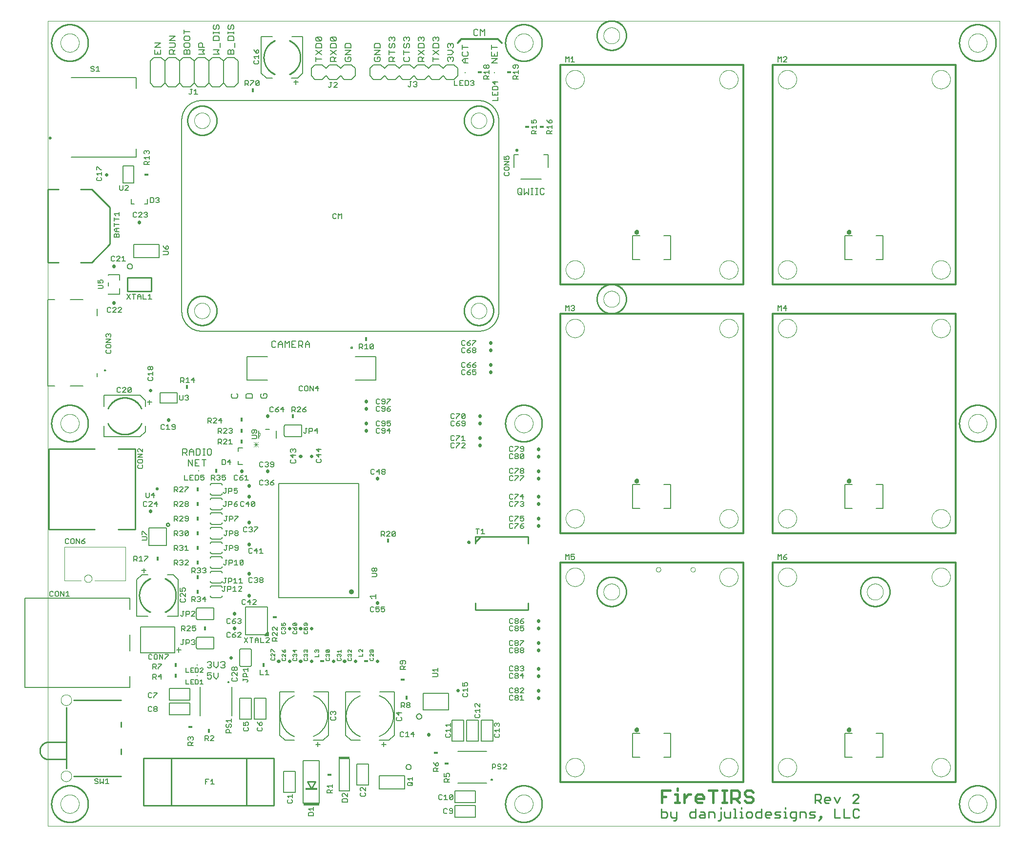
<source format=gto>
G75*
%MOIN*%
%OFA0B0*%
%FSLAX25Y25*%
%IPPOS*%
%LPD*%
%AMOC8*
5,1,8,0,0,1.08239X$1,22.5*
%
%ADD10C,0.00000*%
%ADD11C,0.01000*%
%ADD12C,0.00800*%
%ADD13C,0.01500*%
%ADD14C,0.01100*%
%ADD15C,0.01200*%
%ADD16C,0.00600*%
%ADD17C,0.00500*%
%ADD18R,0.08268X0.01181*%
%ADD19R,0.11024X0.01575*%
%ADD20R,0.07480X0.01181*%
%ADD21R,0.03000X0.01800*%
%ADD22C,0.00787*%
%ADD23R,0.01800X0.03000*%
%ADD24R,0.00984X0.00984*%
%ADD25C,0.02200*%
%ADD26C,0.00945*%
%ADD27C,0.01181*%
%ADD28C,0.00394*%
%ADD29C,0.03535*%
%ADD30C,0.00700*%
%ADD31C,0.00300*%
%ADD32C,0.00806*%
D10*
X0027589Y0022142D02*
X0027589Y0572142D01*
X0677589Y0572142D01*
X0677589Y0022142D01*
X0027589Y0022142D01*
X0036290Y0037142D02*
X0036292Y0037300D01*
X0036298Y0037458D01*
X0036308Y0037616D01*
X0036322Y0037774D01*
X0036340Y0037931D01*
X0036361Y0038088D01*
X0036387Y0038244D01*
X0036417Y0038400D01*
X0036450Y0038555D01*
X0036488Y0038708D01*
X0036529Y0038861D01*
X0036574Y0039013D01*
X0036623Y0039164D01*
X0036676Y0039313D01*
X0036732Y0039461D01*
X0036792Y0039607D01*
X0036856Y0039752D01*
X0036924Y0039895D01*
X0036995Y0040037D01*
X0037069Y0040177D01*
X0037147Y0040314D01*
X0037229Y0040450D01*
X0037313Y0040584D01*
X0037402Y0040715D01*
X0037493Y0040844D01*
X0037588Y0040971D01*
X0037685Y0041096D01*
X0037786Y0041218D01*
X0037890Y0041337D01*
X0037997Y0041454D01*
X0038107Y0041568D01*
X0038220Y0041679D01*
X0038335Y0041788D01*
X0038453Y0041893D01*
X0038574Y0041995D01*
X0038697Y0042095D01*
X0038823Y0042191D01*
X0038951Y0042284D01*
X0039081Y0042374D01*
X0039214Y0042460D01*
X0039349Y0042544D01*
X0039485Y0042623D01*
X0039624Y0042700D01*
X0039765Y0042772D01*
X0039907Y0042842D01*
X0040051Y0042907D01*
X0040197Y0042969D01*
X0040344Y0043027D01*
X0040493Y0043082D01*
X0040643Y0043133D01*
X0040794Y0043180D01*
X0040946Y0043223D01*
X0041099Y0043262D01*
X0041254Y0043298D01*
X0041409Y0043329D01*
X0041565Y0043357D01*
X0041721Y0043381D01*
X0041878Y0043401D01*
X0042036Y0043417D01*
X0042193Y0043429D01*
X0042352Y0043437D01*
X0042510Y0043441D01*
X0042668Y0043441D01*
X0042826Y0043437D01*
X0042985Y0043429D01*
X0043142Y0043417D01*
X0043300Y0043401D01*
X0043457Y0043381D01*
X0043613Y0043357D01*
X0043769Y0043329D01*
X0043924Y0043298D01*
X0044079Y0043262D01*
X0044232Y0043223D01*
X0044384Y0043180D01*
X0044535Y0043133D01*
X0044685Y0043082D01*
X0044834Y0043027D01*
X0044981Y0042969D01*
X0045127Y0042907D01*
X0045271Y0042842D01*
X0045413Y0042772D01*
X0045554Y0042700D01*
X0045693Y0042623D01*
X0045829Y0042544D01*
X0045964Y0042460D01*
X0046097Y0042374D01*
X0046227Y0042284D01*
X0046355Y0042191D01*
X0046481Y0042095D01*
X0046604Y0041995D01*
X0046725Y0041893D01*
X0046843Y0041788D01*
X0046958Y0041679D01*
X0047071Y0041568D01*
X0047181Y0041454D01*
X0047288Y0041337D01*
X0047392Y0041218D01*
X0047493Y0041096D01*
X0047590Y0040971D01*
X0047685Y0040844D01*
X0047776Y0040715D01*
X0047865Y0040584D01*
X0047949Y0040450D01*
X0048031Y0040314D01*
X0048109Y0040177D01*
X0048183Y0040037D01*
X0048254Y0039895D01*
X0048322Y0039752D01*
X0048386Y0039607D01*
X0048446Y0039461D01*
X0048502Y0039313D01*
X0048555Y0039164D01*
X0048604Y0039013D01*
X0048649Y0038861D01*
X0048690Y0038708D01*
X0048728Y0038555D01*
X0048761Y0038400D01*
X0048791Y0038244D01*
X0048817Y0038088D01*
X0048838Y0037931D01*
X0048856Y0037774D01*
X0048870Y0037616D01*
X0048880Y0037458D01*
X0048886Y0037300D01*
X0048888Y0037142D01*
X0048886Y0036984D01*
X0048880Y0036826D01*
X0048870Y0036668D01*
X0048856Y0036510D01*
X0048838Y0036353D01*
X0048817Y0036196D01*
X0048791Y0036040D01*
X0048761Y0035884D01*
X0048728Y0035729D01*
X0048690Y0035576D01*
X0048649Y0035423D01*
X0048604Y0035271D01*
X0048555Y0035120D01*
X0048502Y0034971D01*
X0048446Y0034823D01*
X0048386Y0034677D01*
X0048322Y0034532D01*
X0048254Y0034389D01*
X0048183Y0034247D01*
X0048109Y0034107D01*
X0048031Y0033970D01*
X0047949Y0033834D01*
X0047865Y0033700D01*
X0047776Y0033569D01*
X0047685Y0033440D01*
X0047590Y0033313D01*
X0047493Y0033188D01*
X0047392Y0033066D01*
X0047288Y0032947D01*
X0047181Y0032830D01*
X0047071Y0032716D01*
X0046958Y0032605D01*
X0046843Y0032496D01*
X0046725Y0032391D01*
X0046604Y0032289D01*
X0046481Y0032189D01*
X0046355Y0032093D01*
X0046227Y0032000D01*
X0046097Y0031910D01*
X0045964Y0031824D01*
X0045829Y0031740D01*
X0045693Y0031661D01*
X0045554Y0031584D01*
X0045413Y0031512D01*
X0045271Y0031442D01*
X0045127Y0031377D01*
X0044981Y0031315D01*
X0044834Y0031257D01*
X0044685Y0031202D01*
X0044535Y0031151D01*
X0044384Y0031104D01*
X0044232Y0031061D01*
X0044079Y0031022D01*
X0043924Y0030986D01*
X0043769Y0030955D01*
X0043613Y0030927D01*
X0043457Y0030903D01*
X0043300Y0030883D01*
X0043142Y0030867D01*
X0042985Y0030855D01*
X0042826Y0030847D01*
X0042668Y0030843D01*
X0042510Y0030843D01*
X0042352Y0030847D01*
X0042193Y0030855D01*
X0042036Y0030867D01*
X0041878Y0030883D01*
X0041721Y0030903D01*
X0041565Y0030927D01*
X0041409Y0030955D01*
X0041254Y0030986D01*
X0041099Y0031022D01*
X0040946Y0031061D01*
X0040794Y0031104D01*
X0040643Y0031151D01*
X0040493Y0031202D01*
X0040344Y0031257D01*
X0040197Y0031315D01*
X0040051Y0031377D01*
X0039907Y0031442D01*
X0039765Y0031512D01*
X0039624Y0031584D01*
X0039485Y0031661D01*
X0039349Y0031740D01*
X0039214Y0031824D01*
X0039081Y0031910D01*
X0038951Y0032000D01*
X0038823Y0032093D01*
X0038697Y0032189D01*
X0038574Y0032289D01*
X0038453Y0032391D01*
X0038335Y0032496D01*
X0038220Y0032605D01*
X0038107Y0032716D01*
X0037997Y0032830D01*
X0037890Y0032947D01*
X0037786Y0033066D01*
X0037685Y0033188D01*
X0037588Y0033313D01*
X0037493Y0033440D01*
X0037402Y0033569D01*
X0037313Y0033700D01*
X0037229Y0033834D01*
X0037147Y0033970D01*
X0037069Y0034107D01*
X0036995Y0034247D01*
X0036924Y0034389D01*
X0036856Y0034532D01*
X0036792Y0034677D01*
X0036732Y0034823D01*
X0036676Y0034971D01*
X0036623Y0035120D01*
X0036574Y0035271D01*
X0036529Y0035423D01*
X0036488Y0035576D01*
X0036450Y0035729D01*
X0036417Y0035884D01*
X0036387Y0036040D01*
X0036361Y0036196D01*
X0036340Y0036353D01*
X0036322Y0036510D01*
X0036308Y0036668D01*
X0036298Y0036826D01*
X0036292Y0036984D01*
X0036290Y0037142D01*
X0036467Y0056158D02*
X0036469Y0056278D01*
X0036475Y0056399D01*
X0036485Y0056519D01*
X0036499Y0056638D01*
X0036517Y0056757D01*
X0036538Y0056876D01*
X0036564Y0056994D01*
X0036594Y0057110D01*
X0036627Y0057226D01*
X0036664Y0057341D01*
X0036705Y0057454D01*
X0036750Y0057566D01*
X0036798Y0057676D01*
X0036850Y0057785D01*
X0036906Y0057891D01*
X0036965Y0057996D01*
X0037028Y0058099D01*
X0037093Y0058200D01*
X0037163Y0058299D01*
X0037235Y0058395D01*
X0037310Y0058489D01*
X0037389Y0058580D01*
X0037471Y0058669D01*
X0037555Y0058754D01*
X0037642Y0058838D01*
X0037732Y0058918D01*
X0037825Y0058995D01*
X0037920Y0059069D01*
X0038017Y0059139D01*
X0038117Y0059207D01*
X0038219Y0059271D01*
X0038323Y0059332D01*
X0038429Y0059389D01*
X0038537Y0059443D01*
X0038646Y0059493D01*
X0038757Y0059540D01*
X0038870Y0059583D01*
X0038984Y0059622D01*
X0039099Y0059657D01*
X0039215Y0059689D01*
X0039332Y0059716D01*
X0039450Y0059740D01*
X0039569Y0059760D01*
X0039688Y0059776D01*
X0039808Y0059788D01*
X0039928Y0059796D01*
X0040049Y0059800D01*
X0040169Y0059800D01*
X0040290Y0059796D01*
X0040410Y0059788D01*
X0040530Y0059776D01*
X0040649Y0059760D01*
X0040768Y0059740D01*
X0040886Y0059716D01*
X0041003Y0059689D01*
X0041119Y0059657D01*
X0041234Y0059622D01*
X0041348Y0059583D01*
X0041461Y0059540D01*
X0041572Y0059493D01*
X0041681Y0059443D01*
X0041789Y0059389D01*
X0041895Y0059332D01*
X0041999Y0059271D01*
X0042101Y0059207D01*
X0042201Y0059139D01*
X0042298Y0059069D01*
X0042393Y0058995D01*
X0042486Y0058918D01*
X0042576Y0058838D01*
X0042663Y0058754D01*
X0042747Y0058669D01*
X0042829Y0058580D01*
X0042908Y0058489D01*
X0042983Y0058395D01*
X0043055Y0058299D01*
X0043125Y0058200D01*
X0043190Y0058099D01*
X0043253Y0057996D01*
X0043312Y0057891D01*
X0043368Y0057785D01*
X0043420Y0057676D01*
X0043468Y0057566D01*
X0043513Y0057454D01*
X0043554Y0057341D01*
X0043591Y0057226D01*
X0043624Y0057110D01*
X0043654Y0056994D01*
X0043680Y0056876D01*
X0043701Y0056757D01*
X0043719Y0056638D01*
X0043733Y0056519D01*
X0043743Y0056399D01*
X0043749Y0056278D01*
X0043751Y0056158D01*
X0043749Y0056038D01*
X0043743Y0055917D01*
X0043733Y0055797D01*
X0043719Y0055678D01*
X0043701Y0055559D01*
X0043680Y0055440D01*
X0043654Y0055322D01*
X0043624Y0055206D01*
X0043591Y0055090D01*
X0043554Y0054975D01*
X0043513Y0054862D01*
X0043468Y0054750D01*
X0043420Y0054640D01*
X0043368Y0054531D01*
X0043312Y0054425D01*
X0043253Y0054320D01*
X0043190Y0054217D01*
X0043125Y0054116D01*
X0043055Y0054017D01*
X0042983Y0053921D01*
X0042908Y0053827D01*
X0042829Y0053736D01*
X0042747Y0053647D01*
X0042663Y0053562D01*
X0042576Y0053478D01*
X0042486Y0053398D01*
X0042393Y0053321D01*
X0042298Y0053247D01*
X0042201Y0053177D01*
X0042101Y0053109D01*
X0041999Y0053045D01*
X0041895Y0052984D01*
X0041789Y0052927D01*
X0041681Y0052873D01*
X0041572Y0052823D01*
X0041461Y0052776D01*
X0041348Y0052733D01*
X0041234Y0052694D01*
X0041119Y0052659D01*
X0041003Y0052627D01*
X0040886Y0052600D01*
X0040768Y0052576D01*
X0040649Y0052556D01*
X0040530Y0052540D01*
X0040410Y0052528D01*
X0040290Y0052520D01*
X0040169Y0052516D01*
X0040049Y0052516D01*
X0039928Y0052520D01*
X0039808Y0052528D01*
X0039688Y0052540D01*
X0039569Y0052556D01*
X0039450Y0052576D01*
X0039332Y0052600D01*
X0039215Y0052627D01*
X0039099Y0052659D01*
X0038984Y0052694D01*
X0038870Y0052733D01*
X0038757Y0052776D01*
X0038646Y0052823D01*
X0038537Y0052873D01*
X0038429Y0052927D01*
X0038323Y0052984D01*
X0038219Y0053045D01*
X0038117Y0053109D01*
X0038017Y0053177D01*
X0037920Y0053247D01*
X0037825Y0053321D01*
X0037732Y0053398D01*
X0037642Y0053478D01*
X0037555Y0053562D01*
X0037471Y0053647D01*
X0037389Y0053736D01*
X0037310Y0053827D01*
X0037235Y0053921D01*
X0037163Y0054017D01*
X0037093Y0054116D01*
X0037028Y0054217D01*
X0036965Y0054320D01*
X0036906Y0054425D01*
X0036850Y0054531D01*
X0036798Y0054640D01*
X0036750Y0054750D01*
X0036705Y0054862D01*
X0036664Y0054975D01*
X0036627Y0055090D01*
X0036594Y0055206D01*
X0036564Y0055322D01*
X0036538Y0055440D01*
X0036517Y0055559D01*
X0036499Y0055678D01*
X0036485Y0055797D01*
X0036475Y0055917D01*
X0036469Y0056038D01*
X0036467Y0056158D01*
X0036467Y0108127D02*
X0036469Y0108247D01*
X0036475Y0108368D01*
X0036485Y0108488D01*
X0036499Y0108607D01*
X0036517Y0108726D01*
X0036538Y0108845D01*
X0036564Y0108963D01*
X0036594Y0109079D01*
X0036627Y0109195D01*
X0036664Y0109310D01*
X0036705Y0109423D01*
X0036750Y0109535D01*
X0036798Y0109645D01*
X0036850Y0109754D01*
X0036906Y0109860D01*
X0036965Y0109965D01*
X0037028Y0110068D01*
X0037093Y0110169D01*
X0037163Y0110268D01*
X0037235Y0110364D01*
X0037310Y0110458D01*
X0037389Y0110549D01*
X0037471Y0110638D01*
X0037555Y0110723D01*
X0037642Y0110807D01*
X0037732Y0110887D01*
X0037825Y0110964D01*
X0037920Y0111038D01*
X0038017Y0111108D01*
X0038117Y0111176D01*
X0038219Y0111240D01*
X0038323Y0111301D01*
X0038429Y0111358D01*
X0038537Y0111412D01*
X0038646Y0111462D01*
X0038757Y0111509D01*
X0038870Y0111552D01*
X0038984Y0111591D01*
X0039099Y0111626D01*
X0039215Y0111658D01*
X0039332Y0111685D01*
X0039450Y0111709D01*
X0039569Y0111729D01*
X0039688Y0111745D01*
X0039808Y0111757D01*
X0039928Y0111765D01*
X0040049Y0111769D01*
X0040169Y0111769D01*
X0040290Y0111765D01*
X0040410Y0111757D01*
X0040530Y0111745D01*
X0040649Y0111729D01*
X0040768Y0111709D01*
X0040886Y0111685D01*
X0041003Y0111658D01*
X0041119Y0111626D01*
X0041234Y0111591D01*
X0041348Y0111552D01*
X0041461Y0111509D01*
X0041572Y0111462D01*
X0041681Y0111412D01*
X0041789Y0111358D01*
X0041895Y0111301D01*
X0041999Y0111240D01*
X0042101Y0111176D01*
X0042201Y0111108D01*
X0042298Y0111038D01*
X0042393Y0110964D01*
X0042486Y0110887D01*
X0042576Y0110807D01*
X0042663Y0110723D01*
X0042747Y0110638D01*
X0042829Y0110549D01*
X0042908Y0110458D01*
X0042983Y0110364D01*
X0043055Y0110268D01*
X0043125Y0110169D01*
X0043190Y0110068D01*
X0043253Y0109965D01*
X0043312Y0109860D01*
X0043368Y0109754D01*
X0043420Y0109645D01*
X0043468Y0109535D01*
X0043513Y0109423D01*
X0043554Y0109310D01*
X0043591Y0109195D01*
X0043624Y0109079D01*
X0043654Y0108963D01*
X0043680Y0108845D01*
X0043701Y0108726D01*
X0043719Y0108607D01*
X0043733Y0108488D01*
X0043743Y0108368D01*
X0043749Y0108247D01*
X0043751Y0108127D01*
X0043749Y0108007D01*
X0043743Y0107886D01*
X0043733Y0107766D01*
X0043719Y0107647D01*
X0043701Y0107528D01*
X0043680Y0107409D01*
X0043654Y0107291D01*
X0043624Y0107175D01*
X0043591Y0107059D01*
X0043554Y0106944D01*
X0043513Y0106831D01*
X0043468Y0106719D01*
X0043420Y0106609D01*
X0043368Y0106500D01*
X0043312Y0106394D01*
X0043253Y0106289D01*
X0043190Y0106186D01*
X0043125Y0106085D01*
X0043055Y0105986D01*
X0042983Y0105890D01*
X0042908Y0105796D01*
X0042829Y0105705D01*
X0042747Y0105616D01*
X0042663Y0105531D01*
X0042576Y0105447D01*
X0042486Y0105367D01*
X0042393Y0105290D01*
X0042298Y0105216D01*
X0042201Y0105146D01*
X0042101Y0105078D01*
X0041999Y0105014D01*
X0041895Y0104953D01*
X0041789Y0104896D01*
X0041681Y0104842D01*
X0041572Y0104792D01*
X0041461Y0104745D01*
X0041348Y0104702D01*
X0041234Y0104663D01*
X0041119Y0104628D01*
X0041003Y0104596D01*
X0040886Y0104569D01*
X0040768Y0104545D01*
X0040649Y0104525D01*
X0040530Y0104509D01*
X0040410Y0104497D01*
X0040290Y0104489D01*
X0040169Y0104485D01*
X0040049Y0104485D01*
X0039928Y0104489D01*
X0039808Y0104497D01*
X0039688Y0104509D01*
X0039569Y0104525D01*
X0039450Y0104545D01*
X0039332Y0104569D01*
X0039215Y0104596D01*
X0039099Y0104628D01*
X0038984Y0104663D01*
X0038870Y0104702D01*
X0038757Y0104745D01*
X0038646Y0104792D01*
X0038537Y0104842D01*
X0038429Y0104896D01*
X0038323Y0104953D01*
X0038219Y0105014D01*
X0038117Y0105078D01*
X0038017Y0105146D01*
X0037920Y0105216D01*
X0037825Y0105290D01*
X0037732Y0105367D01*
X0037642Y0105447D01*
X0037555Y0105531D01*
X0037471Y0105616D01*
X0037389Y0105705D01*
X0037310Y0105796D01*
X0037235Y0105890D01*
X0037163Y0105986D01*
X0037093Y0106085D01*
X0037028Y0106186D01*
X0036965Y0106289D01*
X0036906Y0106394D01*
X0036850Y0106500D01*
X0036798Y0106609D01*
X0036750Y0106719D01*
X0036705Y0106831D01*
X0036664Y0106944D01*
X0036627Y0107059D01*
X0036594Y0107175D01*
X0036564Y0107291D01*
X0036538Y0107409D01*
X0036517Y0107528D01*
X0036499Y0107647D01*
X0036485Y0107766D01*
X0036475Y0107886D01*
X0036469Y0108007D01*
X0036467Y0108127D01*
X0052530Y0191138D02*
X0052532Y0191239D01*
X0052538Y0191340D01*
X0052548Y0191441D01*
X0052562Y0191541D01*
X0052580Y0191640D01*
X0052602Y0191739D01*
X0052627Y0191837D01*
X0052657Y0191934D01*
X0052690Y0192029D01*
X0052727Y0192123D01*
X0052768Y0192216D01*
X0052812Y0192307D01*
X0052860Y0192396D01*
X0052912Y0192483D01*
X0052967Y0192568D01*
X0053025Y0192650D01*
X0053086Y0192731D01*
X0053151Y0192809D01*
X0053218Y0192884D01*
X0053288Y0192956D01*
X0053362Y0193026D01*
X0053438Y0193093D01*
X0053516Y0193157D01*
X0053597Y0193217D01*
X0053680Y0193274D01*
X0053766Y0193328D01*
X0053854Y0193379D01*
X0053943Y0193426D01*
X0054034Y0193470D01*
X0054127Y0193509D01*
X0054222Y0193546D01*
X0054317Y0193578D01*
X0054414Y0193607D01*
X0054513Y0193631D01*
X0054611Y0193652D01*
X0054711Y0193669D01*
X0054811Y0193682D01*
X0054912Y0193691D01*
X0055013Y0193696D01*
X0055114Y0193697D01*
X0055215Y0193694D01*
X0055316Y0193687D01*
X0055417Y0193676D01*
X0055517Y0193661D01*
X0055616Y0193642D01*
X0055715Y0193619D01*
X0055812Y0193593D01*
X0055909Y0193562D01*
X0056004Y0193528D01*
X0056097Y0193490D01*
X0056190Y0193448D01*
X0056280Y0193403D01*
X0056369Y0193354D01*
X0056455Y0193302D01*
X0056539Y0193246D01*
X0056622Y0193187D01*
X0056701Y0193125D01*
X0056779Y0193060D01*
X0056853Y0192992D01*
X0056925Y0192920D01*
X0056994Y0192847D01*
X0057060Y0192770D01*
X0057123Y0192691D01*
X0057183Y0192609D01*
X0057239Y0192525D01*
X0057292Y0192439D01*
X0057342Y0192351D01*
X0057388Y0192261D01*
X0057431Y0192170D01*
X0057470Y0192076D01*
X0057505Y0191981D01*
X0057536Y0191885D01*
X0057564Y0191788D01*
X0057588Y0191690D01*
X0057608Y0191591D01*
X0057624Y0191491D01*
X0057636Y0191390D01*
X0057644Y0191290D01*
X0057648Y0191189D01*
X0057648Y0191087D01*
X0057644Y0190986D01*
X0057636Y0190886D01*
X0057624Y0190785D01*
X0057608Y0190685D01*
X0057588Y0190586D01*
X0057564Y0190488D01*
X0057536Y0190391D01*
X0057505Y0190295D01*
X0057470Y0190200D01*
X0057431Y0190106D01*
X0057388Y0190015D01*
X0057342Y0189925D01*
X0057292Y0189837D01*
X0057239Y0189751D01*
X0057183Y0189667D01*
X0057123Y0189585D01*
X0057060Y0189506D01*
X0056994Y0189429D01*
X0056925Y0189356D01*
X0056853Y0189284D01*
X0056779Y0189216D01*
X0056701Y0189151D01*
X0056622Y0189089D01*
X0056539Y0189030D01*
X0056455Y0188974D01*
X0056368Y0188922D01*
X0056280Y0188873D01*
X0056190Y0188828D01*
X0056097Y0188786D01*
X0056004Y0188748D01*
X0055909Y0188714D01*
X0055812Y0188683D01*
X0055715Y0188657D01*
X0055616Y0188634D01*
X0055517Y0188615D01*
X0055417Y0188600D01*
X0055316Y0188589D01*
X0055215Y0188582D01*
X0055114Y0188579D01*
X0055013Y0188580D01*
X0054912Y0188585D01*
X0054811Y0188594D01*
X0054711Y0188607D01*
X0054611Y0188624D01*
X0054513Y0188645D01*
X0054414Y0188669D01*
X0054317Y0188698D01*
X0054222Y0188730D01*
X0054127Y0188767D01*
X0054034Y0188806D01*
X0053943Y0188850D01*
X0053854Y0188897D01*
X0053766Y0188948D01*
X0053680Y0189002D01*
X0053597Y0189059D01*
X0053516Y0189119D01*
X0053438Y0189183D01*
X0053362Y0189250D01*
X0053288Y0189320D01*
X0053218Y0189392D01*
X0053151Y0189467D01*
X0053086Y0189545D01*
X0053025Y0189626D01*
X0052967Y0189708D01*
X0052912Y0189793D01*
X0052860Y0189880D01*
X0052812Y0189969D01*
X0052768Y0190060D01*
X0052727Y0190153D01*
X0052690Y0190247D01*
X0052657Y0190342D01*
X0052627Y0190439D01*
X0052602Y0190537D01*
X0052580Y0190636D01*
X0052562Y0190735D01*
X0052548Y0190835D01*
X0052538Y0190936D01*
X0052532Y0191037D01*
X0052530Y0191138D01*
X0036290Y0297142D02*
X0036292Y0297300D01*
X0036298Y0297458D01*
X0036308Y0297616D01*
X0036322Y0297774D01*
X0036340Y0297931D01*
X0036361Y0298088D01*
X0036387Y0298244D01*
X0036417Y0298400D01*
X0036450Y0298555D01*
X0036488Y0298708D01*
X0036529Y0298861D01*
X0036574Y0299013D01*
X0036623Y0299164D01*
X0036676Y0299313D01*
X0036732Y0299461D01*
X0036792Y0299607D01*
X0036856Y0299752D01*
X0036924Y0299895D01*
X0036995Y0300037D01*
X0037069Y0300177D01*
X0037147Y0300314D01*
X0037229Y0300450D01*
X0037313Y0300584D01*
X0037402Y0300715D01*
X0037493Y0300844D01*
X0037588Y0300971D01*
X0037685Y0301096D01*
X0037786Y0301218D01*
X0037890Y0301337D01*
X0037997Y0301454D01*
X0038107Y0301568D01*
X0038220Y0301679D01*
X0038335Y0301788D01*
X0038453Y0301893D01*
X0038574Y0301995D01*
X0038697Y0302095D01*
X0038823Y0302191D01*
X0038951Y0302284D01*
X0039081Y0302374D01*
X0039214Y0302460D01*
X0039349Y0302544D01*
X0039485Y0302623D01*
X0039624Y0302700D01*
X0039765Y0302772D01*
X0039907Y0302842D01*
X0040051Y0302907D01*
X0040197Y0302969D01*
X0040344Y0303027D01*
X0040493Y0303082D01*
X0040643Y0303133D01*
X0040794Y0303180D01*
X0040946Y0303223D01*
X0041099Y0303262D01*
X0041254Y0303298D01*
X0041409Y0303329D01*
X0041565Y0303357D01*
X0041721Y0303381D01*
X0041878Y0303401D01*
X0042036Y0303417D01*
X0042193Y0303429D01*
X0042352Y0303437D01*
X0042510Y0303441D01*
X0042668Y0303441D01*
X0042826Y0303437D01*
X0042985Y0303429D01*
X0043142Y0303417D01*
X0043300Y0303401D01*
X0043457Y0303381D01*
X0043613Y0303357D01*
X0043769Y0303329D01*
X0043924Y0303298D01*
X0044079Y0303262D01*
X0044232Y0303223D01*
X0044384Y0303180D01*
X0044535Y0303133D01*
X0044685Y0303082D01*
X0044834Y0303027D01*
X0044981Y0302969D01*
X0045127Y0302907D01*
X0045271Y0302842D01*
X0045413Y0302772D01*
X0045554Y0302700D01*
X0045693Y0302623D01*
X0045829Y0302544D01*
X0045964Y0302460D01*
X0046097Y0302374D01*
X0046227Y0302284D01*
X0046355Y0302191D01*
X0046481Y0302095D01*
X0046604Y0301995D01*
X0046725Y0301893D01*
X0046843Y0301788D01*
X0046958Y0301679D01*
X0047071Y0301568D01*
X0047181Y0301454D01*
X0047288Y0301337D01*
X0047392Y0301218D01*
X0047493Y0301096D01*
X0047590Y0300971D01*
X0047685Y0300844D01*
X0047776Y0300715D01*
X0047865Y0300584D01*
X0047949Y0300450D01*
X0048031Y0300314D01*
X0048109Y0300177D01*
X0048183Y0300037D01*
X0048254Y0299895D01*
X0048322Y0299752D01*
X0048386Y0299607D01*
X0048446Y0299461D01*
X0048502Y0299313D01*
X0048555Y0299164D01*
X0048604Y0299013D01*
X0048649Y0298861D01*
X0048690Y0298708D01*
X0048728Y0298555D01*
X0048761Y0298400D01*
X0048791Y0298244D01*
X0048817Y0298088D01*
X0048838Y0297931D01*
X0048856Y0297774D01*
X0048870Y0297616D01*
X0048880Y0297458D01*
X0048886Y0297300D01*
X0048888Y0297142D01*
X0048886Y0296984D01*
X0048880Y0296826D01*
X0048870Y0296668D01*
X0048856Y0296510D01*
X0048838Y0296353D01*
X0048817Y0296196D01*
X0048791Y0296040D01*
X0048761Y0295884D01*
X0048728Y0295729D01*
X0048690Y0295576D01*
X0048649Y0295423D01*
X0048604Y0295271D01*
X0048555Y0295120D01*
X0048502Y0294971D01*
X0048446Y0294823D01*
X0048386Y0294677D01*
X0048322Y0294532D01*
X0048254Y0294389D01*
X0048183Y0294247D01*
X0048109Y0294107D01*
X0048031Y0293970D01*
X0047949Y0293834D01*
X0047865Y0293700D01*
X0047776Y0293569D01*
X0047685Y0293440D01*
X0047590Y0293313D01*
X0047493Y0293188D01*
X0047392Y0293066D01*
X0047288Y0292947D01*
X0047181Y0292830D01*
X0047071Y0292716D01*
X0046958Y0292605D01*
X0046843Y0292496D01*
X0046725Y0292391D01*
X0046604Y0292289D01*
X0046481Y0292189D01*
X0046355Y0292093D01*
X0046227Y0292000D01*
X0046097Y0291910D01*
X0045964Y0291824D01*
X0045829Y0291740D01*
X0045693Y0291661D01*
X0045554Y0291584D01*
X0045413Y0291512D01*
X0045271Y0291442D01*
X0045127Y0291377D01*
X0044981Y0291315D01*
X0044834Y0291257D01*
X0044685Y0291202D01*
X0044535Y0291151D01*
X0044384Y0291104D01*
X0044232Y0291061D01*
X0044079Y0291022D01*
X0043924Y0290986D01*
X0043769Y0290955D01*
X0043613Y0290927D01*
X0043457Y0290903D01*
X0043300Y0290883D01*
X0043142Y0290867D01*
X0042985Y0290855D01*
X0042826Y0290847D01*
X0042668Y0290843D01*
X0042510Y0290843D01*
X0042352Y0290847D01*
X0042193Y0290855D01*
X0042036Y0290867D01*
X0041878Y0290883D01*
X0041721Y0290903D01*
X0041565Y0290927D01*
X0041409Y0290955D01*
X0041254Y0290986D01*
X0041099Y0291022D01*
X0040946Y0291061D01*
X0040794Y0291104D01*
X0040643Y0291151D01*
X0040493Y0291202D01*
X0040344Y0291257D01*
X0040197Y0291315D01*
X0040051Y0291377D01*
X0039907Y0291442D01*
X0039765Y0291512D01*
X0039624Y0291584D01*
X0039485Y0291661D01*
X0039349Y0291740D01*
X0039214Y0291824D01*
X0039081Y0291910D01*
X0038951Y0292000D01*
X0038823Y0292093D01*
X0038697Y0292189D01*
X0038574Y0292289D01*
X0038453Y0292391D01*
X0038335Y0292496D01*
X0038220Y0292605D01*
X0038107Y0292716D01*
X0037997Y0292830D01*
X0037890Y0292947D01*
X0037786Y0293066D01*
X0037685Y0293188D01*
X0037588Y0293313D01*
X0037493Y0293440D01*
X0037402Y0293569D01*
X0037313Y0293700D01*
X0037229Y0293834D01*
X0037147Y0293970D01*
X0037069Y0294107D01*
X0036995Y0294247D01*
X0036924Y0294389D01*
X0036856Y0294532D01*
X0036792Y0294677D01*
X0036732Y0294823D01*
X0036676Y0294971D01*
X0036623Y0295120D01*
X0036574Y0295271D01*
X0036529Y0295423D01*
X0036488Y0295576D01*
X0036450Y0295729D01*
X0036417Y0295884D01*
X0036387Y0296040D01*
X0036361Y0296196D01*
X0036340Y0296353D01*
X0036322Y0296510D01*
X0036308Y0296668D01*
X0036298Y0296826D01*
X0036292Y0296984D01*
X0036290Y0297142D01*
X0127628Y0374111D02*
X0127630Y0374256D01*
X0127636Y0374401D01*
X0127646Y0374546D01*
X0127660Y0374691D01*
X0127678Y0374835D01*
X0127699Y0374978D01*
X0127725Y0375121D01*
X0127754Y0375263D01*
X0127788Y0375405D01*
X0127825Y0375545D01*
X0127866Y0375684D01*
X0127911Y0375822D01*
X0127960Y0375959D01*
X0128012Y0376095D01*
X0128068Y0376229D01*
X0128128Y0376361D01*
X0128191Y0376492D01*
X0128258Y0376620D01*
X0128328Y0376748D01*
X0128402Y0376873D01*
X0128479Y0376996D01*
X0128559Y0377116D01*
X0128643Y0377235D01*
X0128730Y0377351D01*
X0128820Y0377465D01*
X0128913Y0377577D01*
X0129009Y0377685D01*
X0129109Y0377791D01*
X0129210Y0377895D01*
X0129315Y0377995D01*
X0129423Y0378093D01*
X0129533Y0378188D01*
X0129645Y0378279D01*
X0129760Y0378368D01*
X0129878Y0378453D01*
X0129998Y0378535D01*
X0130120Y0378614D01*
X0130244Y0378690D01*
X0130370Y0378762D01*
X0130498Y0378830D01*
X0130628Y0378895D01*
X0130759Y0378957D01*
X0130892Y0379014D01*
X0131027Y0379069D01*
X0131163Y0379119D01*
X0131301Y0379166D01*
X0131439Y0379209D01*
X0131579Y0379248D01*
X0131720Y0379283D01*
X0131862Y0379315D01*
X0132004Y0379342D01*
X0132147Y0379366D01*
X0132291Y0379386D01*
X0132436Y0379402D01*
X0132580Y0379414D01*
X0132725Y0379422D01*
X0132870Y0379426D01*
X0133016Y0379426D01*
X0133161Y0379422D01*
X0133306Y0379414D01*
X0133450Y0379402D01*
X0133595Y0379386D01*
X0133739Y0379366D01*
X0133882Y0379342D01*
X0134024Y0379315D01*
X0134166Y0379283D01*
X0134307Y0379248D01*
X0134447Y0379209D01*
X0134585Y0379166D01*
X0134723Y0379119D01*
X0134859Y0379069D01*
X0134994Y0379014D01*
X0135127Y0378957D01*
X0135258Y0378895D01*
X0135388Y0378830D01*
X0135516Y0378762D01*
X0135642Y0378690D01*
X0135766Y0378614D01*
X0135888Y0378535D01*
X0136008Y0378453D01*
X0136126Y0378368D01*
X0136241Y0378279D01*
X0136353Y0378188D01*
X0136463Y0378093D01*
X0136571Y0377995D01*
X0136676Y0377895D01*
X0136777Y0377791D01*
X0136877Y0377685D01*
X0136973Y0377577D01*
X0137066Y0377465D01*
X0137156Y0377351D01*
X0137243Y0377235D01*
X0137327Y0377116D01*
X0137407Y0376996D01*
X0137484Y0376873D01*
X0137558Y0376748D01*
X0137628Y0376620D01*
X0137695Y0376492D01*
X0137758Y0376361D01*
X0137818Y0376229D01*
X0137874Y0376095D01*
X0137926Y0375959D01*
X0137975Y0375822D01*
X0138020Y0375684D01*
X0138061Y0375545D01*
X0138098Y0375405D01*
X0138132Y0375263D01*
X0138161Y0375121D01*
X0138187Y0374978D01*
X0138208Y0374835D01*
X0138226Y0374691D01*
X0138240Y0374546D01*
X0138250Y0374401D01*
X0138256Y0374256D01*
X0138258Y0374111D01*
X0138256Y0373966D01*
X0138250Y0373821D01*
X0138240Y0373676D01*
X0138226Y0373531D01*
X0138208Y0373387D01*
X0138187Y0373244D01*
X0138161Y0373101D01*
X0138132Y0372959D01*
X0138098Y0372817D01*
X0138061Y0372677D01*
X0138020Y0372538D01*
X0137975Y0372400D01*
X0137926Y0372263D01*
X0137874Y0372127D01*
X0137818Y0371993D01*
X0137758Y0371861D01*
X0137695Y0371730D01*
X0137628Y0371602D01*
X0137558Y0371474D01*
X0137484Y0371349D01*
X0137407Y0371226D01*
X0137327Y0371106D01*
X0137243Y0370987D01*
X0137156Y0370871D01*
X0137066Y0370757D01*
X0136973Y0370645D01*
X0136877Y0370537D01*
X0136777Y0370431D01*
X0136676Y0370327D01*
X0136571Y0370227D01*
X0136463Y0370129D01*
X0136353Y0370034D01*
X0136241Y0369943D01*
X0136126Y0369854D01*
X0136008Y0369769D01*
X0135888Y0369687D01*
X0135766Y0369608D01*
X0135642Y0369532D01*
X0135516Y0369460D01*
X0135388Y0369392D01*
X0135258Y0369327D01*
X0135127Y0369265D01*
X0134994Y0369208D01*
X0134859Y0369153D01*
X0134723Y0369103D01*
X0134585Y0369056D01*
X0134447Y0369013D01*
X0134307Y0368974D01*
X0134166Y0368939D01*
X0134024Y0368907D01*
X0133882Y0368880D01*
X0133739Y0368856D01*
X0133595Y0368836D01*
X0133450Y0368820D01*
X0133306Y0368808D01*
X0133161Y0368800D01*
X0133016Y0368796D01*
X0132870Y0368796D01*
X0132725Y0368800D01*
X0132580Y0368808D01*
X0132436Y0368820D01*
X0132291Y0368836D01*
X0132147Y0368856D01*
X0132004Y0368880D01*
X0131862Y0368907D01*
X0131720Y0368939D01*
X0131579Y0368974D01*
X0131439Y0369013D01*
X0131301Y0369056D01*
X0131163Y0369103D01*
X0131027Y0369153D01*
X0130892Y0369208D01*
X0130759Y0369265D01*
X0130628Y0369327D01*
X0130498Y0369392D01*
X0130370Y0369460D01*
X0130244Y0369532D01*
X0130120Y0369608D01*
X0129998Y0369687D01*
X0129878Y0369769D01*
X0129760Y0369854D01*
X0129645Y0369943D01*
X0129533Y0370034D01*
X0129423Y0370129D01*
X0129315Y0370227D01*
X0129210Y0370327D01*
X0129109Y0370431D01*
X0129009Y0370537D01*
X0128913Y0370645D01*
X0128820Y0370757D01*
X0128730Y0370871D01*
X0128643Y0370987D01*
X0128559Y0371106D01*
X0128479Y0371226D01*
X0128402Y0371349D01*
X0128328Y0371474D01*
X0128258Y0371602D01*
X0128191Y0371730D01*
X0128128Y0371861D01*
X0128068Y0371993D01*
X0128012Y0372127D01*
X0127960Y0372263D01*
X0127911Y0372400D01*
X0127866Y0372538D01*
X0127825Y0372677D01*
X0127788Y0372817D01*
X0127754Y0372959D01*
X0127725Y0373101D01*
X0127699Y0373244D01*
X0127678Y0373387D01*
X0127660Y0373531D01*
X0127646Y0373676D01*
X0127636Y0373821D01*
X0127630Y0373966D01*
X0127628Y0374111D01*
X0171489Y0290842D02*
X0171558Y0290840D01*
X0171626Y0290834D01*
X0171694Y0290824D01*
X0171761Y0290811D01*
X0171827Y0290793D01*
X0171892Y0290772D01*
X0171956Y0290747D01*
X0172018Y0290719D01*
X0172079Y0290687D01*
X0172138Y0290652D01*
X0172194Y0290613D01*
X0172249Y0290571D01*
X0172300Y0290526D01*
X0172350Y0290478D01*
X0172396Y0290428D01*
X0172439Y0290375D01*
X0172480Y0290319D01*
X0172517Y0290262D01*
X0172550Y0290202D01*
X0172581Y0290140D01*
X0172607Y0290077D01*
X0172630Y0290013D01*
X0172650Y0289947D01*
X0172665Y0289880D01*
X0172677Y0289813D01*
X0172685Y0289745D01*
X0172689Y0289676D01*
X0172689Y0289608D01*
X0172685Y0289539D01*
X0172677Y0289471D01*
X0172665Y0289404D01*
X0172650Y0289337D01*
X0172630Y0289271D01*
X0172607Y0289207D01*
X0172581Y0289144D01*
X0172550Y0289082D01*
X0172517Y0289022D01*
X0172480Y0288965D01*
X0172439Y0288909D01*
X0172396Y0288856D01*
X0172350Y0288806D01*
X0172300Y0288758D01*
X0172249Y0288713D01*
X0172194Y0288671D01*
X0172138Y0288632D01*
X0172079Y0288597D01*
X0172018Y0288565D01*
X0171956Y0288537D01*
X0171892Y0288512D01*
X0171827Y0288491D01*
X0171761Y0288473D01*
X0171694Y0288460D01*
X0171626Y0288450D01*
X0171558Y0288444D01*
X0171489Y0288442D01*
X0316605Y0374111D02*
X0316607Y0374256D01*
X0316613Y0374401D01*
X0316623Y0374546D01*
X0316637Y0374691D01*
X0316655Y0374835D01*
X0316676Y0374978D01*
X0316702Y0375121D01*
X0316731Y0375263D01*
X0316765Y0375405D01*
X0316802Y0375545D01*
X0316843Y0375684D01*
X0316888Y0375822D01*
X0316937Y0375959D01*
X0316989Y0376095D01*
X0317045Y0376229D01*
X0317105Y0376361D01*
X0317168Y0376492D01*
X0317235Y0376620D01*
X0317305Y0376748D01*
X0317379Y0376873D01*
X0317456Y0376996D01*
X0317536Y0377116D01*
X0317620Y0377235D01*
X0317707Y0377351D01*
X0317797Y0377465D01*
X0317890Y0377577D01*
X0317986Y0377685D01*
X0318086Y0377791D01*
X0318187Y0377895D01*
X0318292Y0377995D01*
X0318400Y0378093D01*
X0318510Y0378188D01*
X0318622Y0378279D01*
X0318737Y0378368D01*
X0318855Y0378453D01*
X0318975Y0378535D01*
X0319097Y0378614D01*
X0319221Y0378690D01*
X0319347Y0378762D01*
X0319475Y0378830D01*
X0319605Y0378895D01*
X0319736Y0378957D01*
X0319869Y0379014D01*
X0320004Y0379069D01*
X0320140Y0379119D01*
X0320278Y0379166D01*
X0320416Y0379209D01*
X0320556Y0379248D01*
X0320697Y0379283D01*
X0320839Y0379315D01*
X0320981Y0379342D01*
X0321124Y0379366D01*
X0321268Y0379386D01*
X0321413Y0379402D01*
X0321557Y0379414D01*
X0321702Y0379422D01*
X0321847Y0379426D01*
X0321993Y0379426D01*
X0322138Y0379422D01*
X0322283Y0379414D01*
X0322427Y0379402D01*
X0322572Y0379386D01*
X0322716Y0379366D01*
X0322859Y0379342D01*
X0323001Y0379315D01*
X0323143Y0379283D01*
X0323284Y0379248D01*
X0323424Y0379209D01*
X0323562Y0379166D01*
X0323700Y0379119D01*
X0323836Y0379069D01*
X0323971Y0379014D01*
X0324104Y0378957D01*
X0324235Y0378895D01*
X0324365Y0378830D01*
X0324493Y0378762D01*
X0324619Y0378690D01*
X0324743Y0378614D01*
X0324865Y0378535D01*
X0324985Y0378453D01*
X0325103Y0378368D01*
X0325218Y0378279D01*
X0325330Y0378188D01*
X0325440Y0378093D01*
X0325548Y0377995D01*
X0325653Y0377895D01*
X0325754Y0377791D01*
X0325854Y0377685D01*
X0325950Y0377577D01*
X0326043Y0377465D01*
X0326133Y0377351D01*
X0326220Y0377235D01*
X0326304Y0377116D01*
X0326384Y0376996D01*
X0326461Y0376873D01*
X0326535Y0376748D01*
X0326605Y0376620D01*
X0326672Y0376492D01*
X0326735Y0376361D01*
X0326795Y0376229D01*
X0326851Y0376095D01*
X0326903Y0375959D01*
X0326952Y0375822D01*
X0326997Y0375684D01*
X0327038Y0375545D01*
X0327075Y0375405D01*
X0327109Y0375263D01*
X0327138Y0375121D01*
X0327164Y0374978D01*
X0327185Y0374835D01*
X0327203Y0374691D01*
X0327217Y0374546D01*
X0327227Y0374401D01*
X0327233Y0374256D01*
X0327235Y0374111D01*
X0327233Y0373966D01*
X0327227Y0373821D01*
X0327217Y0373676D01*
X0327203Y0373531D01*
X0327185Y0373387D01*
X0327164Y0373244D01*
X0327138Y0373101D01*
X0327109Y0372959D01*
X0327075Y0372817D01*
X0327038Y0372677D01*
X0326997Y0372538D01*
X0326952Y0372400D01*
X0326903Y0372263D01*
X0326851Y0372127D01*
X0326795Y0371993D01*
X0326735Y0371861D01*
X0326672Y0371730D01*
X0326605Y0371602D01*
X0326535Y0371474D01*
X0326461Y0371349D01*
X0326384Y0371226D01*
X0326304Y0371106D01*
X0326220Y0370987D01*
X0326133Y0370871D01*
X0326043Y0370757D01*
X0325950Y0370645D01*
X0325854Y0370537D01*
X0325754Y0370431D01*
X0325653Y0370327D01*
X0325548Y0370227D01*
X0325440Y0370129D01*
X0325330Y0370034D01*
X0325218Y0369943D01*
X0325103Y0369854D01*
X0324985Y0369769D01*
X0324865Y0369687D01*
X0324743Y0369608D01*
X0324619Y0369532D01*
X0324493Y0369460D01*
X0324365Y0369392D01*
X0324235Y0369327D01*
X0324104Y0369265D01*
X0323971Y0369208D01*
X0323836Y0369153D01*
X0323700Y0369103D01*
X0323562Y0369056D01*
X0323424Y0369013D01*
X0323284Y0368974D01*
X0323143Y0368939D01*
X0323001Y0368907D01*
X0322859Y0368880D01*
X0322716Y0368856D01*
X0322572Y0368836D01*
X0322427Y0368820D01*
X0322283Y0368808D01*
X0322138Y0368800D01*
X0321993Y0368796D01*
X0321847Y0368796D01*
X0321702Y0368800D01*
X0321557Y0368808D01*
X0321413Y0368820D01*
X0321268Y0368836D01*
X0321124Y0368856D01*
X0320981Y0368880D01*
X0320839Y0368907D01*
X0320697Y0368939D01*
X0320556Y0368974D01*
X0320416Y0369013D01*
X0320278Y0369056D01*
X0320140Y0369103D01*
X0320004Y0369153D01*
X0319869Y0369208D01*
X0319736Y0369265D01*
X0319605Y0369327D01*
X0319475Y0369392D01*
X0319347Y0369460D01*
X0319221Y0369532D01*
X0319097Y0369608D01*
X0318975Y0369687D01*
X0318855Y0369769D01*
X0318737Y0369854D01*
X0318622Y0369943D01*
X0318510Y0370034D01*
X0318400Y0370129D01*
X0318292Y0370227D01*
X0318187Y0370327D01*
X0318086Y0370431D01*
X0317986Y0370537D01*
X0317890Y0370645D01*
X0317797Y0370757D01*
X0317707Y0370871D01*
X0317620Y0370987D01*
X0317536Y0371106D01*
X0317456Y0371226D01*
X0317379Y0371349D01*
X0317305Y0371474D01*
X0317235Y0371602D01*
X0317168Y0371730D01*
X0317105Y0371861D01*
X0317045Y0371993D01*
X0316989Y0372127D01*
X0316937Y0372263D01*
X0316888Y0372400D01*
X0316843Y0372538D01*
X0316802Y0372677D01*
X0316765Y0372817D01*
X0316731Y0372959D01*
X0316702Y0373101D01*
X0316676Y0373244D01*
X0316655Y0373387D01*
X0316637Y0373531D01*
X0316623Y0373676D01*
X0316613Y0373821D01*
X0316607Y0373966D01*
X0316605Y0374111D01*
X0381290Y0362142D02*
X0381292Y0362300D01*
X0381298Y0362458D01*
X0381308Y0362616D01*
X0381322Y0362774D01*
X0381340Y0362931D01*
X0381361Y0363088D01*
X0381387Y0363244D01*
X0381417Y0363400D01*
X0381450Y0363555D01*
X0381488Y0363708D01*
X0381529Y0363861D01*
X0381574Y0364013D01*
X0381623Y0364164D01*
X0381676Y0364313D01*
X0381732Y0364461D01*
X0381792Y0364607D01*
X0381856Y0364752D01*
X0381924Y0364895D01*
X0381995Y0365037D01*
X0382069Y0365177D01*
X0382147Y0365314D01*
X0382229Y0365450D01*
X0382313Y0365584D01*
X0382402Y0365715D01*
X0382493Y0365844D01*
X0382588Y0365971D01*
X0382685Y0366096D01*
X0382786Y0366218D01*
X0382890Y0366337D01*
X0382997Y0366454D01*
X0383107Y0366568D01*
X0383220Y0366679D01*
X0383335Y0366788D01*
X0383453Y0366893D01*
X0383574Y0366995D01*
X0383697Y0367095D01*
X0383823Y0367191D01*
X0383951Y0367284D01*
X0384081Y0367374D01*
X0384214Y0367460D01*
X0384349Y0367544D01*
X0384485Y0367623D01*
X0384624Y0367700D01*
X0384765Y0367772D01*
X0384907Y0367842D01*
X0385051Y0367907D01*
X0385197Y0367969D01*
X0385344Y0368027D01*
X0385493Y0368082D01*
X0385643Y0368133D01*
X0385794Y0368180D01*
X0385946Y0368223D01*
X0386099Y0368262D01*
X0386254Y0368298D01*
X0386409Y0368329D01*
X0386565Y0368357D01*
X0386721Y0368381D01*
X0386878Y0368401D01*
X0387036Y0368417D01*
X0387193Y0368429D01*
X0387352Y0368437D01*
X0387510Y0368441D01*
X0387668Y0368441D01*
X0387826Y0368437D01*
X0387985Y0368429D01*
X0388142Y0368417D01*
X0388300Y0368401D01*
X0388457Y0368381D01*
X0388613Y0368357D01*
X0388769Y0368329D01*
X0388924Y0368298D01*
X0389079Y0368262D01*
X0389232Y0368223D01*
X0389384Y0368180D01*
X0389535Y0368133D01*
X0389685Y0368082D01*
X0389834Y0368027D01*
X0389981Y0367969D01*
X0390127Y0367907D01*
X0390271Y0367842D01*
X0390413Y0367772D01*
X0390554Y0367700D01*
X0390693Y0367623D01*
X0390829Y0367544D01*
X0390964Y0367460D01*
X0391097Y0367374D01*
X0391227Y0367284D01*
X0391355Y0367191D01*
X0391481Y0367095D01*
X0391604Y0366995D01*
X0391725Y0366893D01*
X0391843Y0366788D01*
X0391958Y0366679D01*
X0392071Y0366568D01*
X0392181Y0366454D01*
X0392288Y0366337D01*
X0392392Y0366218D01*
X0392493Y0366096D01*
X0392590Y0365971D01*
X0392685Y0365844D01*
X0392776Y0365715D01*
X0392865Y0365584D01*
X0392949Y0365450D01*
X0393031Y0365314D01*
X0393109Y0365177D01*
X0393183Y0365037D01*
X0393254Y0364895D01*
X0393322Y0364752D01*
X0393386Y0364607D01*
X0393446Y0364461D01*
X0393502Y0364313D01*
X0393555Y0364164D01*
X0393604Y0364013D01*
X0393649Y0363861D01*
X0393690Y0363708D01*
X0393728Y0363555D01*
X0393761Y0363400D01*
X0393791Y0363244D01*
X0393817Y0363088D01*
X0393838Y0362931D01*
X0393856Y0362774D01*
X0393870Y0362616D01*
X0393880Y0362458D01*
X0393886Y0362300D01*
X0393888Y0362142D01*
X0393886Y0361984D01*
X0393880Y0361826D01*
X0393870Y0361668D01*
X0393856Y0361510D01*
X0393838Y0361353D01*
X0393817Y0361196D01*
X0393791Y0361040D01*
X0393761Y0360884D01*
X0393728Y0360729D01*
X0393690Y0360576D01*
X0393649Y0360423D01*
X0393604Y0360271D01*
X0393555Y0360120D01*
X0393502Y0359971D01*
X0393446Y0359823D01*
X0393386Y0359677D01*
X0393322Y0359532D01*
X0393254Y0359389D01*
X0393183Y0359247D01*
X0393109Y0359107D01*
X0393031Y0358970D01*
X0392949Y0358834D01*
X0392865Y0358700D01*
X0392776Y0358569D01*
X0392685Y0358440D01*
X0392590Y0358313D01*
X0392493Y0358188D01*
X0392392Y0358066D01*
X0392288Y0357947D01*
X0392181Y0357830D01*
X0392071Y0357716D01*
X0391958Y0357605D01*
X0391843Y0357496D01*
X0391725Y0357391D01*
X0391604Y0357289D01*
X0391481Y0357189D01*
X0391355Y0357093D01*
X0391227Y0357000D01*
X0391097Y0356910D01*
X0390964Y0356824D01*
X0390829Y0356740D01*
X0390693Y0356661D01*
X0390554Y0356584D01*
X0390413Y0356512D01*
X0390271Y0356442D01*
X0390127Y0356377D01*
X0389981Y0356315D01*
X0389834Y0356257D01*
X0389685Y0356202D01*
X0389535Y0356151D01*
X0389384Y0356104D01*
X0389232Y0356061D01*
X0389079Y0356022D01*
X0388924Y0355986D01*
X0388769Y0355955D01*
X0388613Y0355927D01*
X0388457Y0355903D01*
X0388300Y0355883D01*
X0388142Y0355867D01*
X0387985Y0355855D01*
X0387826Y0355847D01*
X0387668Y0355843D01*
X0387510Y0355843D01*
X0387352Y0355847D01*
X0387193Y0355855D01*
X0387036Y0355867D01*
X0386878Y0355883D01*
X0386721Y0355903D01*
X0386565Y0355927D01*
X0386409Y0355955D01*
X0386254Y0355986D01*
X0386099Y0356022D01*
X0385946Y0356061D01*
X0385794Y0356104D01*
X0385643Y0356151D01*
X0385493Y0356202D01*
X0385344Y0356257D01*
X0385197Y0356315D01*
X0385051Y0356377D01*
X0384907Y0356442D01*
X0384765Y0356512D01*
X0384624Y0356584D01*
X0384485Y0356661D01*
X0384349Y0356740D01*
X0384214Y0356824D01*
X0384081Y0356910D01*
X0383951Y0357000D01*
X0383823Y0357093D01*
X0383697Y0357189D01*
X0383574Y0357289D01*
X0383453Y0357391D01*
X0383335Y0357496D01*
X0383220Y0357605D01*
X0383107Y0357716D01*
X0382997Y0357830D01*
X0382890Y0357947D01*
X0382786Y0358066D01*
X0382685Y0358188D01*
X0382588Y0358313D01*
X0382493Y0358440D01*
X0382402Y0358569D01*
X0382313Y0358700D01*
X0382229Y0358834D01*
X0382147Y0358970D01*
X0382069Y0359107D01*
X0381995Y0359247D01*
X0381924Y0359389D01*
X0381856Y0359532D01*
X0381792Y0359677D01*
X0381732Y0359823D01*
X0381676Y0359971D01*
X0381623Y0360120D01*
X0381574Y0360271D01*
X0381529Y0360423D01*
X0381488Y0360576D01*
X0381450Y0360729D01*
X0381417Y0360884D01*
X0381387Y0361040D01*
X0381361Y0361196D01*
X0381340Y0361353D01*
X0381322Y0361510D01*
X0381308Y0361668D01*
X0381298Y0361826D01*
X0381292Y0361984D01*
X0381290Y0362142D01*
X0407077Y0382079D02*
X0407079Y0382227D01*
X0407085Y0382375D01*
X0407095Y0382523D01*
X0407109Y0382670D01*
X0407127Y0382817D01*
X0407148Y0382963D01*
X0407174Y0383109D01*
X0407204Y0383254D01*
X0407237Y0383398D01*
X0407275Y0383541D01*
X0407316Y0383683D01*
X0407361Y0383824D01*
X0407409Y0383964D01*
X0407462Y0384103D01*
X0407518Y0384240D01*
X0407578Y0384375D01*
X0407641Y0384509D01*
X0407708Y0384641D01*
X0407779Y0384771D01*
X0407853Y0384899D01*
X0407930Y0385025D01*
X0408011Y0385149D01*
X0408095Y0385271D01*
X0408182Y0385390D01*
X0408273Y0385507D01*
X0408367Y0385622D01*
X0408463Y0385734D01*
X0408563Y0385844D01*
X0408665Y0385950D01*
X0408771Y0386054D01*
X0408879Y0386155D01*
X0408990Y0386253D01*
X0409103Y0386349D01*
X0409219Y0386441D01*
X0409337Y0386530D01*
X0409458Y0386615D01*
X0409581Y0386698D01*
X0409706Y0386777D01*
X0409833Y0386853D01*
X0409962Y0386925D01*
X0410093Y0386994D01*
X0410226Y0387059D01*
X0410361Y0387120D01*
X0410497Y0387178D01*
X0410634Y0387233D01*
X0410773Y0387283D01*
X0410914Y0387330D01*
X0411055Y0387373D01*
X0411198Y0387413D01*
X0411342Y0387448D01*
X0411486Y0387480D01*
X0411632Y0387507D01*
X0411778Y0387531D01*
X0411925Y0387551D01*
X0412072Y0387567D01*
X0412219Y0387579D01*
X0412367Y0387587D01*
X0412515Y0387591D01*
X0412663Y0387591D01*
X0412811Y0387587D01*
X0412959Y0387579D01*
X0413106Y0387567D01*
X0413253Y0387551D01*
X0413400Y0387531D01*
X0413546Y0387507D01*
X0413692Y0387480D01*
X0413836Y0387448D01*
X0413980Y0387413D01*
X0414123Y0387373D01*
X0414264Y0387330D01*
X0414405Y0387283D01*
X0414544Y0387233D01*
X0414681Y0387178D01*
X0414817Y0387120D01*
X0414952Y0387059D01*
X0415085Y0386994D01*
X0415216Y0386925D01*
X0415345Y0386853D01*
X0415472Y0386777D01*
X0415597Y0386698D01*
X0415720Y0386615D01*
X0415841Y0386530D01*
X0415959Y0386441D01*
X0416075Y0386349D01*
X0416188Y0386253D01*
X0416299Y0386155D01*
X0416407Y0386054D01*
X0416513Y0385950D01*
X0416615Y0385844D01*
X0416715Y0385734D01*
X0416811Y0385622D01*
X0416905Y0385507D01*
X0416996Y0385390D01*
X0417083Y0385271D01*
X0417167Y0385149D01*
X0417248Y0385025D01*
X0417325Y0384899D01*
X0417399Y0384771D01*
X0417470Y0384641D01*
X0417537Y0384509D01*
X0417600Y0384375D01*
X0417660Y0384240D01*
X0417716Y0384103D01*
X0417769Y0383964D01*
X0417817Y0383824D01*
X0417862Y0383683D01*
X0417903Y0383541D01*
X0417941Y0383398D01*
X0417974Y0383254D01*
X0418004Y0383109D01*
X0418030Y0382963D01*
X0418051Y0382817D01*
X0418069Y0382670D01*
X0418083Y0382523D01*
X0418093Y0382375D01*
X0418099Y0382227D01*
X0418101Y0382079D01*
X0418099Y0381931D01*
X0418093Y0381783D01*
X0418083Y0381635D01*
X0418069Y0381488D01*
X0418051Y0381341D01*
X0418030Y0381195D01*
X0418004Y0381049D01*
X0417974Y0380904D01*
X0417941Y0380760D01*
X0417903Y0380617D01*
X0417862Y0380475D01*
X0417817Y0380334D01*
X0417769Y0380194D01*
X0417716Y0380055D01*
X0417660Y0379918D01*
X0417600Y0379783D01*
X0417537Y0379649D01*
X0417470Y0379517D01*
X0417399Y0379387D01*
X0417325Y0379259D01*
X0417248Y0379133D01*
X0417167Y0379009D01*
X0417083Y0378887D01*
X0416996Y0378768D01*
X0416905Y0378651D01*
X0416811Y0378536D01*
X0416715Y0378424D01*
X0416615Y0378314D01*
X0416513Y0378208D01*
X0416407Y0378104D01*
X0416299Y0378003D01*
X0416188Y0377905D01*
X0416075Y0377809D01*
X0415959Y0377717D01*
X0415841Y0377628D01*
X0415720Y0377543D01*
X0415597Y0377460D01*
X0415472Y0377381D01*
X0415345Y0377305D01*
X0415216Y0377233D01*
X0415085Y0377164D01*
X0414952Y0377099D01*
X0414817Y0377038D01*
X0414681Y0376980D01*
X0414544Y0376925D01*
X0414405Y0376875D01*
X0414264Y0376828D01*
X0414123Y0376785D01*
X0413980Y0376745D01*
X0413836Y0376710D01*
X0413692Y0376678D01*
X0413546Y0376651D01*
X0413400Y0376627D01*
X0413253Y0376607D01*
X0413106Y0376591D01*
X0412959Y0376579D01*
X0412811Y0376571D01*
X0412663Y0376567D01*
X0412515Y0376567D01*
X0412367Y0376571D01*
X0412219Y0376579D01*
X0412072Y0376591D01*
X0411925Y0376607D01*
X0411778Y0376627D01*
X0411632Y0376651D01*
X0411486Y0376678D01*
X0411342Y0376710D01*
X0411198Y0376745D01*
X0411055Y0376785D01*
X0410914Y0376828D01*
X0410773Y0376875D01*
X0410634Y0376925D01*
X0410497Y0376980D01*
X0410361Y0377038D01*
X0410226Y0377099D01*
X0410093Y0377164D01*
X0409962Y0377233D01*
X0409833Y0377305D01*
X0409706Y0377381D01*
X0409581Y0377460D01*
X0409458Y0377543D01*
X0409337Y0377628D01*
X0409219Y0377717D01*
X0409103Y0377809D01*
X0408990Y0377905D01*
X0408879Y0378003D01*
X0408771Y0378104D01*
X0408665Y0378208D01*
X0408563Y0378314D01*
X0408463Y0378424D01*
X0408367Y0378536D01*
X0408273Y0378651D01*
X0408182Y0378768D01*
X0408095Y0378887D01*
X0408011Y0379009D01*
X0407930Y0379133D01*
X0407853Y0379259D01*
X0407779Y0379387D01*
X0407708Y0379517D01*
X0407641Y0379649D01*
X0407578Y0379783D01*
X0407518Y0379918D01*
X0407462Y0380055D01*
X0407409Y0380194D01*
X0407361Y0380334D01*
X0407316Y0380475D01*
X0407275Y0380617D01*
X0407237Y0380760D01*
X0407204Y0380904D01*
X0407174Y0381049D01*
X0407148Y0381195D01*
X0407127Y0381341D01*
X0407109Y0381488D01*
X0407095Y0381635D01*
X0407085Y0381783D01*
X0407079Y0381931D01*
X0407077Y0382079D01*
X0381290Y0402142D02*
X0381292Y0402300D01*
X0381298Y0402458D01*
X0381308Y0402616D01*
X0381322Y0402774D01*
X0381340Y0402931D01*
X0381361Y0403088D01*
X0381387Y0403244D01*
X0381417Y0403400D01*
X0381450Y0403555D01*
X0381488Y0403708D01*
X0381529Y0403861D01*
X0381574Y0404013D01*
X0381623Y0404164D01*
X0381676Y0404313D01*
X0381732Y0404461D01*
X0381792Y0404607D01*
X0381856Y0404752D01*
X0381924Y0404895D01*
X0381995Y0405037D01*
X0382069Y0405177D01*
X0382147Y0405314D01*
X0382229Y0405450D01*
X0382313Y0405584D01*
X0382402Y0405715D01*
X0382493Y0405844D01*
X0382588Y0405971D01*
X0382685Y0406096D01*
X0382786Y0406218D01*
X0382890Y0406337D01*
X0382997Y0406454D01*
X0383107Y0406568D01*
X0383220Y0406679D01*
X0383335Y0406788D01*
X0383453Y0406893D01*
X0383574Y0406995D01*
X0383697Y0407095D01*
X0383823Y0407191D01*
X0383951Y0407284D01*
X0384081Y0407374D01*
X0384214Y0407460D01*
X0384349Y0407544D01*
X0384485Y0407623D01*
X0384624Y0407700D01*
X0384765Y0407772D01*
X0384907Y0407842D01*
X0385051Y0407907D01*
X0385197Y0407969D01*
X0385344Y0408027D01*
X0385493Y0408082D01*
X0385643Y0408133D01*
X0385794Y0408180D01*
X0385946Y0408223D01*
X0386099Y0408262D01*
X0386254Y0408298D01*
X0386409Y0408329D01*
X0386565Y0408357D01*
X0386721Y0408381D01*
X0386878Y0408401D01*
X0387036Y0408417D01*
X0387193Y0408429D01*
X0387352Y0408437D01*
X0387510Y0408441D01*
X0387668Y0408441D01*
X0387826Y0408437D01*
X0387985Y0408429D01*
X0388142Y0408417D01*
X0388300Y0408401D01*
X0388457Y0408381D01*
X0388613Y0408357D01*
X0388769Y0408329D01*
X0388924Y0408298D01*
X0389079Y0408262D01*
X0389232Y0408223D01*
X0389384Y0408180D01*
X0389535Y0408133D01*
X0389685Y0408082D01*
X0389834Y0408027D01*
X0389981Y0407969D01*
X0390127Y0407907D01*
X0390271Y0407842D01*
X0390413Y0407772D01*
X0390554Y0407700D01*
X0390693Y0407623D01*
X0390829Y0407544D01*
X0390964Y0407460D01*
X0391097Y0407374D01*
X0391227Y0407284D01*
X0391355Y0407191D01*
X0391481Y0407095D01*
X0391604Y0406995D01*
X0391725Y0406893D01*
X0391843Y0406788D01*
X0391958Y0406679D01*
X0392071Y0406568D01*
X0392181Y0406454D01*
X0392288Y0406337D01*
X0392392Y0406218D01*
X0392493Y0406096D01*
X0392590Y0405971D01*
X0392685Y0405844D01*
X0392776Y0405715D01*
X0392865Y0405584D01*
X0392949Y0405450D01*
X0393031Y0405314D01*
X0393109Y0405177D01*
X0393183Y0405037D01*
X0393254Y0404895D01*
X0393322Y0404752D01*
X0393386Y0404607D01*
X0393446Y0404461D01*
X0393502Y0404313D01*
X0393555Y0404164D01*
X0393604Y0404013D01*
X0393649Y0403861D01*
X0393690Y0403708D01*
X0393728Y0403555D01*
X0393761Y0403400D01*
X0393791Y0403244D01*
X0393817Y0403088D01*
X0393838Y0402931D01*
X0393856Y0402774D01*
X0393870Y0402616D01*
X0393880Y0402458D01*
X0393886Y0402300D01*
X0393888Y0402142D01*
X0393886Y0401984D01*
X0393880Y0401826D01*
X0393870Y0401668D01*
X0393856Y0401510D01*
X0393838Y0401353D01*
X0393817Y0401196D01*
X0393791Y0401040D01*
X0393761Y0400884D01*
X0393728Y0400729D01*
X0393690Y0400576D01*
X0393649Y0400423D01*
X0393604Y0400271D01*
X0393555Y0400120D01*
X0393502Y0399971D01*
X0393446Y0399823D01*
X0393386Y0399677D01*
X0393322Y0399532D01*
X0393254Y0399389D01*
X0393183Y0399247D01*
X0393109Y0399107D01*
X0393031Y0398970D01*
X0392949Y0398834D01*
X0392865Y0398700D01*
X0392776Y0398569D01*
X0392685Y0398440D01*
X0392590Y0398313D01*
X0392493Y0398188D01*
X0392392Y0398066D01*
X0392288Y0397947D01*
X0392181Y0397830D01*
X0392071Y0397716D01*
X0391958Y0397605D01*
X0391843Y0397496D01*
X0391725Y0397391D01*
X0391604Y0397289D01*
X0391481Y0397189D01*
X0391355Y0397093D01*
X0391227Y0397000D01*
X0391097Y0396910D01*
X0390964Y0396824D01*
X0390829Y0396740D01*
X0390693Y0396661D01*
X0390554Y0396584D01*
X0390413Y0396512D01*
X0390271Y0396442D01*
X0390127Y0396377D01*
X0389981Y0396315D01*
X0389834Y0396257D01*
X0389685Y0396202D01*
X0389535Y0396151D01*
X0389384Y0396104D01*
X0389232Y0396061D01*
X0389079Y0396022D01*
X0388924Y0395986D01*
X0388769Y0395955D01*
X0388613Y0395927D01*
X0388457Y0395903D01*
X0388300Y0395883D01*
X0388142Y0395867D01*
X0387985Y0395855D01*
X0387826Y0395847D01*
X0387668Y0395843D01*
X0387510Y0395843D01*
X0387352Y0395847D01*
X0387193Y0395855D01*
X0387036Y0395867D01*
X0386878Y0395883D01*
X0386721Y0395903D01*
X0386565Y0395927D01*
X0386409Y0395955D01*
X0386254Y0395986D01*
X0386099Y0396022D01*
X0385946Y0396061D01*
X0385794Y0396104D01*
X0385643Y0396151D01*
X0385493Y0396202D01*
X0385344Y0396257D01*
X0385197Y0396315D01*
X0385051Y0396377D01*
X0384907Y0396442D01*
X0384765Y0396512D01*
X0384624Y0396584D01*
X0384485Y0396661D01*
X0384349Y0396740D01*
X0384214Y0396824D01*
X0384081Y0396910D01*
X0383951Y0397000D01*
X0383823Y0397093D01*
X0383697Y0397189D01*
X0383574Y0397289D01*
X0383453Y0397391D01*
X0383335Y0397496D01*
X0383220Y0397605D01*
X0383107Y0397716D01*
X0382997Y0397830D01*
X0382890Y0397947D01*
X0382786Y0398066D01*
X0382685Y0398188D01*
X0382588Y0398313D01*
X0382493Y0398440D01*
X0382402Y0398569D01*
X0382313Y0398700D01*
X0382229Y0398834D01*
X0382147Y0398970D01*
X0382069Y0399107D01*
X0381995Y0399247D01*
X0381924Y0399389D01*
X0381856Y0399532D01*
X0381792Y0399677D01*
X0381732Y0399823D01*
X0381676Y0399971D01*
X0381623Y0400120D01*
X0381574Y0400271D01*
X0381529Y0400423D01*
X0381488Y0400576D01*
X0381450Y0400729D01*
X0381417Y0400884D01*
X0381387Y0401040D01*
X0381361Y0401196D01*
X0381340Y0401353D01*
X0381322Y0401510D01*
X0381308Y0401668D01*
X0381298Y0401826D01*
X0381292Y0401984D01*
X0381290Y0402142D01*
X0486290Y0402142D02*
X0486292Y0402300D01*
X0486298Y0402458D01*
X0486308Y0402616D01*
X0486322Y0402774D01*
X0486340Y0402931D01*
X0486361Y0403088D01*
X0486387Y0403244D01*
X0486417Y0403400D01*
X0486450Y0403555D01*
X0486488Y0403708D01*
X0486529Y0403861D01*
X0486574Y0404013D01*
X0486623Y0404164D01*
X0486676Y0404313D01*
X0486732Y0404461D01*
X0486792Y0404607D01*
X0486856Y0404752D01*
X0486924Y0404895D01*
X0486995Y0405037D01*
X0487069Y0405177D01*
X0487147Y0405314D01*
X0487229Y0405450D01*
X0487313Y0405584D01*
X0487402Y0405715D01*
X0487493Y0405844D01*
X0487588Y0405971D01*
X0487685Y0406096D01*
X0487786Y0406218D01*
X0487890Y0406337D01*
X0487997Y0406454D01*
X0488107Y0406568D01*
X0488220Y0406679D01*
X0488335Y0406788D01*
X0488453Y0406893D01*
X0488574Y0406995D01*
X0488697Y0407095D01*
X0488823Y0407191D01*
X0488951Y0407284D01*
X0489081Y0407374D01*
X0489214Y0407460D01*
X0489349Y0407544D01*
X0489485Y0407623D01*
X0489624Y0407700D01*
X0489765Y0407772D01*
X0489907Y0407842D01*
X0490051Y0407907D01*
X0490197Y0407969D01*
X0490344Y0408027D01*
X0490493Y0408082D01*
X0490643Y0408133D01*
X0490794Y0408180D01*
X0490946Y0408223D01*
X0491099Y0408262D01*
X0491254Y0408298D01*
X0491409Y0408329D01*
X0491565Y0408357D01*
X0491721Y0408381D01*
X0491878Y0408401D01*
X0492036Y0408417D01*
X0492193Y0408429D01*
X0492352Y0408437D01*
X0492510Y0408441D01*
X0492668Y0408441D01*
X0492826Y0408437D01*
X0492985Y0408429D01*
X0493142Y0408417D01*
X0493300Y0408401D01*
X0493457Y0408381D01*
X0493613Y0408357D01*
X0493769Y0408329D01*
X0493924Y0408298D01*
X0494079Y0408262D01*
X0494232Y0408223D01*
X0494384Y0408180D01*
X0494535Y0408133D01*
X0494685Y0408082D01*
X0494834Y0408027D01*
X0494981Y0407969D01*
X0495127Y0407907D01*
X0495271Y0407842D01*
X0495413Y0407772D01*
X0495554Y0407700D01*
X0495693Y0407623D01*
X0495829Y0407544D01*
X0495964Y0407460D01*
X0496097Y0407374D01*
X0496227Y0407284D01*
X0496355Y0407191D01*
X0496481Y0407095D01*
X0496604Y0406995D01*
X0496725Y0406893D01*
X0496843Y0406788D01*
X0496958Y0406679D01*
X0497071Y0406568D01*
X0497181Y0406454D01*
X0497288Y0406337D01*
X0497392Y0406218D01*
X0497493Y0406096D01*
X0497590Y0405971D01*
X0497685Y0405844D01*
X0497776Y0405715D01*
X0497865Y0405584D01*
X0497949Y0405450D01*
X0498031Y0405314D01*
X0498109Y0405177D01*
X0498183Y0405037D01*
X0498254Y0404895D01*
X0498322Y0404752D01*
X0498386Y0404607D01*
X0498446Y0404461D01*
X0498502Y0404313D01*
X0498555Y0404164D01*
X0498604Y0404013D01*
X0498649Y0403861D01*
X0498690Y0403708D01*
X0498728Y0403555D01*
X0498761Y0403400D01*
X0498791Y0403244D01*
X0498817Y0403088D01*
X0498838Y0402931D01*
X0498856Y0402774D01*
X0498870Y0402616D01*
X0498880Y0402458D01*
X0498886Y0402300D01*
X0498888Y0402142D01*
X0498886Y0401984D01*
X0498880Y0401826D01*
X0498870Y0401668D01*
X0498856Y0401510D01*
X0498838Y0401353D01*
X0498817Y0401196D01*
X0498791Y0401040D01*
X0498761Y0400884D01*
X0498728Y0400729D01*
X0498690Y0400576D01*
X0498649Y0400423D01*
X0498604Y0400271D01*
X0498555Y0400120D01*
X0498502Y0399971D01*
X0498446Y0399823D01*
X0498386Y0399677D01*
X0498322Y0399532D01*
X0498254Y0399389D01*
X0498183Y0399247D01*
X0498109Y0399107D01*
X0498031Y0398970D01*
X0497949Y0398834D01*
X0497865Y0398700D01*
X0497776Y0398569D01*
X0497685Y0398440D01*
X0497590Y0398313D01*
X0497493Y0398188D01*
X0497392Y0398066D01*
X0497288Y0397947D01*
X0497181Y0397830D01*
X0497071Y0397716D01*
X0496958Y0397605D01*
X0496843Y0397496D01*
X0496725Y0397391D01*
X0496604Y0397289D01*
X0496481Y0397189D01*
X0496355Y0397093D01*
X0496227Y0397000D01*
X0496097Y0396910D01*
X0495964Y0396824D01*
X0495829Y0396740D01*
X0495693Y0396661D01*
X0495554Y0396584D01*
X0495413Y0396512D01*
X0495271Y0396442D01*
X0495127Y0396377D01*
X0494981Y0396315D01*
X0494834Y0396257D01*
X0494685Y0396202D01*
X0494535Y0396151D01*
X0494384Y0396104D01*
X0494232Y0396061D01*
X0494079Y0396022D01*
X0493924Y0395986D01*
X0493769Y0395955D01*
X0493613Y0395927D01*
X0493457Y0395903D01*
X0493300Y0395883D01*
X0493142Y0395867D01*
X0492985Y0395855D01*
X0492826Y0395847D01*
X0492668Y0395843D01*
X0492510Y0395843D01*
X0492352Y0395847D01*
X0492193Y0395855D01*
X0492036Y0395867D01*
X0491878Y0395883D01*
X0491721Y0395903D01*
X0491565Y0395927D01*
X0491409Y0395955D01*
X0491254Y0395986D01*
X0491099Y0396022D01*
X0490946Y0396061D01*
X0490794Y0396104D01*
X0490643Y0396151D01*
X0490493Y0396202D01*
X0490344Y0396257D01*
X0490197Y0396315D01*
X0490051Y0396377D01*
X0489907Y0396442D01*
X0489765Y0396512D01*
X0489624Y0396584D01*
X0489485Y0396661D01*
X0489349Y0396740D01*
X0489214Y0396824D01*
X0489081Y0396910D01*
X0488951Y0397000D01*
X0488823Y0397093D01*
X0488697Y0397189D01*
X0488574Y0397289D01*
X0488453Y0397391D01*
X0488335Y0397496D01*
X0488220Y0397605D01*
X0488107Y0397716D01*
X0487997Y0397830D01*
X0487890Y0397947D01*
X0487786Y0398066D01*
X0487685Y0398188D01*
X0487588Y0398313D01*
X0487493Y0398440D01*
X0487402Y0398569D01*
X0487313Y0398700D01*
X0487229Y0398834D01*
X0487147Y0398970D01*
X0487069Y0399107D01*
X0486995Y0399247D01*
X0486924Y0399389D01*
X0486856Y0399532D01*
X0486792Y0399677D01*
X0486732Y0399823D01*
X0486676Y0399971D01*
X0486623Y0400120D01*
X0486574Y0400271D01*
X0486529Y0400423D01*
X0486488Y0400576D01*
X0486450Y0400729D01*
X0486417Y0400884D01*
X0486387Y0401040D01*
X0486361Y0401196D01*
X0486340Y0401353D01*
X0486322Y0401510D01*
X0486308Y0401668D01*
X0486298Y0401826D01*
X0486292Y0401984D01*
X0486290Y0402142D01*
X0486290Y0362142D02*
X0486292Y0362300D01*
X0486298Y0362458D01*
X0486308Y0362616D01*
X0486322Y0362774D01*
X0486340Y0362931D01*
X0486361Y0363088D01*
X0486387Y0363244D01*
X0486417Y0363400D01*
X0486450Y0363555D01*
X0486488Y0363708D01*
X0486529Y0363861D01*
X0486574Y0364013D01*
X0486623Y0364164D01*
X0486676Y0364313D01*
X0486732Y0364461D01*
X0486792Y0364607D01*
X0486856Y0364752D01*
X0486924Y0364895D01*
X0486995Y0365037D01*
X0487069Y0365177D01*
X0487147Y0365314D01*
X0487229Y0365450D01*
X0487313Y0365584D01*
X0487402Y0365715D01*
X0487493Y0365844D01*
X0487588Y0365971D01*
X0487685Y0366096D01*
X0487786Y0366218D01*
X0487890Y0366337D01*
X0487997Y0366454D01*
X0488107Y0366568D01*
X0488220Y0366679D01*
X0488335Y0366788D01*
X0488453Y0366893D01*
X0488574Y0366995D01*
X0488697Y0367095D01*
X0488823Y0367191D01*
X0488951Y0367284D01*
X0489081Y0367374D01*
X0489214Y0367460D01*
X0489349Y0367544D01*
X0489485Y0367623D01*
X0489624Y0367700D01*
X0489765Y0367772D01*
X0489907Y0367842D01*
X0490051Y0367907D01*
X0490197Y0367969D01*
X0490344Y0368027D01*
X0490493Y0368082D01*
X0490643Y0368133D01*
X0490794Y0368180D01*
X0490946Y0368223D01*
X0491099Y0368262D01*
X0491254Y0368298D01*
X0491409Y0368329D01*
X0491565Y0368357D01*
X0491721Y0368381D01*
X0491878Y0368401D01*
X0492036Y0368417D01*
X0492193Y0368429D01*
X0492352Y0368437D01*
X0492510Y0368441D01*
X0492668Y0368441D01*
X0492826Y0368437D01*
X0492985Y0368429D01*
X0493142Y0368417D01*
X0493300Y0368401D01*
X0493457Y0368381D01*
X0493613Y0368357D01*
X0493769Y0368329D01*
X0493924Y0368298D01*
X0494079Y0368262D01*
X0494232Y0368223D01*
X0494384Y0368180D01*
X0494535Y0368133D01*
X0494685Y0368082D01*
X0494834Y0368027D01*
X0494981Y0367969D01*
X0495127Y0367907D01*
X0495271Y0367842D01*
X0495413Y0367772D01*
X0495554Y0367700D01*
X0495693Y0367623D01*
X0495829Y0367544D01*
X0495964Y0367460D01*
X0496097Y0367374D01*
X0496227Y0367284D01*
X0496355Y0367191D01*
X0496481Y0367095D01*
X0496604Y0366995D01*
X0496725Y0366893D01*
X0496843Y0366788D01*
X0496958Y0366679D01*
X0497071Y0366568D01*
X0497181Y0366454D01*
X0497288Y0366337D01*
X0497392Y0366218D01*
X0497493Y0366096D01*
X0497590Y0365971D01*
X0497685Y0365844D01*
X0497776Y0365715D01*
X0497865Y0365584D01*
X0497949Y0365450D01*
X0498031Y0365314D01*
X0498109Y0365177D01*
X0498183Y0365037D01*
X0498254Y0364895D01*
X0498322Y0364752D01*
X0498386Y0364607D01*
X0498446Y0364461D01*
X0498502Y0364313D01*
X0498555Y0364164D01*
X0498604Y0364013D01*
X0498649Y0363861D01*
X0498690Y0363708D01*
X0498728Y0363555D01*
X0498761Y0363400D01*
X0498791Y0363244D01*
X0498817Y0363088D01*
X0498838Y0362931D01*
X0498856Y0362774D01*
X0498870Y0362616D01*
X0498880Y0362458D01*
X0498886Y0362300D01*
X0498888Y0362142D01*
X0498886Y0361984D01*
X0498880Y0361826D01*
X0498870Y0361668D01*
X0498856Y0361510D01*
X0498838Y0361353D01*
X0498817Y0361196D01*
X0498791Y0361040D01*
X0498761Y0360884D01*
X0498728Y0360729D01*
X0498690Y0360576D01*
X0498649Y0360423D01*
X0498604Y0360271D01*
X0498555Y0360120D01*
X0498502Y0359971D01*
X0498446Y0359823D01*
X0498386Y0359677D01*
X0498322Y0359532D01*
X0498254Y0359389D01*
X0498183Y0359247D01*
X0498109Y0359107D01*
X0498031Y0358970D01*
X0497949Y0358834D01*
X0497865Y0358700D01*
X0497776Y0358569D01*
X0497685Y0358440D01*
X0497590Y0358313D01*
X0497493Y0358188D01*
X0497392Y0358066D01*
X0497288Y0357947D01*
X0497181Y0357830D01*
X0497071Y0357716D01*
X0496958Y0357605D01*
X0496843Y0357496D01*
X0496725Y0357391D01*
X0496604Y0357289D01*
X0496481Y0357189D01*
X0496355Y0357093D01*
X0496227Y0357000D01*
X0496097Y0356910D01*
X0495964Y0356824D01*
X0495829Y0356740D01*
X0495693Y0356661D01*
X0495554Y0356584D01*
X0495413Y0356512D01*
X0495271Y0356442D01*
X0495127Y0356377D01*
X0494981Y0356315D01*
X0494834Y0356257D01*
X0494685Y0356202D01*
X0494535Y0356151D01*
X0494384Y0356104D01*
X0494232Y0356061D01*
X0494079Y0356022D01*
X0493924Y0355986D01*
X0493769Y0355955D01*
X0493613Y0355927D01*
X0493457Y0355903D01*
X0493300Y0355883D01*
X0493142Y0355867D01*
X0492985Y0355855D01*
X0492826Y0355847D01*
X0492668Y0355843D01*
X0492510Y0355843D01*
X0492352Y0355847D01*
X0492193Y0355855D01*
X0492036Y0355867D01*
X0491878Y0355883D01*
X0491721Y0355903D01*
X0491565Y0355927D01*
X0491409Y0355955D01*
X0491254Y0355986D01*
X0491099Y0356022D01*
X0490946Y0356061D01*
X0490794Y0356104D01*
X0490643Y0356151D01*
X0490493Y0356202D01*
X0490344Y0356257D01*
X0490197Y0356315D01*
X0490051Y0356377D01*
X0489907Y0356442D01*
X0489765Y0356512D01*
X0489624Y0356584D01*
X0489485Y0356661D01*
X0489349Y0356740D01*
X0489214Y0356824D01*
X0489081Y0356910D01*
X0488951Y0357000D01*
X0488823Y0357093D01*
X0488697Y0357189D01*
X0488574Y0357289D01*
X0488453Y0357391D01*
X0488335Y0357496D01*
X0488220Y0357605D01*
X0488107Y0357716D01*
X0487997Y0357830D01*
X0487890Y0357947D01*
X0487786Y0358066D01*
X0487685Y0358188D01*
X0487588Y0358313D01*
X0487493Y0358440D01*
X0487402Y0358569D01*
X0487313Y0358700D01*
X0487229Y0358834D01*
X0487147Y0358970D01*
X0487069Y0359107D01*
X0486995Y0359247D01*
X0486924Y0359389D01*
X0486856Y0359532D01*
X0486792Y0359677D01*
X0486732Y0359823D01*
X0486676Y0359971D01*
X0486623Y0360120D01*
X0486574Y0360271D01*
X0486529Y0360423D01*
X0486488Y0360576D01*
X0486450Y0360729D01*
X0486417Y0360884D01*
X0486387Y0361040D01*
X0486361Y0361196D01*
X0486340Y0361353D01*
X0486322Y0361510D01*
X0486308Y0361668D01*
X0486298Y0361826D01*
X0486292Y0361984D01*
X0486290Y0362142D01*
X0526290Y0362142D02*
X0526292Y0362300D01*
X0526298Y0362458D01*
X0526308Y0362616D01*
X0526322Y0362774D01*
X0526340Y0362931D01*
X0526361Y0363088D01*
X0526387Y0363244D01*
X0526417Y0363400D01*
X0526450Y0363555D01*
X0526488Y0363708D01*
X0526529Y0363861D01*
X0526574Y0364013D01*
X0526623Y0364164D01*
X0526676Y0364313D01*
X0526732Y0364461D01*
X0526792Y0364607D01*
X0526856Y0364752D01*
X0526924Y0364895D01*
X0526995Y0365037D01*
X0527069Y0365177D01*
X0527147Y0365314D01*
X0527229Y0365450D01*
X0527313Y0365584D01*
X0527402Y0365715D01*
X0527493Y0365844D01*
X0527588Y0365971D01*
X0527685Y0366096D01*
X0527786Y0366218D01*
X0527890Y0366337D01*
X0527997Y0366454D01*
X0528107Y0366568D01*
X0528220Y0366679D01*
X0528335Y0366788D01*
X0528453Y0366893D01*
X0528574Y0366995D01*
X0528697Y0367095D01*
X0528823Y0367191D01*
X0528951Y0367284D01*
X0529081Y0367374D01*
X0529214Y0367460D01*
X0529349Y0367544D01*
X0529485Y0367623D01*
X0529624Y0367700D01*
X0529765Y0367772D01*
X0529907Y0367842D01*
X0530051Y0367907D01*
X0530197Y0367969D01*
X0530344Y0368027D01*
X0530493Y0368082D01*
X0530643Y0368133D01*
X0530794Y0368180D01*
X0530946Y0368223D01*
X0531099Y0368262D01*
X0531254Y0368298D01*
X0531409Y0368329D01*
X0531565Y0368357D01*
X0531721Y0368381D01*
X0531878Y0368401D01*
X0532036Y0368417D01*
X0532193Y0368429D01*
X0532352Y0368437D01*
X0532510Y0368441D01*
X0532668Y0368441D01*
X0532826Y0368437D01*
X0532985Y0368429D01*
X0533142Y0368417D01*
X0533300Y0368401D01*
X0533457Y0368381D01*
X0533613Y0368357D01*
X0533769Y0368329D01*
X0533924Y0368298D01*
X0534079Y0368262D01*
X0534232Y0368223D01*
X0534384Y0368180D01*
X0534535Y0368133D01*
X0534685Y0368082D01*
X0534834Y0368027D01*
X0534981Y0367969D01*
X0535127Y0367907D01*
X0535271Y0367842D01*
X0535413Y0367772D01*
X0535554Y0367700D01*
X0535693Y0367623D01*
X0535829Y0367544D01*
X0535964Y0367460D01*
X0536097Y0367374D01*
X0536227Y0367284D01*
X0536355Y0367191D01*
X0536481Y0367095D01*
X0536604Y0366995D01*
X0536725Y0366893D01*
X0536843Y0366788D01*
X0536958Y0366679D01*
X0537071Y0366568D01*
X0537181Y0366454D01*
X0537288Y0366337D01*
X0537392Y0366218D01*
X0537493Y0366096D01*
X0537590Y0365971D01*
X0537685Y0365844D01*
X0537776Y0365715D01*
X0537865Y0365584D01*
X0537949Y0365450D01*
X0538031Y0365314D01*
X0538109Y0365177D01*
X0538183Y0365037D01*
X0538254Y0364895D01*
X0538322Y0364752D01*
X0538386Y0364607D01*
X0538446Y0364461D01*
X0538502Y0364313D01*
X0538555Y0364164D01*
X0538604Y0364013D01*
X0538649Y0363861D01*
X0538690Y0363708D01*
X0538728Y0363555D01*
X0538761Y0363400D01*
X0538791Y0363244D01*
X0538817Y0363088D01*
X0538838Y0362931D01*
X0538856Y0362774D01*
X0538870Y0362616D01*
X0538880Y0362458D01*
X0538886Y0362300D01*
X0538888Y0362142D01*
X0538886Y0361984D01*
X0538880Y0361826D01*
X0538870Y0361668D01*
X0538856Y0361510D01*
X0538838Y0361353D01*
X0538817Y0361196D01*
X0538791Y0361040D01*
X0538761Y0360884D01*
X0538728Y0360729D01*
X0538690Y0360576D01*
X0538649Y0360423D01*
X0538604Y0360271D01*
X0538555Y0360120D01*
X0538502Y0359971D01*
X0538446Y0359823D01*
X0538386Y0359677D01*
X0538322Y0359532D01*
X0538254Y0359389D01*
X0538183Y0359247D01*
X0538109Y0359107D01*
X0538031Y0358970D01*
X0537949Y0358834D01*
X0537865Y0358700D01*
X0537776Y0358569D01*
X0537685Y0358440D01*
X0537590Y0358313D01*
X0537493Y0358188D01*
X0537392Y0358066D01*
X0537288Y0357947D01*
X0537181Y0357830D01*
X0537071Y0357716D01*
X0536958Y0357605D01*
X0536843Y0357496D01*
X0536725Y0357391D01*
X0536604Y0357289D01*
X0536481Y0357189D01*
X0536355Y0357093D01*
X0536227Y0357000D01*
X0536097Y0356910D01*
X0535964Y0356824D01*
X0535829Y0356740D01*
X0535693Y0356661D01*
X0535554Y0356584D01*
X0535413Y0356512D01*
X0535271Y0356442D01*
X0535127Y0356377D01*
X0534981Y0356315D01*
X0534834Y0356257D01*
X0534685Y0356202D01*
X0534535Y0356151D01*
X0534384Y0356104D01*
X0534232Y0356061D01*
X0534079Y0356022D01*
X0533924Y0355986D01*
X0533769Y0355955D01*
X0533613Y0355927D01*
X0533457Y0355903D01*
X0533300Y0355883D01*
X0533142Y0355867D01*
X0532985Y0355855D01*
X0532826Y0355847D01*
X0532668Y0355843D01*
X0532510Y0355843D01*
X0532352Y0355847D01*
X0532193Y0355855D01*
X0532036Y0355867D01*
X0531878Y0355883D01*
X0531721Y0355903D01*
X0531565Y0355927D01*
X0531409Y0355955D01*
X0531254Y0355986D01*
X0531099Y0356022D01*
X0530946Y0356061D01*
X0530794Y0356104D01*
X0530643Y0356151D01*
X0530493Y0356202D01*
X0530344Y0356257D01*
X0530197Y0356315D01*
X0530051Y0356377D01*
X0529907Y0356442D01*
X0529765Y0356512D01*
X0529624Y0356584D01*
X0529485Y0356661D01*
X0529349Y0356740D01*
X0529214Y0356824D01*
X0529081Y0356910D01*
X0528951Y0357000D01*
X0528823Y0357093D01*
X0528697Y0357189D01*
X0528574Y0357289D01*
X0528453Y0357391D01*
X0528335Y0357496D01*
X0528220Y0357605D01*
X0528107Y0357716D01*
X0527997Y0357830D01*
X0527890Y0357947D01*
X0527786Y0358066D01*
X0527685Y0358188D01*
X0527588Y0358313D01*
X0527493Y0358440D01*
X0527402Y0358569D01*
X0527313Y0358700D01*
X0527229Y0358834D01*
X0527147Y0358970D01*
X0527069Y0359107D01*
X0526995Y0359247D01*
X0526924Y0359389D01*
X0526856Y0359532D01*
X0526792Y0359677D01*
X0526732Y0359823D01*
X0526676Y0359971D01*
X0526623Y0360120D01*
X0526574Y0360271D01*
X0526529Y0360423D01*
X0526488Y0360576D01*
X0526450Y0360729D01*
X0526417Y0360884D01*
X0526387Y0361040D01*
X0526361Y0361196D01*
X0526340Y0361353D01*
X0526322Y0361510D01*
X0526308Y0361668D01*
X0526298Y0361826D01*
X0526292Y0361984D01*
X0526290Y0362142D01*
X0526290Y0402142D02*
X0526292Y0402300D01*
X0526298Y0402458D01*
X0526308Y0402616D01*
X0526322Y0402774D01*
X0526340Y0402931D01*
X0526361Y0403088D01*
X0526387Y0403244D01*
X0526417Y0403400D01*
X0526450Y0403555D01*
X0526488Y0403708D01*
X0526529Y0403861D01*
X0526574Y0404013D01*
X0526623Y0404164D01*
X0526676Y0404313D01*
X0526732Y0404461D01*
X0526792Y0404607D01*
X0526856Y0404752D01*
X0526924Y0404895D01*
X0526995Y0405037D01*
X0527069Y0405177D01*
X0527147Y0405314D01*
X0527229Y0405450D01*
X0527313Y0405584D01*
X0527402Y0405715D01*
X0527493Y0405844D01*
X0527588Y0405971D01*
X0527685Y0406096D01*
X0527786Y0406218D01*
X0527890Y0406337D01*
X0527997Y0406454D01*
X0528107Y0406568D01*
X0528220Y0406679D01*
X0528335Y0406788D01*
X0528453Y0406893D01*
X0528574Y0406995D01*
X0528697Y0407095D01*
X0528823Y0407191D01*
X0528951Y0407284D01*
X0529081Y0407374D01*
X0529214Y0407460D01*
X0529349Y0407544D01*
X0529485Y0407623D01*
X0529624Y0407700D01*
X0529765Y0407772D01*
X0529907Y0407842D01*
X0530051Y0407907D01*
X0530197Y0407969D01*
X0530344Y0408027D01*
X0530493Y0408082D01*
X0530643Y0408133D01*
X0530794Y0408180D01*
X0530946Y0408223D01*
X0531099Y0408262D01*
X0531254Y0408298D01*
X0531409Y0408329D01*
X0531565Y0408357D01*
X0531721Y0408381D01*
X0531878Y0408401D01*
X0532036Y0408417D01*
X0532193Y0408429D01*
X0532352Y0408437D01*
X0532510Y0408441D01*
X0532668Y0408441D01*
X0532826Y0408437D01*
X0532985Y0408429D01*
X0533142Y0408417D01*
X0533300Y0408401D01*
X0533457Y0408381D01*
X0533613Y0408357D01*
X0533769Y0408329D01*
X0533924Y0408298D01*
X0534079Y0408262D01*
X0534232Y0408223D01*
X0534384Y0408180D01*
X0534535Y0408133D01*
X0534685Y0408082D01*
X0534834Y0408027D01*
X0534981Y0407969D01*
X0535127Y0407907D01*
X0535271Y0407842D01*
X0535413Y0407772D01*
X0535554Y0407700D01*
X0535693Y0407623D01*
X0535829Y0407544D01*
X0535964Y0407460D01*
X0536097Y0407374D01*
X0536227Y0407284D01*
X0536355Y0407191D01*
X0536481Y0407095D01*
X0536604Y0406995D01*
X0536725Y0406893D01*
X0536843Y0406788D01*
X0536958Y0406679D01*
X0537071Y0406568D01*
X0537181Y0406454D01*
X0537288Y0406337D01*
X0537392Y0406218D01*
X0537493Y0406096D01*
X0537590Y0405971D01*
X0537685Y0405844D01*
X0537776Y0405715D01*
X0537865Y0405584D01*
X0537949Y0405450D01*
X0538031Y0405314D01*
X0538109Y0405177D01*
X0538183Y0405037D01*
X0538254Y0404895D01*
X0538322Y0404752D01*
X0538386Y0404607D01*
X0538446Y0404461D01*
X0538502Y0404313D01*
X0538555Y0404164D01*
X0538604Y0404013D01*
X0538649Y0403861D01*
X0538690Y0403708D01*
X0538728Y0403555D01*
X0538761Y0403400D01*
X0538791Y0403244D01*
X0538817Y0403088D01*
X0538838Y0402931D01*
X0538856Y0402774D01*
X0538870Y0402616D01*
X0538880Y0402458D01*
X0538886Y0402300D01*
X0538888Y0402142D01*
X0538886Y0401984D01*
X0538880Y0401826D01*
X0538870Y0401668D01*
X0538856Y0401510D01*
X0538838Y0401353D01*
X0538817Y0401196D01*
X0538791Y0401040D01*
X0538761Y0400884D01*
X0538728Y0400729D01*
X0538690Y0400576D01*
X0538649Y0400423D01*
X0538604Y0400271D01*
X0538555Y0400120D01*
X0538502Y0399971D01*
X0538446Y0399823D01*
X0538386Y0399677D01*
X0538322Y0399532D01*
X0538254Y0399389D01*
X0538183Y0399247D01*
X0538109Y0399107D01*
X0538031Y0398970D01*
X0537949Y0398834D01*
X0537865Y0398700D01*
X0537776Y0398569D01*
X0537685Y0398440D01*
X0537590Y0398313D01*
X0537493Y0398188D01*
X0537392Y0398066D01*
X0537288Y0397947D01*
X0537181Y0397830D01*
X0537071Y0397716D01*
X0536958Y0397605D01*
X0536843Y0397496D01*
X0536725Y0397391D01*
X0536604Y0397289D01*
X0536481Y0397189D01*
X0536355Y0397093D01*
X0536227Y0397000D01*
X0536097Y0396910D01*
X0535964Y0396824D01*
X0535829Y0396740D01*
X0535693Y0396661D01*
X0535554Y0396584D01*
X0535413Y0396512D01*
X0535271Y0396442D01*
X0535127Y0396377D01*
X0534981Y0396315D01*
X0534834Y0396257D01*
X0534685Y0396202D01*
X0534535Y0396151D01*
X0534384Y0396104D01*
X0534232Y0396061D01*
X0534079Y0396022D01*
X0533924Y0395986D01*
X0533769Y0395955D01*
X0533613Y0395927D01*
X0533457Y0395903D01*
X0533300Y0395883D01*
X0533142Y0395867D01*
X0532985Y0395855D01*
X0532826Y0395847D01*
X0532668Y0395843D01*
X0532510Y0395843D01*
X0532352Y0395847D01*
X0532193Y0395855D01*
X0532036Y0395867D01*
X0531878Y0395883D01*
X0531721Y0395903D01*
X0531565Y0395927D01*
X0531409Y0395955D01*
X0531254Y0395986D01*
X0531099Y0396022D01*
X0530946Y0396061D01*
X0530794Y0396104D01*
X0530643Y0396151D01*
X0530493Y0396202D01*
X0530344Y0396257D01*
X0530197Y0396315D01*
X0530051Y0396377D01*
X0529907Y0396442D01*
X0529765Y0396512D01*
X0529624Y0396584D01*
X0529485Y0396661D01*
X0529349Y0396740D01*
X0529214Y0396824D01*
X0529081Y0396910D01*
X0528951Y0397000D01*
X0528823Y0397093D01*
X0528697Y0397189D01*
X0528574Y0397289D01*
X0528453Y0397391D01*
X0528335Y0397496D01*
X0528220Y0397605D01*
X0528107Y0397716D01*
X0527997Y0397830D01*
X0527890Y0397947D01*
X0527786Y0398066D01*
X0527685Y0398188D01*
X0527588Y0398313D01*
X0527493Y0398440D01*
X0527402Y0398569D01*
X0527313Y0398700D01*
X0527229Y0398834D01*
X0527147Y0398970D01*
X0527069Y0399107D01*
X0526995Y0399247D01*
X0526924Y0399389D01*
X0526856Y0399532D01*
X0526792Y0399677D01*
X0526732Y0399823D01*
X0526676Y0399971D01*
X0526623Y0400120D01*
X0526574Y0400271D01*
X0526529Y0400423D01*
X0526488Y0400576D01*
X0526450Y0400729D01*
X0526417Y0400884D01*
X0526387Y0401040D01*
X0526361Y0401196D01*
X0526340Y0401353D01*
X0526322Y0401510D01*
X0526308Y0401668D01*
X0526298Y0401826D01*
X0526292Y0401984D01*
X0526290Y0402142D01*
X0631290Y0402142D02*
X0631292Y0402300D01*
X0631298Y0402458D01*
X0631308Y0402616D01*
X0631322Y0402774D01*
X0631340Y0402931D01*
X0631361Y0403088D01*
X0631387Y0403244D01*
X0631417Y0403400D01*
X0631450Y0403555D01*
X0631488Y0403708D01*
X0631529Y0403861D01*
X0631574Y0404013D01*
X0631623Y0404164D01*
X0631676Y0404313D01*
X0631732Y0404461D01*
X0631792Y0404607D01*
X0631856Y0404752D01*
X0631924Y0404895D01*
X0631995Y0405037D01*
X0632069Y0405177D01*
X0632147Y0405314D01*
X0632229Y0405450D01*
X0632313Y0405584D01*
X0632402Y0405715D01*
X0632493Y0405844D01*
X0632588Y0405971D01*
X0632685Y0406096D01*
X0632786Y0406218D01*
X0632890Y0406337D01*
X0632997Y0406454D01*
X0633107Y0406568D01*
X0633220Y0406679D01*
X0633335Y0406788D01*
X0633453Y0406893D01*
X0633574Y0406995D01*
X0633697Y0407095D01*
X0633823Y0407191D01*
X0633951Y0407284D01*
X0634081Y0407374D01*
X0634214Y0407460D01*
X0634349Y0407544D01*
X0634485Y0407623D01*
X0634624Y0407700D01*
X0634765Y0407772D01*
X0634907Y0407842D01*
X0635051Y0407907D01*
X0635197Y0407969D01*
X0635344Y0408027D01*
X0635493Y0408082D01*
X0635643Y0408133D01*
X0635794Y0408180D01*
X0635946Y0408223D01*
X0636099Y0408262D01*
X0636254Y0408298D01*
X0636409Y0408329D01*
X0636565Y0408357D01*
X0636721Y0408381D01*
X0636878Y0408401D01*
X0637036Y0408417D01*
X0637193Y0408429D01*
X0637352Y0408437D01*
X0637510Y0408441D01*
X0637668Y0408441D01*
X0637826Y0408437D01*
X0637985Y0408429D01*
X0638142Y0408417D01*
X0638300Y0408401D01*
X0638457Y0408381D01*
X0638613Y0408357D01*
X0638769Y0408329D01*
X0638924Y0408298D01*
X0639079Y0408262D01*
X0639232Y0408223D01*
X0639384Y0408180D01*
X0639535Y0408133D01*
X0639685Y0408082D01*
X0639834Y0408027D01*
X0639981Y0407969D01*
X0640127Y0407907D01*
X0640271Y0407842D01*
X0640413Y0407772D01*
X0640554Y0407700D01*
X0640693Y0407623D01*
X0640829Y0407544D01*
X0640964Y0407460D01*
X0641097Y0407374D01*
X0641227Y0407284D01*
X0641355Y0407191D01*
X0641481Y0407095D01*
X0641604Y0406995D01*
X0641725Y0406893D01*
X0641843Y0406788D01*
X0641958Y0406679D01*
X0642071Y0406568D01*
X0642181Y0406454D01*
X0642288Y0406337D01*
X0642392Y0406218D01*
X0642493Y0406096D01*
X0642590Y0405971D01*
X0642685Y0405844D01*
X0642776Y0405715D01*
X0642865Y0405584D01*
X0642949Y0405450D01*
X0643031Y0405314D01*
X0643109Y0405177D01*
X0643183Y0405037D01*
X0643254Y0404895D01*
X0643322Y0404752D01*
X0643386Y0404607D01*
X0643446Y0404461D01*
X0643502Y0404313D01*
X0643555Y0404164D01*
X0643604Y0404013D01*
X0643649Y0403861D01*
X0643690Y0403708D01*
X0643728Y0403555D01*
X0643761Y0403400D01*
X0643791Y0403244D01*
X0643817Y0403088D01*
X0643838Y0402931D01*
X0643856Y0402774D01*
X0643870Y0402616D01*
X0643880Y0402458D01*
X0643886Y0402300D01*
X0643888Y0402142D01*
X0643886Y0401984D01*
X0643880Y0401826D01*
X0643870Y0401668D01*
X0643856Y0401510D01*
X0643838Y0401353D01*
X0643817Y0401196D01*
X0643791Y0401040D01*
X0643761Y0400884D01*
X0643728Y0400729D01*
X0643690Y0400576D01*
X0643649Y0400423D01*
X0643604Y0400271D01*
X0643555Y0400120D01*
X0643502Y0399971D01*
X0643446Y0399823D01*
X0643386Y0399677D01*
X0643322Y0399532D01*
X0643254Y0399389D01*
X0643183Y0399247D01*
X0643109Y0399107D01*
X0643031Y0398970D01*
X0642949Y0398834D01*
X0642865Y0398700D01*
X0642776Y0398569D01*
X0642685Y0398440D01*
X0642590Y0398313D01*
X0642493Y0398188D01*
X0642392Y0398066D01*
X0642288Y0397947D01*
X0642181Y0397830D01*
X0642071Y0397716D01*
X0641958Y0397605D01*
X0641843Y0397496D01*
X0641725Y0397391D01*
X0641604Y0397289D01*
X0641481Y0397189D01*
X0641355Y0397093D01*
X0641227Y0397000D01*
X0641097Y0396910D01*
X0640964Y0396824D01*
X0640829Y0396740D01*
X0640693Y0396661D01*
X0640554Y0396584D01*
X0640413Y0396512D01*
X0640271Y0396442D01*
X0640127Y0396377D01*
X0639981Y0396315D01*
X0639834Y0396257D01*
X0639685Y0396202D01*
X0639535Y0396151D01*
X0639384Y0396104D01*
X0639232Y0396061D01*
X0639079Y0396022D01*
X0638924Y0395986D01*
X0638769Y0395955D01*
X0638613Y0395927D01*
X0638457Y0395903D01*
X0638300Y0395883D01*
X0638142Y0395867D01*
X0637985Y0395855D01*
X0637826Y0395847D01*
X0637668Y0395843D01*
X0637510Y0395843D01*
X0637352Y0395847D01*
X0637193Y0395855D01*
X0637036Y0395867D01*
X0636878Y0395883D01*
X0636721Y0395903D01*
X0636565Y0395927D01*
X0636409Y0395955D01*
X0636254Y0395986D01*
X0636099Y0396022D01*
X0635946Y0396061D01*
X0635794Y0396104D01*
X0635643Y0396151D01*
X0635493Y0396202D01*
X0635344Y0396257D01*
X0635197Y0396315D01*
X0635051Y0396377D01*
X0634907Y0396442D01*
X0634765Y0396512D01*
X0634624Y0396584D01*
X0634485Y0396661D01*
X0634349Y0396740D01*
X0634214Y0396824D01*
X0634081Y0396910D01*
X0633951Y0397000D01*
X0633823Y0397093D01*
X0633697Y0397189D01*
X0633574Y0397289D01*
X0633453Y0397391D01*
X0633335Y0397496D01*
X0633220Y0397605D01*
X0633107Y0397716D01*
X0632997Y0397830D01*
X0632890Y0397947D01*
X0632786Y0398066D01*
X0632685Y0398188D01*
X0632588Y0398313D01*
X0632493Y0398440D01*
X0632402Y0398569D01*
X0632313Y0398700D01*
X0632229Y0398834D01*
X0632147Y0398970D01*
X0632069Y0399107D01*
X0631995Y0399247D01*
X0631924Y0399389D01*
X0631856Y0399532D01*
X0631792Y0399677D01*
X0631732Y0399823D01*
X0631676Y0399971D01*
X0631623Y0400120D01*
X0631574Y0400271D01*
X0631529Y0400423D01*
X0631488Y0400576D01*
X0631450Y0400729D01*
X0631417Y0400884D01*
X0631387Y0401040D01*
X0631361Y0401196D01*
X0631340Y0401353D01*
X0631322Y0401510D01*
X0631308Y0401668D01*
X0631298Y0401826D01*
X0631292Y0401984D01*
X0631290Y0402142D01*
X0631290Y0362142D02*
X0631292Y0362300D01*
X0631298Y0362458D01*
X0631308Y0362616D01*
X0631322Y0362774D01*
X0631340Y0362931D01*
X0631361Y0363088D01*
X0631387Y0363244D01*
X0631417Y0363400D01*
X0631450Y0363555D01*
X0631488Y0363708D01*
X0631529Y0363861D01*
X0631574Y0364013D01*
X0631623Y0364164D01*
X0631676Y0364313D01*
X0631732Y0364461D01*
X0631792Y0364607D01*
X0631856Y0364752D01*
X0631924Y0364895D01*
X0631995Y0365037D01*
X0632069Y0365177D01*
X0632147Y0365314D01*
X0632229Y0365450D01*
X0632313Y0365584D01*
X0632402Y0365715D01*
X0632493Y0365844D01*
X0632588Y0365971D01*
X0632685Y0366096D01*
X0632786Y0366218D01*
X0632890Y0366337D01*
X0632997Y0366454D01*
X0633107Y0366568D01*
X0633220Y0366679D01*
X0633335Y0366788D01*
X0633453Y0366893D01*
X0633574Y0366995D01*
X0633697Y0367095D01*
X0633823Y0367191D01*
X0633951Y0367284D01*
X0634081Y0367374D01*
X0634214Y0367460D01*
X0634349Y0367544D01*
X0634485Y0367623D01*
X0634624Y0367700D01*
X0634765Y0367772D01*
X0634907Y0367842D01*
X0635051Y0367907D01*
X0635197Y0367969D01*
X0635344Y0368027D01*
X0635493Y0368082D01*
X0635643Y0368133D01*
X0635794Y0368180D01*
X0635946Y0368223D01*
X0636099Y0368262D01*
X0636254Y0368298D01*
X0636409Y0368329D01*
X0636565Y0368357D01*
X0636721Y0368381D01*
X0636878Y0368401D01*
X0637036Y0368417D01*
X0637193Y0368429D01*
X0637352Y0368437D01*
X0637510Y0368441D01*
X0637668Y0368441D01*
X0637826Y0368437D01*
X0637985Y0368429D01*
X0638142Y0368417D01*
X0638300Y0368401D01*
X0638457Y0368381D01*
X0638613Y0368357D01*
X0638769Y0368329D01*
X0638924Y0368298D01*
X0639079Y0368262D01*
X0639232Y0368223D01*
X0639384Y0368180D01*
X0639535Y0368133D01*
X0639685Y0368082D01*
X0639834Y0368027D01*
X0639981Y0367969D01*
X0640127Y0367907D01*
X0640271Y0367842D01*
X0640413Y0367772D01*
X0640554Y0367700D01*
X0640693Y0367623D01*
X0640829Y0367544D01*
X0640964Y0367460D01*
X0641097Y0367374D01*
X0641227Y0367284D01*
X0641355Y0367191D01*
X0641481Y0367095D01*
X0641604Y0366995D01*
X0641725Y0366893D01*
X0641843Y0366788D01*
X0641958Y0366679D01*
X0642071Y0366568D01*
X0642181Y0366454D01*
X0642288Y0366337D01*
X0642392Y0366218D01*
X0642493Y0366096D01*
X0642590Y0365971D01*
X0642685Y0365844D01*
X0642776Y0365715D01*
X0642865Y0365584D01*
X0642949Y0365450D01*
X0643031Y0365314D01*
X0643109Y0365177D01*
X0643183Y0365037D01*
X0643254Y0364895D01*
X0643322Y0364752D01*
X0643386Y0364607D01*
X0643446Y0364461D01*
X0643502Y0364313D01*
X0643555Y0364164D01*
X0643604Y0364013D01*
X0643649Y0363861D01*
X0643690Y0363708D01*
X0643728Y0363555D01*
X0643761Y0363400D01*
X0643791Y0363244D01*
X0643817Y0363088D01*
X0643838Y0362931D01*
X0643856Y0362774D01*
X0643870Y0362616D01*
X0643880Y0362458D01*
X0643886Y0362300D01*
X0643888Y0362142D01*
X0643886Y0361984D01*
X0643880Y0361826D01*
X0643870Y0361668D01*
X0643856Y0361510D01*
X0643838Y0361353D01*
X0643817Y0361196D01*
X0643791Y0361040D01*
X0643761Y0360884D01*
X0643728Y0360729D01*
X0643690Y0360576D01*
X0643649Y0360423D01*
X0643604Y0360271D01*
X0643555Y0360120D01*
X0643502Y0359971D01*
X0643446Y0359823D01*
X0643386Y0359677D01*
X0643322Y0359532D01*
X0643254Y0359389D01*
X0643183Y0359247D01*
X0643109Y0359107D01*
X0643031Y0358970D01*
X0642949Y0358834D01*
X0642865Y0358700D01*
X0642776Y0358569D01*
X0642685Y0358440D01*
X0642590Y0358313D01*
X0642493Y0358188D01*
X0642392Y0358066D01*
X0642288Y0357947D01*
X0642181Y0357830D01*
X0642071Y0357716D01*
X0641958Y0357605D01*
X0641843Y0357496D01*
X0641725Y0357391D01*
X0641604Y0357289D01*
X0641481Y0357189D01*
X0641355Y0357093D01*
X0641227Y0357000D01*
X0641097Y0356910D01*
X0640964Y0356824D01*
X0640829Y0356740D01*
X0640693Y0356661D01*
X0640554Y0356584D01*
X0640413Y0356512D01*
X0640271Y0356442D01*
X0640127Y0356377D01*
X0639981Y0356315D01*
X0639834Y0356257D01*
X0639685Y0356202D01*
X0639535Y0356151D01*
X0639384Y0356104D01*
X0639232Y0356061D01*
X0639079Y0356022D01*
X0638924Y0355986D01*
X0638769Y0355955D01*
X0638613Y0355927D01*
X0638457Y0355903D01*
X0638300Y0355883D01*
X0638142Y0355867D01*
X0637985Y0355855D01*
X0637826Y0355847D01*
X0637668Y0355843D01*
X0637510Y0355843D01*
X0637352Y0355847D01*
X0637193Y0355855D01*
X0637036Y0355867D01*
X0636878Y0355883D01*
X0636721Y0355903D01*
X0636565Y0355927D01*
X0636409Y0355955D01*
X0636254Y0355986D01*
X0636099Y0356022D01*
X0635946Y0356061D01*
X0635794Y0356104D01*
X0635643Y0356151D01*
X0635493Y0356202D01*
X0635344Y0356257D01*
X0635197Y0356315D01*
X0635051Y0356377D01*
X0634907Y0356442D01*
X0634765Y0356512D01*
X0634624Y0356584D01*
X0634485Y0356661D01*
X0634349Y0356740D01*
X0634214Y0356824D01*
X0634081Y0356910D01*
X0633951Y0357000D01*
X0633823Y0357093D01*
X0633697Y0357189D01*
X0633574Y0357289D01*
X0633453Y0357391D01*
X0633335Y0357496D01*
X0633220Y0357605D01*
X0633107Y0357716D01*
X0632997Y0357830D01*
X0632890Y0357947D01*
X0632786Y0358066D01*
X0632685Y0358188D01*
X0632588Y0358313D01*
X0632493Y0358440D01*
X0632402Y0358569D01*
X0632313Y0358700D01*
X0632229Y0358834D01*
X0632147Y0358970D01*
X0632069Y0359107D01*
X0631995Y0359247D01*
X0631924Y0359389D01*
X0631856Y0359532D01*
X0631792Y0359677D01*
X0631732Y0359823D01*
X0631676Y0359971D01*
X0631623Y0360120D01*
X0631574Y0360271D01*
X0631529Y0360423D01*
X0631488Y0360576D01*
X0631450Y0360729D01*
X0631417Y0360884D01*
X0631387Y0361040D01*
X0631361Y0361196D01*
X0631340Y0361353D01*
X0631322Y0361510D01*
X0631308Y0361668D01*
X0631298Y0361826D01*
X0631292Y0361984D01*
X0631290Y0362142D01*
X0656290Y0297142D02*
X0656292Y0297300D01*
X0656298Y0297458D01*
X0656308Y0297616D01*
X0656322Y0297774D01*
X0656340Y0297931D01*
X0656361Y0298088D01*
X0656387Y0298244D01*
X0656417Y0298400D01*
X0656450Y0298555D01*
X0656488Y0298708D01*
X0656529Y0298861D01*
X0656574Y0299013D01*
X0656623Y0299164D01*
X0656676Y0299313D01*
X0656732Y0299461D01*
X0656792Y0299607D01*
X0656856Y0299752D01*
X0656924Y0299895D01*
X0656995Y0300037D01*
X0657069Y0300177D01*
X0657147Y0300314D01*
X0657229Y0300450D01*
X0657313Y0300584D01*
X0657402Y0300715D01*
X0657493Y0300844D01*
X0657588Y0300971D01*
X0657685Y0301096D01*
X0657786Y0301218D01*
X0657890Y0301337D01*
X0657997Y0301454D01*
X0658107Y0301568D01*
X0658220Y0301679D01*
X0658335Y0301788D01*
X0658453Y0301893D01*
X0658574Y0301995D01*
X0658697Y0302095D01*
X0658823Y0302191D01*
X0658951Y0302284D01*
X0659081Y0302374D01*
X0659214Y0302460D01*
X0659349Y0302544D01*
X0659485Y0302623D01*
X0659624Y0302700D01*
X0659765Y0302772D01*
X0659907Y0302842D01*
X0660051Y0302907D01*
X0660197Y0302969D01*
X0660344Y0303027D01*
X0660493Y0303082D01*
X0660643Y0303133D01*
X0660794Y0303180D01*
X0660946Y0303223D01*
X0661099Y0303262D01*
X0661254Y0303298D01*
X0661409Y0303329D01*
X0661565Y0303357D01*
X0661721Y0303381D01*
X0661878Y0303401D01*
X0662036Y0303417D01*
X0662193Y0303429D01*
X0662352Y0303437D01*
X0662510Y0303441D01*
X0662668Y0303441D01*
X0662826Y0303437D01*
X0662985Y0303429D01*
X0663142Y0303417D01*
X0663300Y0303401D01*
X0663457Y0303381D01*
X0663613Y0303357D01*
X0663769Y0303329D01*
X0663924Y0303298D01*
X0664079Y0303262D01*
X0664232Y0303223D01*
X0664384Y0303180D01*
X0664535Y0303133D01*
X0664685Y0303082D01*
X0664834Y0303027D01*
X0664981Y0302969D01*
X0665127Y0302907D01*
X0665271Y0302842D01*
X0665413Y0302772D01*
X0665554Y0302700D01*
X0665693Y0302623D01*
X0665829Y0302544D01*
X0665964Y0302460D01*
X0666097Y0302374D01*
X0666227Y0302284D01*
X0666355Y0302191D01*
X0666481Y0302095D01*
X0666604Y0301995D01*
X0666725Y0301893D01*
X0666843Y0301788D01*
X0666958Y0301679D01*
X0667071Y0301568D01*
X0667181Y0301454D01*
X0667288Y0301337D01*
X0667392Y0301218D01*
X0667493Y0301096D01*
X0667590Y0300971D01*
X0667685Y0300844D01*
X0667776Y0300715D01*
X0667865Y0300584D01*
X0667949Y0300450D01*
X0668031Y0300314D01*
X0668109Y0300177D01*
X0668183Y0300037D01*
X0668254Y0299895D01*
X0668322Y0299752D01*
X0668386Y0299607D01*
X0668446Y0299461D01*
X0668502Y0299313D01*
X0668555Y0299164D01*
X0668604Y0299013D01*
X0668649Y0298861D01*
X0668690Y0298708D01*
X0668728Y0298555D01*
X0668761Y0298400D01*
X0668791Y0298244D01*
X0668817Y0298088D01*
X0668838Y0297931D01*
X0668856Y0297774D01*
X0668870Y0297616D01*
X0668880Y0297458D01*
X0668886Y0297300D01*
X0668888Y0297142D01*
X0668886Y0296984D01*
X0668880Y0296826D01*
X0668870Y0296668D01*
X0668856Y0296510D01*
X0668838Y0296353D01*
X0668817Y0296196D01*
X0668791Y0296040D01*
X0668761Y0295884D01*
X0668728Y0295729D01*
X0668690Y0295576D01*
X0668649Y0295423D01*
X0668604Y0295271D01*
X0668555Y0295120D01*
X0668502Y0294971D01*
X0668446Y0294823D01*
X0668386Y0294677D01*
X0668322Y0294532D01*
X0668254Y0294389D01*
X0668183Y0294247D01*
X0668109Y0294107D01*
X0668031Y0293970D01*
X0667949Y0293834D01*
X0667865Y0293700D01*
X0667776Y0293569D01*
X0667685Y0293440D01*
X0667590Y0293313D01*
X0667493Y0293188D01*
X0667392Y0293066D01*
X0667288Y0292947D01*
X0667181Y0292830D01*
X0667071Y0292716D01*
X0666958Y0292605D01*
X0666843Y0292496D01*
X0666725Y0292391D01*
X0666604Y0292289D01*
X0666481Y0292189D01*
X0666355Y0292093D01*
X0666227Y0292000D01*
X0666097Y0291910D01*
X0665964Y0291824D01*
X0665829Y0291740D01*
X0665693Y0291661D01*
X0665554Y0291584D01*
X0665413Y0291512D01*
X0665271Y0291442D01*
X0665127Y0291377D01*
X0664981Y0291315D01*
X0664834Y0291257D01*
X0664685Y0291202D01*
X0664535Y0291151D01*
X0664384Y0291104D01*
X0664232Y0291061D01*
X0664079Y0291022D01*
X0663924Y0290986D01*
X0663769Y0290955D01*
X0663613Y0290927D01*
X0663457Y0290903D01*
X0663300Y0290883D01*
X0663142Y0290867D01*
X0662985Y0290855D01*
X0662826Y0290847D01*
X0662668Y0290843D01*
X0662510Y0290843D01*
X0662352Y0290847D01*
X0662193Y0290855D01*
X0662036Y0290867D01*
X0661878Y0290883D01*
X0661721Y0290903D01*
X0661565Y0290927D01*
X0661409Y0290955D01*
X0661254Y0290986D01*
X0661099Y0291022D01*
X0660946Y0291061D01*
X0660794Y0291104D01*
X0660643Y0291151D01*
X0660493Y0291202D01*
X0660344Y0291257D01*
X0660197Y0291315D01*
X0660051Y0291377D01*
X0659907Y0291442D01*
X0659765Y0291512D01*
X0659624Y0291584D01*
X0659485Y0291661D01*
X0659349Y0291740D01*
X0659214Y0291824D01*
X0659081Y0291910D01*
X0658951Y0292000D01*
X0658823Y0292093D01*
X0658697Y0292189D01*
X0658574Y0292289D01*
X0658453Y0292391D01*
X0658335Y0292496D01*
X0658220Y0292605D01*
X0658107Y0292716D01*
X0657997Y0292830D01*
X0657890Y0292947D01*
X0657786Y0293066D01*
X0657685Y0293188D01*
X0657588Y0293313D01*
X0657493Y0293440D01*
X0657402Y0293569D01*
X0657313Y0293700D01*
X0657229Y0293834D01*
X0657147Y0293970D01*
X0657069Y0294107D01*
X0656995Y0294247D01*
X0656924Y0294389D01*
X0656856Y0294532D01*
X0656792Y0294677D01*
X0656732Y0294823D01*
X0656676Y0294971D01*
X0656623Y0295120D01*
X0656574Y0295271D01*
X0656529Y0295423D01*
X0656488Y0295576D01*
X0656450Y0295729D01*
X0656417Y0295884D01*
X0656387Y0296040D01*
X0656361Y0296196D01*
X0656340Y0296353D01*
X0656322Y0296510D01*
X0656308Y0296668D01*
X0656298Y0296826D01*
X0656292Y0296984D01*
X0656290Y0297142D01*
X0631290Y0232142D02*
X0631292Y0232300D01*
X0631298Y0232458D01*
X0631308Y0232616D01*
X0631322Y0232774D01*
X0631340Y0232931D01*
X0631361Y0233088D01*
X0631387Y0233244D01*
X0631417Y0233400D01*
X0631450Y0233555D01*
X0631488Y0233708D01*
X0631529Y0233861D01*
X0631574Y0234013D01*
X0631623Y0234164D01*
X0631676Y0234313D01*
X0631732Y0234461D01*
X0631792Y0234607D01*
X0631856Y0234752D01*
X0631924Y0234895D01*
X0631995Y0235037D01*
X0632069Y0235177D01*
X0632147Y0235314D01*
X0632229Y0235450D01*
X0632313Y0235584D01*
X0632402Y0235715D01*
X0632493Y0235844D01*
X0632588Y0235971D01*
X0632685Y0236096D01*
X0632786Y0236218D01*
X0632890Y0236337D01*
X0632997Y0236454D01*
X0633107Y0236568D01*
X0633220Y0236679D01*
X0633335Y0236788D01*
X0633453Y0236893D01*
X0633574Y0236995D01*
X0633697Y0237095D01*
X0633823Y0237191D01*
X0633951Y0237284D01*
X0634081Y0237374D01*
X0634214Y0237460D01*
X0634349Y0237544D01*
X0634485Y0237623D01*
X0634624Y0237700D01*
X0634765Y0237772D01*
X0634907Y0237842D01*
X0635051Y0237907D01*
X0635197Y0237969D01*
X0635344Y0238027D01*
X0635493Y0238082D01*
X0635643Y0238133D01*
X0635794Y0238180D01*
X0635946Y0238223D01*
X0636099Y0238262D01*
X0636254Y0238298D01*
X0636409Y0238329D01*
X0636565Y0238357D01*
X0636721Y0238381D01*
X0636878Y0238401D01*
X0637036Y0238417D01*
X0637193Y0238429D01*
X0637352Y0238437D01*
X0637510Y0238441D01*
X0637668Y0238441D01*
X0637826Y0238437D01*
X0637985Y0238429D01*
X0638142Y0238417D01*
X0638300Y0238401D01*
X0638457Y0238381D01*
X0638613Y0238357D01*
X0638769Y0238329D01*
X0638924Y0238298D01*
X0639079Y0238262D01*
X0639232Y0238223D01*
X0639384Y0238180D01*
X0639535Y0238133D01*
X0639685Y0238082D01*
X0639834Y0238027D01*
X0639981Y0237969D01*
X0640127Y0237907D01*
X0640271Y0237842D01*
X0640413Y0237772D01*
X0640554Y0237700D01*
X0640693Y0237623D01*
X0640829Y0237544D01*
X0640964Y0237460D01*
X0641097Y0237374D01*
X0641227Y0237284D01*
X0641355Y0237191D01*
X0641481Y0237095D01*
X0641604Y0236995D01*
X0641725Y0236893D01*
X0641843Y0236788D01*
X0641958Y0236679D01*
X0642071Y0236568D01*
X0642181Y0236454D01*
X0642288Y0236337D01*
X0642392Y0236218D01*
X0642493Y0236096D01*
X0642590Y0235971D01*
X0642685Y0235844D01*
X0642776Y0235715D01*
X0642865Y0235584D01*
X0642949Y0235450D01*
X0643031Y0235314D01*
X0643109Y0235177D01*
X0643183Y0235037D01*
X0643254Y0234895D01*
X0643322Y0234752D01*
X0643386Y0234607D01*
X0643446Y0234461D01*
X0643502Y0234313D01*
X0643555Y0234164D01*
X0643604Y0234013D01*
X0643649Y0233861D01*
X0643690Y0233708D01*
X0643728Y0233555D01*
X0643761Y0233400D01*
X0643791Y0233244D01*
X0643817Y0233088D01*
X0643838Y0232931D01*
X0643856Y0232774D01*
X0643870Y0232616D01*
X0643880Y0232458D01*
X0643886Y0232300D01*
X0643888Y0232142D01*
X0643886Y0231984D01*
X0643880Y0231826D01*
X0643870Y0231668D01*
X0643856Y0231510D01*
X0643838Y0231353D01*
X0643817Y0231196D01*
X0643791Y0231040D01*
X0643761Y0230884D01*
X0643728Y0230729D01*
X0643690Y0230576D01*
X0643649Y0230423D01*
X0643604Y0230271D01*
X0643555Y0230120D01*
X0643502Y0229971D01*
X0643446Y0229823D01*
X0643386Y0229677D01*
X0643322Y0229532D01*
X0643254Y0229389D01*
X0643183Y0229247D01*
X0643109Y0229107D01*
X0643031Y0228970D01*
X0642949Y0228834D01*
X0642865Y0228700D01*
X0642776Y0228569D01*
X0642685Y0228440D01*
X0642590Y0228313D01*
X0642493Y0228188D01*
X0642392Y0228066D01*
X0642288Y0227947D01*
X0642181Y0227830D01*
X0642071Y0227716D01*
X0641958Y0227605D01*
X0641843Y0227496D01*
X0641725Y0227391D01*
X0641604Y0227289D01*
X0641481Y0227189D01*
X0641355Y0227093D01*
X0641227Y0227000D01*
X0641097Y0226910D01*
X0640964Y0226824D01*
X0640829Y0226740D01*
X0640693Y0226661D01*
X0640554Y0226584D01*
X0640413Y0226512D01*
X0640271Y0226442D01*
X0640127Y0226377D01*
X0639981Y0226315D01*
X0639834Y0226257D01*
X0639685Y0226202D01*
X0639535Y0226151D01*
X0639384Y0226104D01*
X0639232Y0226061D01*
X0639079Y0226022D01*
X0638924Y0225986D01*
X0638769Y0225955D01*
X0638613Y0225927D01*
X0638457Y0225903D01*
X0638300Y0225883D01*
X0638142Y0225867D01*
X0637985Y0225855D01*
X0637826Y0225847D01*
X0637668Y0225843D01*
X0637510Y0225843D01*
X0637352Y0225847D01*
X0637193Y0225855D01*
X0637036Y0225867D01*
X0636878Y0225883D01*
X0636721Y0225903D01*
X0636565Y0225927D01*
X0636409Y0225955D01*
X0636254Y0225986D01*
X0636099Y0226022D01*
X0635946Y0226061D01*
X0635794Y0226104D01*
X0635643Y0226151D01*
X0635493Y0226202D01*
X0635344Y0226257D01*
X0635197Y0226315D01*
X0635051Y0226377D01*
X0634907Y0226442D01*
X0634765Y0226512D01*
X0634624Y0226584D01*
X0634485Y0226661D01*
X0634349Y0226740D01*
X0634214Y0226824D01*
X0634081Y0226910D01*
X0633951Y0227000D01*
X0633823Y0227093D01*
X0633697Y0227189D01*
X0633574Y0227289D01*
X0633453Y0227391D01*
X0633335Y0227496D01*
X0633220Y0227605D01*
X0633107Y0227716D01*
X0632997Y0227830D01*
X0632890Y0227947D01*
X0632786Y0228066D01*
X0632685Y0228188D01*
X0632588Y0228313D01*
X0632493Y0228440D01*
X0632402Y0228569D01*
X0632313Y0228700D01*
X0632229Y0228834D01*
X0632147Y0228970D01*
X0632069Y0229107D01*
X0631995Y0229247D01*
X0631924Y0229389D01*
X0631856Y0229532D01*
X0631792Y0229677D01*
X0631732Y0229823D01*
X0631676Y0229971D01*
X0631623Y0230120D01*
X0631574Y0230271D01*
X0631529Y0230423D01*
X0631488Y0230576D01*
X0631450Y0230729D01*
X0631417Y0230884D01*
X0631387Y0231040D01*
X0631361Y0231196D01*
X0631340Y0231353D01*
X0631322Y0231510D01*
X0631308Y0231668D01*
X0631298Y0231826D01*
X0631292Y0231984D01*
X0631290Y0232142D01*
X0631290Y0192142D02*
X0631292Y0192300D01*
X0631298Y0192458D01*
X0631308Y0192616D01*
X0631322Y0192774D01*
X0631340Y0192931D01*
X0631361Y0193088D01*
X0631387Y0193244D01*
X0631417Y0193400D01*
X0631450Y0193555D01*
X0631488Y0193708D01*
X0631529Y0193861D01*
X0631574Y0194013D01*
X0631623Y0194164D01*
X0631676Y0194313D01*
X0631732Y0194461D01*
X0631792Y0194607D01*
X0631856Y0194752D01*
X0631924Y0194895D01*
X0631995Y0195037D01*
X0632069Y0195177D01*
X0632147Y0195314D01*
X0632229Y0195450D01*
X0632313Y0195584D01*
X0632402Y0195715D01*
X0632493Y0195844D01*
X0632588Y0195971D01*
X0632685Y0196096D01*
X0632786Y0196218D01*
X0632890Y0196337D01*
X0632997Y0196454D01*
X0633107Y0196568D01*
X0633220Y0196679D01*
X0633335Y0196788D01*
X0633453Y0196893D01*
X0633574Y0196995D01*
X0633697Y0197095D01*
X0633823Y0197191D01*
X0633951Y0197284D01*
X0634081Y0197374D01*
X0634214Y0197460D01*
X0634349Y0197544D01*
X0634485Y0197623D01*
X0634624Y0197700D01*
X0634765Y0197772D01*
X0634907Y0197842D01*
X0635051Y0197907D01*
X0635197Y0197969D01*
X0635344Y0198027D01*
X0635493Y0198082D01*
X0635643Y0198133D01*
X0635794Y0198180D01*
X0635946Y0198223D01*
X0636099Y0198262D01*
X0636254Y0198298D01*
X0636409Y0198329D01*
X0636565Y0198357D01*
X0636721Y0198381D01*
X0636878Y0198401D01*
X0637036Y0198417D01*
X0637193Y0198429D01*
X0637352Y0198437D01*
X0637510Y0198441D01*
X0637668Y0198441D01*
X0637826Y0198437D01*
X0637985Y0198429D01*
X0638142Y0198417D01*
X0638300Y0198401D01*
X0638457Y0198381D01*
X0638613Y0198357D01*
X0638769Y0198329D01*
X0638924Y0198298D01*
X0639079Y0198262D01*
X0639232Y0198223D01*
X0639384Y0198180D01*
X0639535Y0198133D01*
X0639685Y0198082D01*
X0639834Y0198027D01*
X0639981Y0197969D01*
X0640127Y0197907D01*
X0640271Y0197842D01*
X0640413Y0197772D01*
X0640554Y0197700D01*
X0640693Y0197623D01*
X0640829Y0197544D01*
X0640964Y0197460D01*
X0641097Y0197374D01*
X0641227Y0197284D01*
X0641355Y0197191D01*
X0641481Y0197095D01*
X0641604Y0196995D01*
X0641725Y0196893D01*
X0641843Y0196788D01*
X0641958Y0196679D01*
X0642071Y0196568D01*
X0642181Y0196454D01*
X0642288Y0196337D01*
X0642392Y0196218D01*
X0642493Y0196096D01*
X0642590Y0195971D01*
X0642685Y0195844D01*
X0642776Y0195715D01*
X0642865Y0195584D01*
X0642949Y0195450D01*
X0643031Y0195314D01*
X0643109Y0195177D01*
X0643183Y0195037D01*
X0643254Y0194895D01*
X0643322Y0194752D01*
X0643386Y0194607D01*
X0643446Y0194461D01*
X0643502Y0194313D01*
X0643555Y0194164D01*
X0643604Y0194013D01*
X0643649Y0193861D01*
X0643690Y0193708D01*
X0643728Y0193555D01*
X0643761Y0193400D01*
X0643791Y0193244D01*
X0643817Y0193088D01*
X0643838Y0192931D01*
X0643856Y0192774D01*
X0643870Y0192616D01*
X0643880Y0192458D01*
X0643886Y0192300D01*
X0643888Y0192142D01*
X0643886Y0191984D01*
X0643880Y0191826D01*
X0643870Y0191668D01*
X0643856Y0191510D01*
X0643838Y0191353D01*
X0643817Y0191196D01*
X0643791Y0191040D01*
X0643761Y0190884D01*
X0643728Y0190729D01*
X0643690Y0190576D01*
X0643649Y0190423D01*
X0643604Y0190271D01*
X0643555Y0190120D01*
X0643502Y0189971D01*
X0643446Y0189823D01*
X0643386Y0189677D01*
X0643322Y0189532D01*
X0643254Y0189389D01*
X0643183Y0189247D01*
X0643109Y0189107D01*
X0643031Y0188970D01*
X0642949Y0188834D01*
X0642865Y0188700D01*
X0642776Y0188569D01*
X0642685Y0188440D01*
X0642590Y0188313D01*
X0642493Y0188188D01*
X0642392Y0188066D01*
X0642288Y0187947D01*
X0642181Y0187830D01*
X0642071Y0187716D01*
X0641958Y0187605D01*
X0641843Y0187496D01*
X0641725Y0187391D01*
X0641604Y0187289D01*
X0641481Y0187189D01*
X0641355Y0187093D01*
X0641227Y0187000D01*
X0641097Y0186910D01*
X0640964Y0186824D01*
X0640829Y0186740D01*
X0640693Y0186661D01*
X0640554Y0186584D01*
X0640413Y0186512D01*
X0640271Y0186442D01*
X0640127Y0186377D01*
X0639981Y0186315D01*
X0639834Y0186257D01*
X0639685Y0186202D01*
X0639535Y0186151D01*
X0639384Y0186104D01*
X0639232Y0186061D01*
X0639079Y0186022D01*
X0638924Y0185986D01*
X0638769Y0185955D01*
X0638613Y0185927D01*
X0638457Y0185903D01*
X0638300Y0185883D01*
X0638142Y0185867D01*
X0637985Y0185855D01*
X0637826Y0185847D01*
X0637668Y0185843D01*
X0637510Y0185843D01*
X0637352Y0185847D01*
X0637193Y0185855D01*
X0637036Y0185867D01*
X0636878Y0185883D01*
X0636721Y0185903D01*
X0636565Y0185927D01*
X0636409Y0185955D01*
X0636254Y0185986D01*
X0636099Y0186022D01*
X0635946Y0186061D01*
X0635794Y0186104D01*
X0635643Y0186151D01*
X0635493Y0186202D01*
X0635344Y0186257D01*
X0635197Y0186315D01*
X0635051Y0186377D01*
X0634907Y0186442D01*
X0634765Y0186512D01*
X0634624Y0186584D01*
X0634485Y0186661D01*
X0634349Y0186740D01*
X0634214Y0186824D01*
X0634081Y0186910D01*
X0633951Y0187000D01*
X0633823Y0187093D01*
X0633697Y0187189D01*
X0633574Y0187289D01*
X0633453Y0187391D01*
X0633335Y0187496D01*
X0633220Y0187605D01*
X0633107Y0187716D01*
X0632997Y0187830D01*
X0632890Y0187947D01*
X0632786Y0188066D01*
X0632685Y0188188D01*
X0632588Y0188313D01*
X0632493Y0188440D01*
X0632402Y0188569D01*
X0632313Y0188700D01*
X0632229Y0188834D01*
X0632147Y0188970D01*
X0632069Y0189107D01*
X0631995Y0189247D01*
X0631924Y0189389D01*
X0631856Y0189532D01*
X0631792Y0189677D01*
X0631732Y0189823D01*
X0631676Y0189971D01*
X0631623Y0190120D01*
X0631574Y0190271D01*
X0631529Y0190423D01*
X0631488Y0190576D01*
X0631450Y0190729D01*
X0631417Y0190884D01*
X0631387Y0191040D01*
X0631361Y0191196D01*
X0631340Y0191353D01*
X0631322Y0191510D01*
X0631308Y0191668D01*
X0631298Y0191826D01*
X0631292Y0191984D01*
X0631290Y0192142D01*
X0587077Y0182079D02*
X0587079Y0182227D01*
X0587085Y0182375D01*
X0587095Y0182523D01*
X0587109Y0182670D01*
X0587127Y0182817D01*
X0587148Y0182963D01*
X0587174Y0183109D01*
X0587204Y0183254D01*
X0587237Y0183398D01*
X0587275Y0183541D01*
X0587316Y0183683D01*
X0587361Y0183824D01*
X0587409Y0183964D01*
X0587462Y0184103D01*
X0587518Y0184240D01*
X0587578Y0184375D01*
X0587641Y0184509D01*
X0587708Y0184641D01*
X0587779Y0184771D01*
X0587853Y0184899D01*
X0587930Y0185025D01*
X0588011Y0185149D01*
X0588095Y0185271D01*
X0588182Y0185390D01*
X0588273Y0185507D01*
X0588367Y0185622D01*
X0588463Y0185734D01*
X0588563Y0185844D01*
X0588665Y0185950D01*
X0588771Y0186054D01*
X0588879Y0186155D01*
X0588990Y0186253D01*
X0589103Y0186349D01*
X0589219Y0186441D01*
X0589337Y0186530D01*
X0589458Y0186615D01*
X0589581Y0186698D01*
X0589706Y0186777D01*
X0589833Y0186853D01*
X0589962Y0186925D01*
X0590093Y0186994D01*
X0590226Y0187059D01*
X0590361Y0187120D01*
X0590497Y0187178D01*
X0590634Y0187233D01*
X0590773Y0187283D01*
X0590914Y0187330D01*
X0591055Y0187373D01*
X0591198Y0187413D01*
X0591342Y0187448D01*
X0591486Y0187480D01*
X0591632Y0187507D01*
X0591778Y0187531D01*
X0591925Y0187551D01*
X0592072Y0187567D01*
X0592219Y0187579D01*
X0592367Y0187587D01*
X0592515Y0187591D01*
X0592663Y0187591D01*
X0592811Y0187587D01*
X0592959Y0187579D01*
X0593106Y0187567D01*
X0593253Y0187551D01*
X0593400Y0187531D01*
X0593546Y0187507D01*
X0593692Y0187480D01*
X0593836Y0187448D01*
X0593980Y0187413D01*
X0594123Y0187373D01*
X0594264Y0187330D01*
X0594405Y0187283D01*
X0594544Y0187233D01*
X0594681Y0187178D01*
X0594817Y0187120D01*
X0594952Y0187059D01*
X0595085Y0186994D01*
X0595216Y0186925D01*
X0595345Y0186853D01*
X0595472Y0186777D01*
X0595597Y0186698D01*
X0595720Y0186615D01*
X0595841Y0186530D01*
X0595959Y0186441D01*
X0596075Y0186349D01*
X0596188Y0186253D01*
X0596299Y0186155D01*
X0596407Y0186054D01*
X0596513Y0185950D01*
X0596615Y0185844D01*
X0596715Y0185734D01*
X0596811Y0185622D01*
X0596905Y0185507D01*
X0596996Y0185390D01*
X0597083Y0185271D01*
X0597167Y0185149D01*
X0597248Y0185025D01*
X0597325Y0184899D01*
X0597399Y0184771D01*
X0597470Y0184641D01*
X0597537Y0184509D01*
X0597600Y0184375D01*
X0597660Y0184240D01*
X0597716Y0184103D01*
X0597769Y0183964D01*
X0597817Y0183824D01*
X0597862Y0183683D01*
X0597903Y0183541D01*
X0597941Y0183398D01*
X0597974Y0183254D01*
X0598004Y0183109D01*
X0598030Y0182963D01*
X0598051Y0182817D01*
X0598069Y0182670D01*
X0598083Y0182523D01*
X0598093Y0182375D01*
X0598099Y0182227D01*
X0598101Y0182079D01*
X0598099Y0181931D01*
X0598093Y0181783D01*
X0598083Y0181635D01*
X0598069Y0181488D01*
X0598051Y0181341D01*
X0598030Y0181195D01*
X0598004Y0181049D01*
X0597974Y0180904D01*
X0597941Y0180760D01*
X0597903Y0180617D01*
X0597862Y0180475D01*
X0597817Y0180334D01*
X0597769Y0180194D01*
X0597716Y0180055D01*
X0597660Y0179918D01*
X0597600Y0179783D01*
X0597537Y0179649D01*
X0597470Y0179517D01*
X0597399Y0179387D01*
X0597325Y0179259D01*
X0597248Y0179133D01*
X0597167Y0179009D01*
X0597083Y0178887D01*
X0596996Y0178768D01*
X0596905Y0178651D01*
X0596811Y0178536D01*
X0596715Y0178424D01*
X0596615Y0178314D01*
X0596513Y0178208D01*
X0596407Y0178104D01*
X0596299Y0178003D01*
X0596188Y0177905D01*
X0596075Y0177809D01*
X0595959Y0177717D01*
X0595841Y0177628D01*
X0595720Y0177543D01*
X0595597Y0177460D01*
X0595472Y0177381D01*
X0595345Y0177305D01*
X0595216Y0177233D01*
X0595085Y0177164D01*
X0594952Y0177099D01*
X0594817Y0177038D01*
X0594681Y0176980D01*
X0594544Y0176925D01*
X0594405Y0176875D01*
X0594264Y0176828D01*
X0594123Y0176785D01*
X0593980Y0176745D01*
X0593836Y0176710D01*
X0593692Y0176678D01*
X0593546Y0176651D01*
X0593400Y0176627D01*
X0593253Y0176607D01*
X0593106Y0176591D01*
X0592959Y0176579D01*
X0592811Y0176571D01*
X0592663Y0176567D01*
X0592515Y0176567D01*
X0592367Y0176571D01*
X0592219Y0176579D01*
X0592072Y0176591D01*
X0591925Y0176607D01*
X0591778Y0176627D01*
X0591632Y0176651D01*
X0591486Y0176678D01*
X0591342Y0176710D01*
X0591198Y0176745D01*
X0591055Y0176785D01*
X0590914Y0176828D01*
X0590773Y0176875D01*
X0590634Y0176925D01*
X0590497Y0176980D01*
X0590361Y0177038D01*
X0590226Y0177099D01*
X0590093Y0177164D01*
X0589962Y0177233D01*
X0589833Y0177305D01*
X0589706Y0177381D01*
X0589581Y0177460D01*
X0589458Y0177543D01*
X0589337Y0177628D01*
X0589219Y0177717D01*
X0589103Y0177809D01*
X0588990Y0177905D01*
X0588879Y0178003D01*
X0588771Y0178104D01*
X0588665Y0178208D01*
X0588563Y0178314D01*
X0588463Y0178424D01*
X0588367Y0178536D01*
X0588273Y0178651D01*
X0588182Y0178768D01*
X0588095Y0178887D01*
X0588011Y0179009D01*
X0587930Y0179133D01*
X0587853Y0179259D01*
X0587779Y0179387D01*
X0587708Y0179517D01*
X0587641Y0179649D01*
X0587578Y0179783D01*
X0587518Y0179918D01*
X0587462Y0180055D01*
X0587409Y0180194D01*
X0587361Y0180334D01*
X0587316Y0180475D01*
X0587275Y0180617D01*
X0587237Y0180760D01*
X0587204Y0180904D01*
X0587174Y0181049D01*
X0587148Y0181195D01*
X0587127Y0181341D01*
X0587109Y0181488D01*
X0587095Y0181635D01*
X0587085Y0181783D01*
X0587079Y0181931D01*
X0587077Y0182079D01*
X0526290Y0192142D02*
X0526292Y0192300D01*
X0526298Y0192458D01*
X0526308Y0192616D01*
X0526322Y0192774D01*
X0526340Y0192931D01*
X0526361Y0193088D01*
X0526387Y0193244D01*
X0526417Y0193400D01*
X0526450Y0193555D01*
X0526488Y0193708D01*
X0526529Y0193861D01*
X0526574Y0194013D01*
X0526623Y0194164D01*
X0526676Y0194313D01*
X0526732Y0194461D01*
X0526792Y0194607D01*
X0526856Y0194752D01*
X0526924Y0194895D01*
X0526995Y0195037D01*
X0527069Y0195177D01*
X0527147Y0195314D01*
X0527229Y0195450D01*
X0527313Y0195584D01*
X0527402Y0195715D01*
X0527493Y0195844D01*
X0527588Y0195971D01*
X0527685Y0196096D01*
X0527786Y0196218D01*
X0527890Y0196337D01*
X0527997Y0196454D01*
X0528107Y0196568D01*
X0528220Y0196679D01*
X0528335Y0196788D01*
X0528453Y0196893D01*
X0528574Y0196995D01*
X0528697Y0197095D01*
X0528823Y0197191D01*
X0528951Y0197284D01*
X0529081Y0197374D01*
X0529214Y0197460D01*
X0529349Y0197544D01*
X0529485Y0197623D01*
X0529624Y0197700D01*
X0529765Y0197772D01*
X0529907Y0197842D01*
X0530051Y0197907D01*
X0530197Y0197969D01*
X0530344Y0198027D01*
X0530493Y0198082D01*
X0530643Y0198133D01*
X0530794Y0198180D01*
X0530946Y0198223D01*
X0531099Y0198262D01*
X0531254Y0198298D01*
X0531409Y0198329D01*
X0531565Y0198357D01*
X0531721Y0198381D01*
X0531878Y0198401D01*
X0532036Y0198417D01*
X0532193Y0198429D01*
X0532352Y0198437D01*
X0532510Y0198441D01*
X0532668Y0198441D01*
X0532826Y0198437D01*
X0532985Y0198429D01*
X0533142Y0198417D01*
X0533300Y0198401D01*
X0533457Y0198381D01*
X0533613Y0198357D01*
X0533769Y0198329D01*
X0533924Y0198298D01*
X0534079Y0198262D01*
X0534232Y0198223D01*
X0534384Y0198180D01*
X0534535Y0198133D01*
X0534685Y0198082D01*
X0534834Y0198027D01*
X0534981Y0197969D01*
X0535127Y0197907D01*
X0535271Y0197842D01*
X0535413Y0197772D01*
X0535554Y0197700D01*
X0535693Y0197623D01*
X0535829Y0197544D01*
X0535964Y0197460D01*
X0536097Y0197374D01*
X0536227Y0197284D01*
X0536355Y0197191D01*
X0536481Y0197095D01*
X0536604Y0196995D01*
X0536725Y0196893D01*
X0536843Y0196788D01*
X0536958Y0196679D01*
X0537071Y0196568D01*
X0537181Y0196454D01*
X0537288Y0196337D01*
X0537392Y0196218D01*
X0537493Y0196096D01*
X0537590Y0195971D01*
X0537685Y0195844D01*
X0537776Y0195715D01*
X0537865Y0195584D01*
X0537949Y0195450D01*
X0538031Y0195314D01*
X0538109Y0195177D01*
X0538183Y0195037D01*
X0538254Y0194895D01*
X0538322Y0194752D01*
X0538386Y0194607D01*
X0538446Y0194461D01*
X0538502Y0194313D01*
X0538555Y0194164D01*
X0538604Y0194013D01*
X0538649Y0193861D01*
X0538690Y0193708D01*
X0538728Y0193555D01*
X0538761Y0193400D01*
X0538791Y0193244D01*
X0538817Y0193088D01*
X0538838Y0192931D01*
X0538856Y0192774D01*
X0538870Y0192616D01*
X0538880Y0192458D01*
X0538886Y0192300D01*
X0538888Y0192142D01*
X0538886Y0191984D01*
X0538880Y0191826D01*
X0538870Y0191668D01*
X0538856Y0191510D01*
X0538838Y0191353D01*
X0538817Y0191196D01*
X0538791Y0191040D01*
X0538761Y0190884D01*
X0538728Y0190729D01*
X0538690Y0190576D01*
X0538649Y0190423D01*
X0538604Y0190271D01*
X0538555Y0190120D01*
X0538502Y0189971D01*
X0538446Y0189823D01*
X0538386Y0189677D01*
X0538322Y0189532D01*
X0538254Y0189389D01*
X0538183Y0189247D01*
X0538109Y0189107D01*
X0538031Y0188970D01*
X0537949Y0188834D01*
X0537865Y0188700D01*
X0537776Y0188569D01*
X0537685Y0188440D01*
X0537590Y0188313D01*
X0537493Y0188188D01*
X0537392Y0188066D01*
X0537288Y0187947D01*
X0537181Y0187830D01*
X0537071Y0187716D01*
X0536958Y0187605D01*
X0536843Y0187496D01*
X0536725Y0187391D01*
X0536604Y0187289D01*
X0536481Y0187189D01*
X0536355Y0187093D01*
X0536227Y0187000D01*
X0536097Y0186910D01*
X0535964Y0186824D01*
X0535829Y0186740D01*
X0535693Y0186661D01*
X0535554Y0186584D01*
X0535413Y0186512D01*
X0535271Y0186442D01*
X0535127Y0186377D01*
X0534981Y0186315D01*
X0534834Y0186257D01*
X0534685Y0186202D01*
X0534535Y0186151D01*
X0534384Y0186104D01*
X0534232Y0186061D01*
X0534079Y0186022D01*
X0533924Y0185986D01*
X0533769Y0185955D01*
X0533613Y0185927D01*
X0533457Y0185903D01*
X0533300Y0185883D01*
X0533142Y0185867D01*
X0532985Y0185855D01*
X0532826Y0185847D01*
X0532668Y0185843D01*
X0532510Y0185843D01*
X0532352Y0185847D01*
X0532193Y0185855D01*
X0532036Y0185867D01*
X0531878Y0185883D01*
X0531721Y0185903D01*
X0531565Y0185927D01*
X0531409Y0185955D01*
X0531254Y0185986D01*
X0531099Y0186022D01*
X0530946Y0186061D01*
X0530794Y0186104D01*
X0530643Y0186151D01*
X0530493Y0186202D01*
X0530344Y0186257D01*
X0530197Y0186315D01*
X0530051Y0186377D01*
X0529907Y0186442D01*
X0529765Y0186512D01*
X0529624Y0186584D01*
X0529485Y0186661D01*
X0529349Y0186740D01*
X0529214Y0186824D01*
X0529081Y0186910D01*
X0528951Y0187000D01*
X0528823Y0187093D01*
X0528697Y0187189D01*
X0528574Y0187289D01*
X0528453Y0187391D01*
X0528335Y0187496D01*
X0528220Y0187605D01*
X0528107Y0187716D01*
X0527997Y0187830D01*
X0527890Y0187947D01*
X0527786Y0188066D01*
X0527685Y0188188D01*
X0527588Y0188313D01*
X0527493Y0188440D01*
X0527402Y0188569D01*
X0527313Y0188700D01*
X0527229Y0188834D01*
X0527147Y0188970D01*
X0527069Y0189107D01*
X0526995Y0189247D01*
X0526924Y0189389D01*
X0526856Y0189532D01*
X0526792Y0189677D01*
X0526732Y0189823D01*
X0526676Y0189971D01*
X0526623Y0190120D01*
X0526574Y0190271D01*
X0526529Y0190423D01*
X0526488Y0190576D01*
X0526450Y0190729D01*
X0526417Y0190884D01*
X0526387Y0191040D01*
X0526361Y0191196D01*
X0526340Y0191353D01*
X0526322Y0191510D01*
X0526308Y0191668D01*
X0526298Y0191826D01*
X0526292Y0191984D01*
X0526290Y0192142D01*
X0486290Y0192142D02*
X0486292Y0192300D01*
X0486298Y0192458D01*
X0486308Y0192616D01*
X0486322Y0192774D01*
X0486340Y0192931D01*
X0486361Y0193088D01*
X0486387Y0193244D01*
X0486417Y0193400D01*
X0486450Y0193555D01*
X0486488Y0193708D01*
X0486529Y0193861D01*
X0486574Y0194013D01*
X0486623Y0194164D01*
X0486676Y0194313D01*
X0486732Y0194461D01*
X0486792Y0194607D01*
X0486856Y0194752D01*
X0486924Y0194895D01*
X0486995Y0195037D01*
X0487069Y0195177D01*
X0487147Y0195314D01*
X0487229Y0195450D01*
X0487313Y0195584D01*
X0487402Y0195715D01*
X0487493Y0195844D01*
X0487588Y0195971D01*
X0487685Y0196096D01*
X0487786Y0196218D01*
X0487890Y0196337D01*
X0487997Y0196454D01*
X0488107Y0196568D01*
X0488220Y0196679D01*
X0488335Y0196788D01*
X0488453Y0196893D01*
X0488574Y0196995D01*
X0488697Y0197095D01*
X0488823Y0197191D01*
X0488951Y0197284D01*
X0489081Y0197374D01*
X0489214Y0197460D01*
X0489349Y0197544D01*
X0489485Y0197623D01*
X0489624Y0197700D01*
X0489765Y0197772D01*
X0489907Y0197842D01*
X0490051Y0197907D01*
X0490197Y0197969D01*
X0490344Y0198027D01*
X0490493Y0198082D01*
X0490643Y0198133D01*
X0490794Y0198180D01*
X0490946Y0198223D01*
X0491099Y0198262D01*
X0491254Y0198298D01*
X0491409Y0198329D01*
X0491565Y0198357D01*
X0491721Y0198381D01*
X0491878Y0198401D01*
X0492036Y0198417D01*
X0492193Y0198429D01*
X0492352Y0198437D01*
X0492510Y0198441D01*
X0492668Y0198441D01*
X0492826Y0198437D01*
X0492985Y0198429D01*
X0493142Y0198417D01*
X0493300Y0198401D01*
X0493457Y0198381D01*
X0493613Y0198357D01*
X0493769Y0198329D01*
X0493924Y0198298D01*
X0494079Y0198262D01*
X0494232Y0198223D01*
X0494384Y0198180D01*
X0494535Y0198133D01*
X0494685Y0198082D01*
X0494834Y0198027D01*
X0494981Y0197969D01*
X0495127Y0197907D01*
X0495271Y0197842D01*
X0495413Y0197772D01*
X0495554Y0197700D01*
X0495693Y0197623D01*
X0495829Y0197544D01*
X0495964Y0197460D01*
X0496097Y0197374D01*
X0496227Y0197284D01*
X0496355Y0197191D01*
X0496481Y0197095D01*
X0496604Y0196995D01*
X0496725Y0196893D01*
X0496843Y0196788D01*
X0496958Y0196679D01*
X0497071Y0196568D01*
X0497181Y0196454D01*
X0497288Y0196337D01*
X0497392Y0196218D01*
X0497493Y0196096D01*
X0497590Y0195971D01*
X0497685Y0195844D01*
X0497776Y0195715D01*
X0497865Y0195584D01*
X0497949Y0195450D01*
X0498031Y0195314D01*
X0498109Y0195177D01*
X0498183Y0195037D01*
X0498254Y0194895D01*
X0498322Y0194752D01*
X0498386Y0194607D01*
X0498446Y0194461D01*
X0498502Y0194313D01*
X0498555Y0194164D01*
X0498604Y0194013D01*
X0498649Y0193861D01*
X0498690Y0193708D01*
X0498728Y0193555D01*
X0498761Y0193400D01*
X0498791Y0193244D01*
X0498817Y0193088D01*
X0498838Y0192931D01*
X0498856Y0192774D01*
X0498870Y0192616D01*
X0498880Y0192458D01*
X0498886Y0192300D01*
X0498888Y0192142D01*
X0498886Y0191984D01*
X0498880Y0191826D01*
X0498870Y0191668D01*
X0498856Y0191510D01*
X0498838Y0191353D01*
X0498817Y0191196D01*
X0498791Y0191040D01*
X0498761Y0190884D01*
X0498728Y0190729D01*
X0498690Y0190576D01*
X0498649Y0190423D01*
X0498604Y0190271D01*
X0498555Y0190120D01*
X0498502Y0189971D01*
X0498446Y0189823D01*
X0498386Y0189677D01*
X0498322Y0189532D01*
X0498254Y0189389D01*
X0498183Y0189247D01*
X0498109Y0189107D01*
X0498031Y0188970D01*
X0497949Y0188834D01*
X0497865Y0188700D01*
X0497776Y0188569D01*
X0497685Y0188440D01*
X0497590Y0188313D01*
X0497493Y0188188D01*
X0497392Y0188066D01*
X0497288Y0187947D01*
X0497181Y0187830D01*
X0497071Y0187716D01*
X0496958Y0187605D01*
X0496843Y0187496D01*
X0496725Y0187391D01*
X0496604Y0187289D01*
X0496481Y0187189D01*
X0496355Y0187093D01*
X0496227Y0187000D01*
X0496097Y0186910D01*
X0495964Y0186824D01*
X0495829Y0186740D01*
X0495693Y0186661D01*
X0495554Y0186584D01*
X0495413Y0186512D01*
X0495271Y0186442D01*
X0495127Y0186377D01*
X0494981Y0186315D01*
X0494834Y0186257D01*
X0494685Y0186202D01*
X0494535Y0186151D01*
X0494384Y0186104D01*
X0494232Y0186061D01*
X0494079Y0186022D01*
X0493924Y0185986D01*
X0493769Y0185955D01*
X0493613Y0185927D01*
X0493457Y0185903D01*
X0493300Y0185883D01*
X0493142Y0185867D01*
X0492985Y0185855D01*
X0492826Y0185847D01*
X0492668Y0185843D01*
X0492510Y0185843D01*
X0492352Y0185847D01*
X0492193Y0185855D01*
X0492036Y0185867D01*
X0491878Y0185883D01*
X0491721Y0185903D01*
X0491565Y0185927D01*
X0491409Y0185955D01*
X0491254Y0185986D01*
X0491099Y0186022D01*
X0490946Y0186061D01*
X0490794Y0186104D01*
X0490643Y0186151D01*
X0490493Y0186202D01*
X0490344Y0186257D01*
X0490197Y0186315D01*
X0490051Y0186377D01*
X0489907Y0186442D01*
X0489765Y0186512D01*
X0489624Y0186584D01*
X0489485Y0186661D01*
X0489349Y0186740D01*
X0489214Y0186824D01*
X0489081Y0186910D01*
X0488951Y0187000D01*
X0488823Y0187093D01*
X0488697Y0187189D01*
X0488574Y0187289D01*
X0488453Y0187391D01*
X0488335Y0187496D01*
X0488220Y0187605D01*
X0488107Y0187716D01*
X0487997Y0187830D01*
X0487890Y0187947D01*
X0487786Y0188066D01*
X0487685Y0188188D01*
X0487588Y0188313D01*
X0487493Y0188440D01*
X0487402Y0188569D01*
X0487313Y0188700D01*
X0487229Y0188834D01*
X0487147Y0188970D01*
X0487069Y0189107D01*
X0486995Y0189247D01*
X0486924Y0189389D01*
X0486856Y0189532D01*
X0486792Y0189677D01*
X0486732Y0189823D01*
X0486676Y0189971D01*
X0486623Y0190120D01*
X0486574Y0190271D01*
X0486529Y0190423D01*
X0486488Y0190576D01*
X0486450Y0190729D01*
X0486417Y0190884D01*
X0486387Y0191040D01*
X0486361Y0191196D01*
X0486340Y0191353D01*
X0486322Y0191510D01*
X0486308Y0191668D01*
X0486298Y0191826D01*
X0486292Y0191984D01*
X0486290Y0192142D01*
X0466612Y0197260D02*
X0466614Y0197339D01*
X0466620Y0197418D01*
X0466630Y0197497D01*
X0466644Y0197575D01*
X0466661Y0197652D01*
X0466683Y0197728D01*
X0466708Y0197803D01*
X0466738Y0197876D01*
X0466770Y0197948D01*
X0466807Y0198019D01*
X0466847Y0198087D01*
X0466890Y0198153D01*
X0466936Y0198217D01*
X0466986Y0198279D01*
X0467039Y0198338D01*
X0467094Y0198394D01*
X0467153Y0198448D01*
X0467214Y0198498D01*
X0467277Y0198546D01*
X0467343Y0198590D01*
X0467411Y0198631D01*
X0467481Y0198668D01*
X0467552Y0198702D01*
X0467626Y0198732D01*
X0467700Y0198758D01*
X0467776Y0198780D01*
X0467853Y0198799D01*
X0467931Y0198814D01*
X0468009Y0198825D01*
X0468088Y0198832D01*
X0468167Y0198835D01*
X0468246Y0198834D01*
X0468325Y0198829D01*
X0468404Y0198820D01*
X0468482Y0198807D01*
X0468559Y0198790D01*
X0468636Y0198770D01*
X0468711Y0198745D01*
X0468785Y0198717D01*
X0468858Y0198685D01*
X0468928Y0198650D01*
X0468997Y0198611D01*
X0469064Y0198568D01*
X0469129Y0198522D01*
X0469191Y0198474D01*
X0469251Y0198422D01*
X0469308Y0198367D01*
X0469362Y0198309D01*
X0469413Y0198249D01*
X0469461Y0198186D01*
X0469506Y0198121D01*
X0469548Y0198053D01*
X0469586Y0197984D01*
X0469620Y0197913D01*
X0469651Y0197840D01*
X0469679Y0197765D01*
X0469702Y0197690D01*
X0469722Y0197613D01*
X0469738Y0197536D01*
X0469750Y0197457D01*
X0469758Y0197379D01*
X0469762Y0197300D01*
X0469762Y0197220D01*
X0469758Y0197141D01*
X0469750Y0197063D01*
X0469738Y0196984D01*
X0469722Y0196907D01*
X0469702Y0196830D01*
X0469679Y0196755D01*
X0469651Y0196680D01*
X0469620Y0196607D01*
X0469586Y0196536D01*
X0469548Y0196467D01*
X0469506Y0196399D01*
X0469461Y0196334D01*
X0469413Y0196271D01*
X0469362Y0196211D01*
X0469308Y0196153D01*
X0469251Y0196098D01*
X0469191Y0196046D01*
X0469129Y0195998D01*
X0469064Y0195952D01*
X0468997Y0195909D01*
X0468928Y0195870D01*
X0468858Y0195835D01*
X0468785Y0195803D01*
X0468711Y0195775D01*
X0468636Y0195750D01*
X0468559Y0195730D01*
X0468482Y0195713D01*
X0468404Y0195700D01*
X0468325Y0195691D01*
X0468246Y0195686D01*
X0468167Y0195685D01*
X0468088Y0195688D01*
X0468009Y0195695D01*
X0467931Y0195706D01*
X0467853Y0195721D01*
X0467776Y0195740D01*
X0467700Y0195762D01*
X0467626Y0195788D01*
X0467552Y0195818D01*
X0467481Y0195852D01*
X0467411Y0195889D01*
X0467343Y0195930D01*
X0467277Y0195974D01*
X0467214Y0196022D01*
X0467153Y0196072D01*
X0467094Y0196126D01*
X0467039Y0196182D01*
X0466986Y0196241D01*
X0466936Y0196303D01*
X0466890Y0196367D01*
X0466847Y0196433D01*
X0466807Y0196501D01*
X0466770Y0196572D01*
X0466738Y0196644D01*
X0466708Y0196717D01*
X0466683Y0196792D01*
X0466661Y0196868D01*
X0466644Y0196945D01*
X0466630Y0197023D01*
X0466620Y0197102D01*
X0466614Y0197181D01*
X0466612Y0197260D01*
X0442990Y0197260D02*
X0442992Y0197339D01*
X0442998Y0197418D01*
X0443008Y0197497D01*
X0443022Y0197575D01*
X0443039Y0197652D01*
X0443061Y0197728D01*
X0443086Y0197803D01*
X0443116Y0197876D01*
X0443148Y0197948D01*
X0443185Y0198019D01*
X0443225Y0198087D01*
X0443268Y0198153D01*
X0443314Y0198217D01*
X0443364Y0198279D01*
X0443417Y0198338D01*
X0443472Y0198394D01*
X0443531Y0198448D01*
X0443592Y0198498D01*
X0443655Y0198546D01*
X0443721Y0198590D01*
X0443789Y0198631D01*
X0443859Y0198668D01*
X0443930Y0198702D01*
X0444004Y0198732D01*
X0444078Y0198758D01*
X0444154Y0198780D01*
X0444231Y0198799D01*
X0444309Y0198814D01*
X0444387Y0198825D01*
X0444466Y0198832D01*
X0444545Y0198835D01*
X0444624Y0198834D01*
X0444703Y0198829D01*
X0444782Y0198820D01*
X0444860Y0198807D01*
X0444937Y0198790D01*
X0445014Y0198770D01*
X0445089Y0198745D01*
X0445163Y0198717D01*
X0445236Y0198685D01*
X0445306Y0198650D01*
X0445375Y0198611D01*
X0445442Y0198568D01*
X0445507Y0198522D01*
X0445569Y0198474D01*
X0445629Y0198422D01*
X0445686Y0198367D01*
X0445740Y0198309D01*
X0445791Y0198249D01*
X0445839Y0198186D01*
X0445884Y0198121D01*
X0445926Y0198053D01*
X0445964Y0197984D01*
X0445998Y0197913D01*
X0446029Y0197840D01*
X0446057Y0197765D01*
X0446080Y0197690D01*
X0446100Y0197613D01*
X0446116Y0197536D01*
X0446128Y0197457D01*
X0446136Y0197379D01*
X0446140Y0197300D01*
X0446140Y0197220D01*
X0446136Y0197141D01*
X0446128Y0197063D01*
X0446116Y0196984D01*
X0446100Y0196907D01*
X0446080Y0196830D01*
X0446057Y0196755D01*
X0446029Y0196680D01*
X0445998Y0196607D01*
X0445964Y0196536D01*
X0445926Y0196467D01*
X0445884Y0196399D01*
X0445839Y0196334D01*
X0445791Y0196271D01*
X0445740Y0196211D01*
X0445686Y0196153D01*
X0445629Y0196098D01*
X0445569Y0196046D01*
X0445507Y0195998D01*
X0445442Y0195952D01*
X0445375Y0195909D01*
X0445306Y0195870D01*
X0445236Y0195835D01*
X0445163Y0195803D01*
X0445089Y0195775D01*
X0445014Y0195750D01*
X0444937Y0195730D01*
X0444860Y0195713D01*
X0444782Y0195700D01*
X0444703Y0195691D01*
X0444624Y0195686D01*
X0444545Y0195685D01*
X0444466Y0195688D01*
X0444387Y0195695D01*
X0444309Y0195706D01*
X0444231Y0195721D01*
X0444154Y0195740D01*
X0444078Y0195762D01*
X0444004Y0195788D01*
X0443930Y0195818D01*
X0443859Y0195852D01*
X0443789Y0195889D01*
X0443721Y0195930D01*
X0443655Y0195974D01*
X0443592Y0196022D01*
X0443531Y0196072D01*
X0443472Y0196126D01*
X0443417Y0196182D01*
X0443364Y0196241D01*
X0443314Y0196303D01*
X0443268Y0196367D01*
X0443225Y0196433D01*
X0443185Y0196501D01*
X0443148Y0196572D01*
X0443116Y0196644D01*
X0443086Y0196717D01*
X0443061Y0196792D01*
X0443039Y0196868D01*
X0443022Y0196945D01*
X0443008Y0197023D01*
X0442998Y0197102D01*
X0442992Y0197181D01*
X0442990Y0197260D01*
X0407077Y0182079D02*
X0407079Y0182227D01*
X0407085Y0182375D01*
X0407095Y0182523D01*
X0407109Y0182670D01*
X0407127Y0182817D01*
X0407148Y0182963D01*
X0407174Y0183109D01*
X0407204Y0183254D01*
X0407237Y0183398D01*
X0407275Y0183541D01*
X0407316Y0183683D01*
X0407361Y0183824D01*
X0407409Y0183964D01*
X0407462Y0184103D01*
X0407518Y0184240D01*
X0407578Y0184375D01*
X0407641Y0184509D01*
X0407708Y0184641D01*
X0407779Y0184771D01*
X0407853Y0184899D01*
X0407930Y0185025D01*
X0408011Y0185149D01*
X0408095Y0185271D01*
X0408182Y0185390D01*
X0408273Y0185507D01*
X0408367Y0185622D01*
X0408463Y0185734D01*
X0408563Y0185844D01*
X0408665Y0185950D01*
X0408771Y0186054D01*
X0408879Y0186155D01*
X0408990Y0186253D01*
X0409103Y0186349D01*
X0409219Y0186441D01*
X0409337Y0186530D01*
X0409458Y0186615D01*
X0409581Y0186698D01*
X0409706Y0186777D01*
X0409833Y0186853D01*
X0409962Y0186925D01*
X0410093Y0186994D01*
X0410226Y0187059D01*
X0410361Y0187120D01*
X0410497Y0187178D01*
X0410634Y0187233D01*
X0410773Y0187283D01*
X0410914Y0187330D01*
X0411055Y0187373D01*
X0411198Y0187413D01*
X0411342Y0187448D01*
X0411486Y0187480D01*
X0411632Y0187507D01*
X0411778Y0187531D01*
X0411925Y0187551D01*
X0412072Y0187567D01*
X0412219Y0187579D01*
X0412367Y0187587D01*
X0412515Y0187591D01*
X0412663Y0187591D01*
X0412811Y0187587D01*
X0412959Y0187579D01*
X0413106Y0187567D01*
X0413253Y0187551D01*
X0413400Y0187531D01*
X0413546Y0187507D01*
X0413692Y0187480D01*
X0413836Y0187448D01*
X0413980Y0187413D01*
X0414123Y0187373D01*
X0414264Y0187330D01*
X0414405Y0187283D01*
X0414544Y0187233D01*
X0414681Y0187178D01*
X0414817Y0187120D01*
X0414952Y0187059D01*
X0415085Y0186994D01*
X0415216Y0186925D01*
X0415345Y0186853D01*
X0415472Y0186777D01*
X0415597Y0186698D01*
X0415720Y0186615D01*
X0415841Y0186530D01*
X0415959Y0186441D01*
X0416075Y0186349D01*
X0416188Y0186253D01*
X0416299Y0186155D01*
X0416407Y0186054D01*
X0416513Y0185950D01*
X0416615Y0185844D01*
X0416715Y0185734D01*
X0416811Y0185622D01*
X0416905Y0185507D01*
X0416996Y0185390D01*
X0417083Y0185271D01*
X0417167Y0185149D01*
X0417248Y0185025D01*
X0417325Y0184899D01*
X0417399Y0184771D01*
X0417470Y0184641D01*
X0417537Y0184509D01*
X0417600Y0184375D01*
X0417660Y0184240D01*
X0417716Y0184103D01*
X0417769Y0183964D01*
X0417817Y0183824D01*
X0417862Y0183683D01*
X0417903Y0183541D01*
X0417941Y0183398D01*
X0417974Y0183254D01*
X0418004Y0183109D01*
X0418030Y0182963D01*
X0418051Y0182817D01*
X0418069Y0182670D01*
X0418083Y0182523D01*
X0418093Y0182375D01*
X0418099Y0182227D01*
X0418101Y0182079D01*
X0418099Y0181931D01*
X0418093Y0181783D01*
X0418083Y0181635D01*
X0418069Y0181488D01*
X0418051Y0181341D01*
X0418030Y0181195D01*
X0418004Y0181049D01*
X0417974Y0180904D01*
X0417941Y0180760D01*
X0417903Y0180617D01*
X0417862Y0180475D01*
X0417817Y0180334D01*
X0417769Y0180194D01*
X0417716Y0180055D01*
X0417660Y0179918D01*
X0417600Y0179783D01*
X0417537Y0179649D01*
X0417470Y0179517D01*
X0417399Y0179387D01*
X0417325Y0179259D01*
X0417248Y0179133D01*
X0417167Y0179009D01*
X0417083Y0178887D01*
X0416996Y0178768D01*
X0416905Y0178651D01*
X0416811Y0178536D01*
X0416715Y0178424D01*
X0416615Y0178314D01*
X0416513Y0178208D01*
X0416407Y0178104D01*
X0416299Y0178003D01*
X0416188Y0177905D01*
X0416075Y0177809D01*
X0415959Y0177717D01*
X0415841Y0177628D01*
X0415720Y0177543D01*
X0415597Y0177460D01*
X0415472Y0177381D01*
X0415345Y0177305D01*
X0415216Y0177233D01*
X0415085Y0177164D01*
X0414952Y0177099D01*
X0414817Y0177038D01*
X0414681Y0176980D01*
X0414544Y0176925D01*
X0414405Y0176875D01*
X0414264Y0176828D01*
X0414123Y0176785D01*
X0413980Y0176745D01*
X0413836Y0176710D01*
X0413692Y0176678D01*
X0413546Y0176651D01*
X0413400Y0176627D01*
X0413253Y0176607D01*
X0413106Y0176591D01*
X0412959Y0176579D01*
X0412811Y0176571D01*
X0412663Y0176567D01*
X0412515Y0176567D01*
X0412367Y0176571D01*
X0412219Y0176579D01*
X0412072Y0176591D01*
X0411925Y0176607D01*
X0411778Y0176627D01*
X0411632Y0176651D01*
X0411486Y0176678D01*
X0411342Y0176710D01*
X0411198Y0176745D01*
X0411055Y0176785D01*
X0410914Y0176828D01*
X0410773Y0176875D01*
X0410634Y0176925D01*
X0410497Y0176980D01*
X0410361Y0177038D01*
X0410226Y0177099D01*
X0410093Y0177164D01*
X0409962Y0177233D01*
X0409833Y0177305D01*
X0409706Y0177381D01*
X0409581Y0177460D01*
X0409458Y0177543D01*
X0409337Y0177628D01*
X0409219Y0177717D01*
X0409103Y0177809D01*
X0408990Y0177905D01*
X0408879Y0178003D01*
X0408771Y0178104D01*
X0408665Y0178208D01*
X0408563Y0178314D01*
X0408463Y0178424D01*
X0408367Y0178536D01*
X0408273Y0178651D01*
X0408182Y0178768D01*
X0408095Y0178887D01*
X0408011Y0179009D01*
X0407930Y0179133D01*
X0407853Y0179259D01*
X0407779Y0179387D01*
X0407708Y0179517D01*
X0407641Y0179649D01*
X0407578Y0179783D01*
X0407518Y0179918D01*
X0407462Y0180055D01*
X0407409Y0180194D01*
X0407361Y0180334D01*
X0407316Y0180475D01*
X0407275Y0180617D01*
X0407237Y0180760D01*
X0407204Y0180904D01*
X0407174Y0181049D01*
X0407148Y0181195D01*
X0407127Y0181341D01*
X0407109Y0181488D01*
X0407095Y0181635D01*
X0407085Y0181783D01*
X0407079Y0181931D01*
X0407077Y0182079D01*
X0381290Y0192142D02*
X0381292Y0192300D01*
X0381298Y0192458D01*
X0381308Y0192616D01*
X0381322Y0192774D01*
X0381340Y0192931D01*
X0381361Y0193088D01*
X0381387Y0193244D01*
X0381417Y0193400D01*
X0381450Y0193555D01*
X0381488Y0193708D01*
X0381529Y0193861D01*
X0381574Y0194013D01*
X0381623Y0194164D01*
X0381676Y0194313D01*
X0381732Y0194461D01*
X0381792Y0194607D01*
X0381856Y0194752D01*
X0381924Y0194895D01*
X0381995Y0195037D01*
X0382069Y0195177D01*
X0382147Y0195314D01*
X0382229Y0195450D01*
X0382313Y0195584D01*
X0382402Y0195715D01*
X0382493Y0195844D01*
X0382588Y0195971D01*
X0382685Y0196096D01*
X0382786Y0196218D01*
X0382890Y0196337D01*
X0382997Y0196454D01*
X0383107Y0196568D01*
X0383220Y0196679D01*
X0383335Y0196788D01*
X0383453Y0196893D01*
X0383574Y0196995D01*
X0383697Y0197095D01*
X0383823Y0197191D01*
X0383951Y0197284D01*
X0384081Y0197374D01*
X0384214Y0197460D01*
X0384349Y0197544D01*
X0384485Y0197623D01*
X0384624Y0197700D01*
X0384765Y0197772D01*
X0384907Y0197842D01*
X0385051Y0197907D01*
X0385197Y0197969D01*
X0385344Y0198027D01*
X0385493Y0198082D01*
X0385643Y0198133D01*
X0385794Y0198180D01*
X0385946Y0198223D01*
X0386099Y0198262D01*
X0386254Y0198298D01*
X0386409Y0198329D01*
X0386565Y0198357D01*
X0386721Y0198381D01*
X0386878Y0198401D01*
X0387036Y0198417D01*
X0387193Y0198429D01*
X0387352Y0198437D01*
X0387510Y0198441D01*
X0387668Y0198441D01*
X0387826Y0198437D01*
X0387985Y0198429D01*
X0388142Y0198417D01*
X0388300Y0198401D01*
X0388457Y0198381D01*
X0388613Y0198357D01*
X0388769Y0198329D01*
X0388924Y0198298D01*
X0389079Y0198262D01*
X0389232Y0198223D01*
X0389384Y0198180D01*
X0389535Y0198133D01*
X0389685Y0198082D01*
X0389834Y0198027D01*
X0389981Y0197969D01*
X0390127Y0197907D01*
X0390271Y0197842D01*
X0390413Y0197772D01*
X0390554Y0197700D01*
X0390693Y0197623D01*
X0390829Y0197544D01*
X0390964Y0197460D01*
X0391097Y0197374D01*
X0391227Y0197284D01*
X0391355Y0197191D01*
X0391481Y0197095D01*
X0391604Y0196995D01*
X0391725Y0196893D01*
X0391843Y0196788D01*
X0391958Y0196679D01*
X0392071Y0196568D01*
X0392181Y0196454D01*
X0392288Y0196337D01*
X0392392Y0196218D01*
X0392493Y0196096D01*
X0392590Y0195971D01*
X0392685Y0195844D01*
X0392776Y0195715D01*
X0392865Y0195584D01*
X0392949Y0195450D01*
X0393031Y0195314D01*
X0393109Y0195177D01*
X0393183Y0195037D01*
X0393254Y0194895D01*
X0393322Y0194752D01*
X0393386Y0194607D01*
X0393446Y0194461D01*
X0393502Y0194313D01*
X0393555Y0194164D01*
X0393604Y0194013D01*
X0393649Y0193861D01*
X0393690Y0193708D01*
X0393728Y0193555D01*
X0393761Y0193400D01*
X0393791Y0193244D01*
X0393817Y0193088D01*
X0393838Y0192931D01*
X0393856Y0192774D01*
X0393870Y0192616D01*
X0393880Y0192458D01*
X0393886Y0192300D01*
X0393888Y0192142D01*
X0393886Y0191984D01*
X0393880Y0191826D01*
X0393870Y0191668D01*
X0393856Y0191510D01*
X0393838Y0191353D01*
X0393817Y0191196D01*
X0393791Y0191040D01*
X0393761Y0190884D01*
X0393728Y0190729D01*
X0393690Y0190576D01*
X0393649Y0190423D01*
X0393604Y0190271D01*
X0393555Y0190120D01*
X0393502Y0189971D01*
X0393446Y0189823D01*
X0393386Y0189677D01*
X0393322Y0189532D01*
X0393254Y0189389D01*
X0393183Y0189247D01*
X0393109Y0189107D01*
X0393031Y0188970D01*
X0392949Y0188834D01*
X0392865Y0188700D01*
X0392776Y0188569D01*
X0392685Y0188440D01*
X0392590Y0188313D01*
X0392493Y0188188D01*
X0392392Y0188066D01*
X0392288Y0187947D01*
X0392181Y0187830D01*
X0392071Y0187716D01*
X0391958Y0187605D01*
X0391843Y0187496D01*
X0391725Y0187391D01*
X0391604Y0187289D01*
X0391481Y0187189D01*
X0391355Y0187093D01*
X0391227Y0187000D01*
X0391097Y0186910D01*
X0390964Y0186824D01*
X0390829Y0186740D01*
X0390693Y0186661D01*
X0390554Y0186584D01*
X0390413Y0186512D01*
X0390271Y0186442D01*
X0390127Y0186377D01*
X0389981Y0186315D01*
X0389834Y0186257D01*
X0389685Y0186202D01*
X0389535Y0186151D01*
X0389384Y0186104D01*
X0389232Y0186061D01*
X0389079Y0186022D01*
X0388924Y0185986D01*
X0388769Y0185955D01*
X0388613Y0185927D01*
X0388457Y0185903D01*
X0388300Y0185883D01*
X0388142Y0185867D01*
X0387985Y0185855D01*
X0387826Y0185847D01*
X0387668Y0185843D01*
X0387510Y0185843D01*
X0387352Y0185847D01*
X0387193Y0185855D01*
X0387036Y0185867D01*
X0386878Y0185883D01*
X0386721Y0185903D01*
X0386565Y0185927D01*
X0386409Y0185955D01*
X0386254Y0185986D01*
X0386099Y0186022D01*
X0385946Y0186061D01*
X0385794Y0186104D01*
X0385643Y0186151D01*
X0385493Y0186202D01*
X0385344Y0186257D01*
X0385197Y0186315D01*
X0385051Y0186377D01*
X0384907Y0186442D01*
X0384765Y0186512D01*
X0384624Y0186584D01*
X0384485Y0186661D01*
X0384349Y0186740D01*
X0384214Y0186824D01*
X0384081Y0186910D01*
X0383951Y0187000D01*
X0383823Y0187093D01*
X0383697Y0187189D01*
X0383574Y0187289D01*
X0383453Y0187391D01*
X0383335Y0187496D01*
X0383220Y0187605D01*
X0383107Y0187716D01*
X0382997Y0187830D01*
X0382890Y0187947D01*
X0382786Y0188066D01*
X0382685Y0188188D01*
X0382588Y0188313D01*
X0382493Y0188440D01*
X0382402Y0188569D01*
X0382313Y0188700D01*
X0382229Y0188834D01*
X0382147Y0188970D01*
X0382069Y0189107D01*
X0381995Y0189247D01*
X0381924Y0189389D01*
X0381856Y0189532D01*
X0381792Y0189677D01*
X0381732Y0189823D01*
X0381676Y0189971D01*
X0381623Y0190120D01*
X0381574Y0190271D01*
X0381529Y0190423D01*
X0381488Y0190576D01*
X0381450Y0190729D01*
X0381417Y0190884D01*
X0381387Y0191040D01*
X0381361Y0191196D01*
X0381340Y0191353D01*
X0381322Y0191510D01*
X0381308Y0191668D01*
X0381298Y0191826D01*
X0381292Y0191984D01*
X0381290Y0192142D01*
X0381290Y0232142D02*
X0381292Y0232300D01*
X0381298Y0232458D01*
X0381308Y0232616D01*
X0381322Y0232774D01*
X0381340Y0232931D01*
X0381361Y0233088D01*
X0381387Y0233244D01*
X0381417Y0233400D01*
X0381450Y0233555D01*
X0381488Y0233708D01*
X0381529Y0233861D01*
X0381574Y0234013D01*
X0381623Y0234164D01*
X0381676Y0234313D01*
X0381732Y0234461D01*
X0381792Y0234607D01*
X0381856Y0234752D01*
X0381924Y0234895D01*
X0381995Y0235037D01*
X0382069Y0235177D01*
X0382147Y0235314D01*
X0382229Y0235450D01*
X0382313Y0235584D01*
X0382402Y0235715D01*
X0382493Y0235844D01*
X0382588Y0235971D01*
X0382685Y0236096D01*
X0382786Y0236218D01*
X0382890Y0236337D01*
X0382997Y0236454D01*
X0383107Y0236568D01*
X0383220Y0236679D01*
X0383335Y0236788D01*
X0383453Y0236893D01*
X0383574Y0236995D01*
X0383697Y0237095D01*
X0383823Y0237191D01*
X0383951Y0237284D01*
X0384081Y0237374D01*
X0384214Y0237460D01*
X0384349Y0237544D01*
X0384485Y0237623D01*
X0384624Y0237700D01*
X0384765Y0237772D01*
X0384907Y0237842D01*
X0385051Y0237907D01*
X0385197Y0237969D01*
X0385344Y0238027D01*
X0385493Y0238082D01*
X0385643Y0238133D01*
X0385794Y0238180D01*
X0385946Y0238223D01*
X0386099Y0238262D01*
X0386254Y0238298D01*
X0386409Y0238329D01*
X0386565Y0238357D01*
X0386721Y0238381D01*
X0386878Y0238401D01*
X0387036Y0238417D01*
X0387193Y0238429D01*
X0387352Y0238437D01*
X0387510Y0238441D01*
X0387668Y0238441D01*
X0387826Y0238437D01*
X0387985Y0238429D01*
X0388142Y0238417D01*
X0388300Y0238401D01*
X0388457Y0238381D01*
X0388613Y0238357D01*
X0388769Y0238329D01*
X0388924Y0238298D01*
X0389079Y0238262D01*
X0389232Y0238223D01*
X0389384Y0238180D01*
X0389535Y0238133D01*
X0389685Y0238082D01*
X0389834Y0238027D01*
X0389981Y0237969D01*
X0390127Y0237907D01*
X0390271Y0237842D01*
X0390413Y0237772D01*
X0390554Y0237700D01*
X0390693Y0237623D01*
X0390829Y0237544D01*
X0390964Y0237460D01*
X0391097Y0237374D01*
X0391227Y0237284D01*
X0391355Y0237191D01*
X0391481Y0237095D01*
X0391604Y0236995D01*
X0391725Y0236893D01*
X0391843Y0236788D01*
X0391958Y0236679D01*
X0392071Y0236568D01*
X0392181Y0236454D01*
X0392288Y0236337D01*
X0392392Y0236218D01*
X0392493Y0236096D01*
X0392590Y0235971D01*
X0392685Y0235844D01*
X0392776Y0235715D01*
X0392865Y0235584D01*
X0392949Y0235450D01*
X0393031Y0235314D01*
X0393109Y0235177D01*
X0393183Y0235037D01*
X0393254Y0234895D01*
X0393322Y0234752D01*
X0393386Y0234607D01*
X0393446Y0234461D01*
X0393502Y0234313D01*
X0393555Y0234164D01*
X0393604Y0234013D01*
X0393649Y0233861D01*
X0393690Y0233708D01*
X0393728Y0233555D01*
X0393761Y0233400D01*
X0393791Y0233244D01*
X0393817Y0233088D01*
X0393838Y0232931D01*
X0393856Y0232774D01*
X0393870Y0232616D01*
X0393880Y0232458D01*
X0393886Y0232300D01*
X0393888Y0232142D01*
X0393886Y0231984D01*
X0393880Y0231826D01*
X0393870Y0231668D01*
X0393856Y0231510D01*
X0393838Y0231353D01*
X0393817Y0231196D01*
X0393791Y0231040D01*
X0393761Y0230884D01*
X0393728Y0230729D01*
X0393690Y0230576D01*
X0393649Y0230423D01*
X0393604Y0230271D01*
X0393555Y0230120D01*
X0393502Y0229971D01*
X0393446Y0229823D01*
X0393386Y0229677D01*
X0393322Y0229532D01*
X0393254Y0229389D01*
X0393183Y0229247D01*
X0393109Y0229107D01*
X0393031Y0228970D01*
X0392949Y0228834D01*
X0392865Y0228700D01*
X0392776Y0228569D01*
X0392685Y0228440D01*
X0392590Y0228313D01*
X0392493Y0228188D01*
X0392392Y0228066D01*
X0392288Y0227947D01*
X0392181Y0227830D01*
X0392071Y0227716D01*
X0391958Y0227605D01*
X0391843Y0227496D01*
X0391725Y0227391D01*
X0391604Y0227289D01*
X0391481Y0227189D01*
X0391355Y0227093D01*
X0391227Y0227000D01*
X0391097Y0226910D01*
X0390964Y0226824D01*
X0390829Y0226740D01*
X0390693Y0226661D01*
X0390554Y0226584D01*
X0390413Y0226512D01*
X0390271Y0226442D01*
X0390127Y0226377D01*
X0389981Y0226315D01*
X0389834Y0226257D01*
X0389685Y0226202D01*
X0389535Y0226151D01*
X0389384Y0226104D01*
X0389232Y0226061D01*
X0389079Y0226022D01*
X0388924Y0225986D01*
X0388769Y0225955D01*
X0388613Y0225927D01*
X0388457Y0225903D01*
X0388300Y0225883D01*
X0388142Y0225867D01*
X0387985Y0225855D01*
X0387826Y0225847D01*
X0387668Y0225843D01*
X0387510Y0225843D01*
X0387352Y0225847D01*
X0387193Y0225855D01*
X0387036Y0225867D01*
X0386878Y0225883D01*
X0386721Y0225903D01*
X0386565Y0225927D01*
X0386409Y0225955D01*
X0386254Y0225986D01*
X0386099Y0226022D01*
X0385946Y0226061D01*
X0385794Y0226104D01*
X0385643Y0226151D01*
X0385493Y0226202D01*
X0385344Y0226257D01*
X0385197Y0226315D01*
X0385051Y0226377D01*
X0384907Y0226442D01*
X0384765Y0226512D01*
X0384624Y0226584D01*
X0384485Y0226661D01*
X0384349Y0226740D01*
X0384214Y0226824D01*
X0384081Y0226910D01*
X0383951Y0227000D01*
X0383823Y0227093D01*
X0383697Y0227189D01*
X0383574Y0227289D01*
X0383453Y0227391D01*
X0383335Y0227496D01*
X0383220Y0227605D01*
X0383107Y0227716D01*
X0382997Y0227830D01*
X0382890Y0227947D01*
X0382786Y0228066D01*
X0382685Y0228188D01*
X0382588Y0228313D01*
X0382493Y0228440D01*
X0382402Y0228569D01*
X0382313Y0228700D01*
X0382229Y0228834D01*
X0382147Y0228970D01*
X0382069Y0229107D01*
X0381995Y0229247D01*
X0381924Y0229389D01*
X0381856Y0229532D01*
X0381792Y0229677D01*
X0381732Y0229823D01*
X0381676Y0229971D01*
X0381623Y0230120D01*
X0381574Y0230271D01*
X0381529Y0230423D01*
X0381488Y0230576D01*
X0381450Y0230729D01*
X0381417Y0230884D01*
X0381387Y0231040D01*
X0381361Y0231196D01*
X0381340Y0231353D01*
X0381322Y0231510D01*
X0381308Y0231668D01*
X0381298Y0231826D01*
X0381292Y0231984D01*
X0381290Y0232142D01*
X0346290Y0297142D02*
X0346292Y0297300D01*
X0346298Y0297458D01*
X0346308Y0297616D01*
X0346322Y0297774D01*
X0346340Y0297931D01*
X0346361Y0298088D01*
X0346387Y0298244D01*
X0346417Y0298400D01*
X0346450Y0298555D01*
X0346488Y0298708D01*
X0346529Y0298861D01*
X0346574Y0299013D01*
X0346623Y0299164D01*
X0346676Y0299313D01*
X0346732Y0299461D01*
X0346792Y0299607D01*
X0346856Y0299752D01*
X0346924Y0299895D01*
X0346995Y0300037D01*
X0347069Y0300177D01*
X0347147Y0300314D01*
X0347229Y0300450D01*
X0347313Y0300584D01*
X0347402Y0300715D01*
X0347493Y0300844D01*
X0347588Y0300971D01*
X0347685Y0301096D01*
X0347786Y0301218D01*
X0347890Y0301337D01*
X0347997Y0301454D01*
X0348107Y0301568D01*
X0348220Y0301679D01*
X0348335Y0301788D01*
X0348453Y0301893D01*
X0348574Y0301995D01*
X0348697Y0302095D01*
X0348823Y0302191D01*
X0348951Y0302284D01*
X0349081Y0302374D01*
X0349214Y0302460D01*
X0349349Y0302544D01*
X0349485Y0302623D01*
X0349624Y0302700D01*
X0349765Y0302772D01*
X0349907Y0302842D01*
X0350051Y0302907D01*
X0350197Y0302969D01*
X0350344Y0303027D01*
X0350493Y0303082D01*
X0350643Y0303133D01*
X0350794Y0303180D01*
X0350946Y0303223D01*
X0351099Y0303262D01*
X0351254Y0303298D01*
X0351409Y0303329D01*
X0351565Y0303357D01*
X0351721Y0303381D01*
X0351878Y0303401D01*
X0352036Y0303417D01*
X0352193Y0303429D01*
X0352352Y0303437D01*
X0352510Y0303441D01*
X0352668Y0303441D01*
X0352826Y0303437D01*
X0352985Y0303429D01*
X0353142Y0303417D01*
X0353300Y0303401D01*
X0353457Y0303381D01*
X0353613Y0303357D01*
X0353769Y0303329D01*
X0353924Y0303298D01*
X0354079Y0303262D01*
X0354232Y0303223D01*
X0354384Y0303180D01*
X0354535Y0303133D01*
X0354685Y0303082D01*
X0354834Y0303027D01*
X0354981Y0302969D01*
X0355127Y0302907D01*
X0355271Y0302842D01*
X0355413Y0302772D01*
X0355554Y0302700D01*
X0355693Y0302623D01*
X0355829Y0302544D01*
X0355964Y0302460D01*
X0356097Y0302374D01*
X0356227Y0302284D01*
X0356355Y0302191D01*
X0356481Y0302095D01*
X0356604Y0301995D01*
X0356725Y0301893D01*
X0356843Y0301788D01*
X0356958Y0301679D01*
X0357071Y0301568D01*
X0357181Y0301454D01*
X0357288Y0301337D01*
X0357392Y0301218D01*
X0357493Y0301096D01*
X0357590Y0300971D01*
X0357685Y0300844D01*
X0357776Y0300715D01*
X0357865Y0300584D01*
X0357949Y0300450D01*
X0358031Y0300314D01*
X0358109Y0300177D01*
X0358183Y0300037D01*
X0358254Y0299895D01*
X0358322Y0299752D01*
X0358386Y0299607D01*
X0358446Y0299461D01*
X0358502Y0299313D01*
X0358555Y0299164D01*
X0358604Y0299013D01*
X0358649Y0298861D01*
X0358690Y0298708D01*
X0358728Y0298555D01*
X0358761Y0298400D01*
X0358791Y0298244D01*
X0358817Y0298088D01*
X0358838Y0297931D01*
X0358856Y0297774D01*
X0358870Y0297616D01*
X0358880Y0297458D01*
X0358886Y0297300D01*
X0358888Y0297142D01*
X0358886Y0296984D01*
X0358880Y0296826D01*
X0358870Y0296668D01*
X0358856Y0296510D01*
X0358838Y0296353D01*
X0358817Y0296196D01*
X0358791Y0296040D01*
X0358761Y0295884D01*
X0358728Y0295729D01*
X0358690Y0295576D01*
X0358649Y0295423D01*
X0358604Y0295271D01*
X0358555Y0295120D01*
X0358502Y0294971D01*
X0358446Y0294823D01*
X0358386Y0294677D01*
X0358322Y0294532D01*
X0358254Y0294389D01*
X0358183Y0294247D01*
X0358109Y0294107D01*
X0358031Y0293970D01*
X0357949Y0293834D01*
X0357865Y0293700D01*
X0357776Y0293569D01*
X0357685Y0293440D01*
X0357590Y0293313D01*
X0357493Y0293188D01*
X0357392Y0293066D01*
X0357288Y0292947D01*
X0357181Y0292830D01*
X0357071Y0292716D01*
X0356958Y0292605D01*
X0356843Y0292496D01*
X0356725Y0292391D01*
X0356604Y0292289D01*
X0356481Y0292189D01*
X0356355Y0292093D01*
X0356227Y0292000D01*
X0356097Y0291910D01*
X0355964Y0291824D01*
X0355829Y0291740D01*
X0355693Y0291661D01*
X0355554Y0291584D01*
X0355413Y0291512D01*
X0355271Y0291442D01*
X0355127Y0291377D01*
X0354981Y0291315D01*
X0354834Y0291257D01*
X0354685Y0291202D01*
X0354535Y0291151D01*
X0354384Y0291104D01*
X0354232Y0291061D01*
X0354079Y0291022D01*
X0353924Y0290986D01*
X0353769Y0290955D01*
X0353613Y0290927D01*
X0353457Y0290903D01*
X0353300Y0290883D01*
X0353142Y0290867D01*
X0352985Y0290855D01*
X0352826Y0290847D01*
X0352668Y0290843D01*
X0352510Y0290843D01*
X0352352Y0290847D01*
X0352193Y0290855D01*
X0352036Y0290867D01*
X0351878Y0290883D01*
X0351721Y0290903D01*
X0351565Y0290927D01*
X0351409Y0290955D01*
X0351254Y0290986D01*
X0351099Y0291022D01*
X0350946Y0291061D01*
X0350794Y0291104D01*
X0350643Y0291151D01*
X0350493Y0291202D01*
X0350344Y0291257D01*
X0350197Y0291315D01*
X0350051Y0291377D01*
X0349907Y0291442D01*
X0349765Y0291512D01*
X0349624Y0291584D01*
X0349485Y0291661D01*
X0349349Y0291740D01*
X0349214Y0291824D01*
X0349081Y0291910D01*
X0348951Y0292000D01*
X0348823Y0292093D01*
X0348697Y0292189D01*
X0348574Y0292289D01*
X0348453Y0292391D01*
X0348335Y0292496D01*
X0348220Y0292605D01*
X0348107Y0292716D01*
X0347997Y0292830D01*
X0347890Y0292947D01*
X0347786Y0293066D01*
X0347685Y0293188D01*
X0347588Y0293313D01*
X0347493Y0293440D01*
X0347402Y0293569D01*
X0347313Y0293700D01*
X0347229Y0293834D01*
X0347147Y0293970D01*
X0347069Y0294107D01*
X0346995Y0294247D01*
X0346924Y0294389D01*
X0346856Y0294532D01*
X0346792Y0294677D01*
X0346732Y0294823D01*
X0346676Y0294971D01*
X0346623Y0295120D01*
X0346574Y0295271D01*
X0346529Y0295423D01*
X0346488Y0295576D01*
X0346450Y0295729D01*
X0346417Y0295884D01*
X0346387Y0296040D01*
X0346361Y0296196D01*
X0346340Y0296353D01*
X0346322Y0296510D01*
X0346308Y0296668D01*
X0346298Y0296826D01*
X0346292Y0296984D01*
X0346290Y0297142D01*
X0486290Y0232142D02*
X0486292Y0232300D01*
X0486298Y0232458D01*
X0486308Y0232616D01*
X0486322Y0232774D01*
X0486340Y0232931D01*
X0486361Y0233088D01*
X0486387Y0233244D01*
X0486417Y0233400D01*
X0486450Y0233555D01*
X0486488Y0233708D01*
X0486529Y0233861D01*
X0486574Y0234013D01*
X0486623Y0234164D01*
X0486676Y0234313D01*
X0486732Y0234461D01*
X0486792Y0234607D01*
X0486856Y0234752D01*
X0486924Y0234895D01*
X0486995Y0235037D01*
X0487069Y0235177D01*
X0487147Y0235314D01*
X0487229Y0235450D01*
X0487313Y0235584D01*
X0487402Y0235715D01*
X0487493Y0235844D01*
X0487588Y0235971D01*
X0487685Y0236096D01*
X0487786Y0236218D01*
X0487890Y0236337D01*
X0487997Y0236454D01*
X0488107Y0236568D01*
X0488220Y0236679D01*
X0488335Y0236788D01*
X0488453Y0236893D01*
X0488574Y0236995D01*
X0488697Y0237095D01*
X0488823Y0237191D01*
X0488951Y0237284D01*
X0489081Y0237374D01*
X0489214Y0237460D01*
X0489349Y0237544D01*
X0489485Y0237623D01*
X0489624Y0237700D01*
X0489765Y0237772D01*
X0489907Y0237842D01*
X0490051Y0237907D01*
X0490197Y0237969D01*
X0490344Y0238027D01*
X0490493Y0238082D01*
X0490643Y0238133D01*
X0490794Y0238180D01*
X0490946Y0238223D01*
X0491099Y0238262D01*
X0491254Y0238298D01*
X0491409Y0238329D01*
X0491565Y0238357D01*
X0491721Y0238381D01*
X0491878Y0238401D01*
X0492036Y0238417D01*
X0492193Y0238429D01*
X0492352Y0238437D01*
X0492510Y0238441D01*
X0492668Y0238441D01*
X0492826Y0238437D01*
X0492985Y0238429D01*
X0493142Y0238417D01*
X0493300Y0238401D01*
X0493457Y0238381D01*
X0493613Y0238357D01*
X0493769Y0238329D01*
X0493924Y0238298D01*
X0494079Y0238262D01*
X0494232Y0238223D01*
X0494384Y0238180D01*
X0494535Y0238133D01*
X0494685Y0238082D01*
X0494834Y0238027D01*
X0494981Y0237969D01*
X0495127Y0237907D01*
X0495271Y0237842D01*
X0495413Y0237772D01*
X0495554Y0237700D01*
X0495693Y0237623D01*
X0495829Y0237544D01*
X0495964Y0237460D01*
X0496097Y0237374D01*
X0496227Y0237284D01*
X0496355Y0237191D01*
X0496481Y0237095D01*
X0496604Y0236995D01*
X0496725Y0236893D01*
X0496843Y0236788D01*
X0496958Y0236679D01*
X0497071Y0236568D01*
X0497181Y0236454D01*
X0497288Y0236337D01*
X0497392Y0236218D01*
X0497493Y0236096D01*
X0497590Y0235971D01*
X0497685Y0235844D01*
X0497776Y0235715D01*
X0497865Y0235584D01*
X0497949Y0235450D01*
X0498031Y0235314D01*
X0498109Y0235177D01*
X0498183Y0235037D01*
X0498254Y0234895D01*
X0498322Y0234752D01*
X0498386Y0234607D01*
X0498446Y0234461D01*
X0498502Y0234313D01*
X0498555Y0234164D01*
X0498604Y0234013D01*
X0498649Y0233861D01*
X0498690Y0233708D01*
X0498728Y0233555D01*
X0498761Y0233400D01*
X0498791Y0233244D01*
X0498817Y0233088D01*
X0498838Y0232931D01*
X0498856Y0232774D01*
X0498870Y0232616D01*
X0498880Y0232458D01*
X0498886Y0232300D01*
X0498888Y0232142D01*
X0498886Y0231984D01*
X0498880Y0231826D01*
X0498870Y0231668D01*
X0498856Y0231510D01*
X0498838Y0231353D01*
X0498817Y0231196D01*
X0498791Y0231040D01*
X0498761Y0230884D01*
X0498728Y0230729D01*
X0498690Y0230576D01*
X0498649Y0230423D01*
X0498604Y0230271D01*
X0498555Y0230120D01*
X0498502Y0229971D01*
X0498446Y0229823D01*
X0498386Y0229677D01*
X0498322Y0229532D01*
X0498254Y0229389D01*
X0498183Y0229247D01*
X0498109Y0229107D01*
X0498031Y0228970D01*
X0497949Y0228834D01*
X0497865Y0228700D01*
X0497776Y0228569D01*
X0497685Y0228440D01*
X0497590Y0228313D01*
X0497493Y0228188D01*
X0497392Y0228066D01*
X0497288Y0227947D01*
X0497181Y0227830D01*
X0497071Y0227716D01*
X0496958Y0227605D01*
X0496843Y0227496D01*
X0496725Y0227391D01*
X0496604Y0227289D01*
X0496481Y0227189D01*
X0496355Y0227093D01*
X0496227Y0227000D01*
X0496097Y0226910D01*
X0495964Y0226824D01*
X0495829Y0226740D01*
X0495693Y0226661D01*
X0495554Y0226584D01*
X0495413Y0226512D01*
X0495271Y0226442D01*
X0495127Y0226377D01*
X0494981Y0226315D01*
X0494834Y0226257D01*
X0494685Y0226202D01*
X0494535Y0226151D01*
X0494384Y0226104D01*
X0494232Y0226061D01*
X0494079Y0226022D01*
X0493924Y0225986D01*
X0493769Y0225955D01*
X0493613Y0225927D01*
X0493457Y0225903D01*
X0493300Y0225883D01*
X0493142Y0225867D01*
X0492985Y0225855D01*
X0492826Y0225847D01*
X0492668Y0225843D01*
X0492510Y0225843D01*
X0492352Y0225847D01*
X0492193Y0225855D01*
X0492036Y0225867D01*
X0491878Y0225883D01*
X0491721Y0225903D01*
X0491565Y0225927D01*
X0491409Y0225955D01*
X0491254Y0225986D01*
X0491099Y0226022D01*
X0490946Y0226061D01*
X0490794Y0226104D01*
X0490643Y0226151D01*
X0490493Y0226202D01*
X0490344Y0226257D01*
X0490197Y0226315D01*
X0490051Y0226377D01*
X0489907Y0226442D01*
X0489765Y0226512D01*
X0489624Y0226584D01*
X0489485Y0226661D01*
X0489349Y0226740D01*
X0489214Y0226824D01*
X0489081Y0226910D01*
X0488951Y0227000D01*
X0488823Y0227093D01*
X0488697Y0227189D01*
X0488574Y0227289D01*
X0488453Y0227391D01*
X0488335Y0227496D01*
X0488220Y0227605D01*
X0488107Y0227716D01*
X0487997Y0227830D01*
X0487890Y0227947D01*
X0487786Y0228066D01*
X0487685Y0228188D01*
X0487588Y0228313D01*
X0487493Y0228440D01*
X0487402Y0228569D01*
X0487313Y0228700D01*
X0487229Y0228834D01*
X0487147Y0228970D01*
X0487069Y0229107D01*
X0486995Y0229247D01*
X0486924Y0229389D01*
X0486856Y0229532D01*
X0486792Y0229677D01*
X0486732Y0229823D01*
X0486676Y0229971D01*
X0486623Y0230120D01*
X0486574Y0230271D01*
X0486529Y0230423D01*
X0486488Y0230576D01*
X0486450Y0230729D01*
X0486417Y0230884D01*
X0486387Y0231040D01*
X0486361Y0231196D01*
X0486340Y0231353D01*
X0486322Y0231510D01*
X0486308Y0231668D01*
X0486298Y0231826D01*
X0486292Y0231984D01*
X0486290Y0232142D01*
X0526290Y0232142D02*
X0526292Y0232300D01*
X0526298Y0232458D01*
X0526308Y0232616D01*
X0526322Y0232774D01*
X0526340Y0232931D01*
X0526361Y0233088D01*
X0526387Y0233244D01*
X0526417Y0233400D01*
X0526450Y0233555D01*
X0526488Y0233708D01*
X0526529Y0233861D01*
X0526574Y0234013D01*
X0526623Y0234164D01*
X0526676Y0234313D01*
X0526732Y0234461D01*
X0526792Y0234607D01*
X0526856Y0234752D01*
X0526924Y0234895D01*
X0526995Y0235037D01*
X0527069Y0235177D01*
X0527147Y0235314D01*
X0527229Y0235450D01*
X0527313Y0235584D01*
X0527402Y0235715D01*
X0527493Y0235844D01*
X0527588Y0235971D01*
X0527685Y0236096D01*
X0527786Y0236218D01*
X0527890Y0236337D01*
X0527997Y0236454D01*
X0528107Y0236568D01*
X0528220Y0236679D01*
X0528335Y0236788D01*
X0528453Y0236893D01*
X0528574Y0236995D01*
X0528697Y0237095D01*
X0528823Y0237191D01*
X0528951Y0237284D01*
X0529081Y0237374D01*
X0529214Y0237460D01*
X0529349Y0237544D01*
X0529485Y0237623D01*
X0529624Y0237700D01*
X0529765Y0237772D01*
X0529907Y0237842D01*
X0530051Y0237907D01*
X0530197Y0237969D01*
X0530344Y0238027D01*
X0530493Y0238082D01*
X0530643Y0238133D01*
X0530794Y0238180D01*
X0530946Y0238223D01*
X0531099Y0238262D01*
X0531254Y0238298D01*
X0531409Y0238329D01*
X0531565Y0238357D01*
X0531721Y0238381D01*
X0531878Y0238401D01*
X0532036Y0238417D01*
X0532193Y0238429D01*
X0532352Y0238437D01*
X0532510Y0238441D01*
X0532668Y0238441D01*
X0532826Y0238437D01*
X0532985Y0238429D01*
X0533142Y0238417D01*
X0533300Y0238401D01*
X0533457Y0238381D01*
X0533613Y0238357D01*
X0533769Y0238329D01*
X0533924Y0238298D01*
X0534079Y0238262D01*
X0534232Y0238223D01*
X0534384Y0238180D01*
X0534535Y0238133D01*
X0534685Y0238082D01*
X0534834Y0238027D01*
X0534981Y0237969D01*
X0535127Y0237907D01*
X0535271Y0237842D01*
X0535413Y0237772D01*
X0535554Y0237700D01*
X0535693Y0237623D01*
X0535829Y0237544D01*
X0535964Y0237460D01*
X0536097Y0237374D01*
X0536227Y0237284D01*
X0536355Y0237191D01*
X0536481Y0237095D01*
X0536604Y0236995D01*
X0536725Y0236893D01*
X0536843Y0236788D01*
X0536958Y0236679D01*
X0537071Y0236568D01*
X0537181Y0236454D01*
X0537288Y0236337D01*
X0537392Y0236218D01*
X0537493Y0236096D01*
X0537590Y0235971D01*
X0537685Y0235844D01*
X0537776Y0235715D01*
X0537865Y0235584D01*
X0537949Y0235450D01*
X0538031Y0235314D01*
X0538109Y0235177D01*
X0538183Y0235037D01*
X0538254Y0234895D01*
X0538322Y0234752D01*
X0538386Y0234607D01*
X0538446Y0234461D01*
X0538502Y0234313D01*
X0538555Y0234164D01*
X0538604Y0234013D01*
X0538649Y0233861D01*
X0538690Y0233708D01*
X0538728Y0233555D01*
X0538761Y0233400D01*
X0538791Y0233244D01*
X0538817Y0233088D01*
X0538838Y0232931D01*
X0538856Y0232774D01*
X0538870Y0232616D01*
X0538880Y0232458D01*
X0538886Y0232300D01*
X0538888Y0232142D01*
X0538886Y0231984D01*
X0538880Y0231826D01*
X0538870Y0231668D01*
X0538856Y0231510D01*
X0538838Y0231353D01*
X0538817Y0231196D01*
X0538791Y0231040D01*
X0538761Y0230884D01*
X0538728Y0230729D01*
X0538690Y0230576D01*
X0538649Y0230423D01*
X0538604Y0230271D01*
X0538555Y0230120D01*
X0538502Y0229971D01*
X0538446Y0229823D01*
X0538386Y0229677D01*
X0538322Y0229532D01*
X0538254Y0229389D01*
X0538183Y0229247D01*
X0538109Y0229107D01*
X0538031Y0228970D01*
X0537949Y0228834D01*
X0537865Y0228700D01*
X0537776Y0228569D01*
X0537685Y0228440D01*
X0537590Y0228313D01*
X0537493Y0228188D01*
X0537392Y0228066D01*
X0537288Y0227947D01*
X0537181Y0227830D01*
X0537071Y0227716D01*
X0536958Y0227605D01*
X0536843Y0227496D01*
X0536725Y0227391D01*
X0536604Y0227289D01*
X0536481Y0227189D01*
X0536355Y0227093D01*
X0536227Y0227000D01*
X0536097Y0226910D01*
X0535964Y0226824D01*
X0535829Y0226740D01*
X0535693Y0226661D01*
X0535554Y0226584D01*
X0535413Y0226512D01*
X0535271Y0226442D01*
X0535127Y0226377D01*
X0534981Y0226315D01*
X0534834Y0226257D01*
X0534685Y0226202D01*
X0534535Y0226151D01*
X0534384Y0226104D01*
X0534232Y0226061D01*
X0534079Y0226022D01*
X0533924Y0225986D01*
X0533769Y0225955D01*
X0533613Y0225927D01*
X0533457Y0225903D01*
X0533300Y0225883D01*
X0533142Y0225867D01*
X0532985Y0225855D01*
X0532826Y0225847D01*
X0532668Y0225843D01*
X0532510Y0225843D01*
X0532352Y0225847D01*
X0532193Y0225855D01*
X0532036Y0225867D01*
X0531878Y0225883D01*
X0531721Y0225903D01*
X0531565Y0225927D01*
X0531409Y0225955D01*
X0531254Y0225986D01*
X0531099Y0226022D01*
X0530946Y0226061D01*
X0530794Y0226104D01*
X0530643Y0226151D01*
X0530493Y0226202D01*
X0530344Y0226257D01*
X0530197Y0226315D01*
X0530051Y0226377D01*
X0529907Y0226442D01*
X0529765Y0226512D01*
X0529624Y0226584D01*
X0529485Y0226661D01*
X0529349Y0226740D01*
X0529214Y0226824D01*
X0529081Y0226910D01*
X0528951Y0227000D01*
X0528823Y0227093D01*
X0528697Y0227189D01*
X0528574Y0227289D01*
X0528453Y0227391D01*
X0528335Y0227496D01*
X0528220Y0227605D01*
X0528107Y0227716D01*
X0527997Y0227830D01*
X0527890Y0227947D01*
X0527786Y0228066D01*
X0527685Y0228188D01*
X0527588Y0228313D01*
X0527493Y0228440D01*
X0527402Y0228569D01*
X0527313Y0228700D01*
X0527229Y0228834D01*
X0527147Y0228970D01*
X0527069Y0229107D01*
X0526995Y0229247D01*
X0526924Y0229389D01*
X0526856Y0229532D01*
X0526792Y0229677D01*
X0526732Y0229823D01*
X0526676Y0229971D01*
X0526623Y0230120D01*
X0526574Y0230271D01*
X0526529Y0230423D01*
X0526488Y0230576D01*
X0526450Y0230729D01*
X0526417Y0230884D01*
X0526387Y0231040D01*
X0526361Y0231196D01*
X0526340Y0231353D01*
X0526322Y0231510D01*
X0526308Y0231668D01*
X0526298Y0231826D01*
X0526292Y0231984D01*
X0526290Y0232142D01*
X0526290Y0062142D02*
X0526292Y0062300D01*
X0526298Y0062458D01*
X0526308Y0062616D01*
X0526322Y0062774D01*
X0526340Y0062931D01*
X0526361Y0063088D01*
X0526387Y0063244D01*
X0526417Y0063400D01*
X0526450Y0063555D01*
X0526488Y0063708D01*
X0526529Y0063861D01*
X0526574Y0064013D01*
X0526623Y0064164D01*
X0526676Y0064313D01*
X0526732Y0064461D01*
X0526792Y0064607D01*
X0526856Y0064752D01*
X0526924Y0064895D01*
X0526995Y0065037D01*
X0527069Y0065177D01*
X0527147Y0065314D01*
X0527229Y0065450D01*
X0527313Y0065584D01*
X0527402Y0065715D01*
X0527493Y0065844D01*
X0527588Y0065971D01*
X0527685Y0066096D01*
X0527786Y0066218D01*
X0527890Y0066337D01*
X0527997Y0066454D01*
X0528107Y0066568D01*
X0528220Y0066679D01*
X0528335Y0066788D01*
X0528453Y0066893D01*
X0528574Y0066995D01*
X0528697Y0067095D01*
X0528823Y0067191D01*
X0528951Y0067284D01*
X0529081Y0067374D01*
X0529214Y0067460D01*
X0529349Y0067544D01*
X0529485Y0067623D01*
X0529624Y0067700D01*
X0529765Y0067772D01*
X0529907Y0067842D01*
X0530051Y0067907D01*
X0530197Y0067969D01*
X0530344Y0068027D01*
X0530493Y0068082D01*
X0530643Y0068133D01*
X0530794Y0068180D01*
X0530946Y0068223D01*
X0531099Y0068262D01*
X0531254Y0068298D01*
X0531409Y0068329D01*
X0531565Y0068357D01*
X0531721Y0068381D01*
X0531878Y0068401D01*
X0532036Y0068417D01*
X0532193Y0068429D01*
X0532352Y0068437D01*
X0532510Y0068441D01*
X0532668Y0068441D01*
X0532826Y0068437D01*
X0532985Y0068429D01*
X0533142Y0068417D01*
X0533300Y0068401D01*
X0533457Y0068381D01*
X0533613Y0068357D01*
X0533769Y0068329D01*
X0533924Y0068298D01*
X0534079Y0068262D01*
X0534232Y0068223D01*
X0534384Y0068180D01*
X0534535Y0068133D01*
X0534685Y0068082D01*
X0534834Y0068027D01*
X0534981Y0067969D01*
X0535127Y0067907D01*
X0535271Y0067842D01*
X0535413Y0067772D01*
X0535554Y0067700D01*
X0535693Y0067623D01*
X0535829Y0067544D01*
X0535964Y0067460D01*
X0536097Y0067374D01*
X0536227Y0067284D01*
X0536355Y0067191D01*
X0536481Y0067095D01*
X0536604Y0066995D01*
X0536725Y0066893D01*
X0536843Y0066788D01*
X0536958Y0066679D01*
X0537071Y0066568D01*
X0537181Y0066454D01*
X0537288Y0066337D01*
X0537392Y0066218D01*
X0537493Y0066096D01*
X0537590Y0065971D01*
X0537685Y0065844D01*
X0537776Y0065715D01*
X0537865Y0065584D01*
X0537949Y0065450D01*
X0538031Y0065314D01*
X0538109Y0065177D01*
X0538183Y0065037D01*
X0538254Y0064895D01*
X0538322Y0064752D01*
X0538386Y0064607D01*
X0538446Y0064461D01*
X0538502Y0064313D01*
X0538555Y0064164D01*
X0538604Y0064013D01*
X0538649Y0063861D01*
X0538690Y0063708D01*
X0538728Y0063555D01*
X0538761Y0063400D01*
X0538791Y0063244D01*
X0538817Y0063088D01*
X0538838Y0062931D01*
X0538856Y0062774D01*
X0538870Y0062616D01*
X0538880Y0062458D01*
X0538886Y0062300D01*
X0538888Y0062142D01*
X0538886Y0061984D01*
X0538880Y0061826D01*
X0538870Y0061668D01*
X0538856Y0061510D01*
X0538838Y0061353D01*
X0538817Y0061196D01*
X0538791Y0061040D01*
X0538761Y0060884D01*
X0538728Y0060729D01*
X0538690Y0060576D01*
X0538649Y0060423D01*
X0538604Y0060271D01*
X0538555Y0060120D01*
X0538502Y0059971D01*
X0538446Y0059823D01*
X0538386Y0059677D01*
X0538322Y0059532D01*
X0538254Y0059389D01*
X0538183Y0059247D01*
X0538109Y0059107D01*
X0538031Y0058970D01*
X0537949Y0058834D01*
X0537865Y0058700D01*
X0537776Y0058569D01*
X0537685Y0058440D01*
X0537590Y0058313D01*
X0537493Y0058188D01*
X0537392Y0058066D01*
X0537288Y0057947D01*
X0537181Y0057830D01*
X0537071Y0057716D01*
X0536958Y0057605D01*
X0536843Y0057496D01*
X0536725Y0057391D01*
X0536604Y0057289D01*
X0536481Y0057189D01*
X0536355Y0057093D01*
X0536227Y0057000D01*
X0536097Y0056910D01*
X0535964Y0056824D01*
X0535829Y0056740D01*
X0535693Y0056661D01*
X0535554Y0056584D01*
X0535413Y0056512D01*
X0535271Y0056442D01*
X0535127Y0056377D01*
X0534981Y0056315D01*
X0534834Y0056257D01*
X0534685Y0056202D01*
X0534535Y0056151D01*
X0534384Y0056104D01*
X0534232Y0056061D01*
X0534079Y0056022D01*
X0533924Y0055986D01*
X0533769Y0055955D01*
X0533613Y0055927D01*
X0533457Y0055903D01*
X0533300Y0055883D01*
X0533142Y0055867D01*
X0532985Y0055855D01*
X0532826Y0055847D01*
X0532668Y0055843D01*
X0532510Y0055843D01*
X0532352Y0055847D01*
X0532193Y0055855D01*
X0532036Y0055867D01*
X0531878Y0055883D01*
X0531721Y0055903D01*
X0531565Y0055927D01*
X0531409Y0055955D01*
X0531254Y0055986D01*
X0531099Y0056022D01*
X0530946Y0056061D01*
X0530794Y0056104D01*
X0530643Y0056151D01*
X0530493Y0056202D01*
X0530344Y0056257D01*
X0530197Y0056315D01*
X0530051Y0056377D01*
X0529907Y0056442D01*
X0529765Y0056512D01*
X0529624Y0056584D01*
X0529485Y0056661D01*
X0529349Y0056740D01*
X0529214Y0056824D01*
X0529081Y0056910D01*
X0528951Y0057000D01*
X0528823Y0057093D01*
X0528697Y0057189D01*
X0528574Y0057289D01*
X0528453Y0057391D01*
X0528335Y0057496D01*
X0528220Y0057605D01*
X0528107Y0057716D01*
X0527997Y0057830D01*
X0527890Y0057947D01*
X0527786Y0058066D01*
X0527685Y0058188D01*
X0527588Y0058313D01*
X0527493Y0058440D01*
X0527402Y0058569D01*
X0527313Y0058700D01*
X0527229Y0058834D01*
X0527147Y0058970D01*
X0527069Y0059107D01*
X0526995Y0059247D01*
X0526924Y0059389D01*
X0526856Y0059532D01*
X0526792Y0059677D01*
X0526732Y0059823D01*
X0526676Y0059971D01*
X0526623Y0060120D01*
X0526574Y0060271D01*
X0526529Y0060423D01*
X0526488Y0060576D01*
X0526450Y0060729D01*
X0526417Y0060884D01*
X0526387Y0061040D01*
X0526361Y0061196D01*
X0526340Y0061353D01*
X0526322Y0061510D01*
X0526308Y0061668D01*
X0526298Y0061826D01*
X0526292Y0061984D01*
X0526290Y0062142D01*
X0486290Y0062142D02*
X0486292Y0062300D01*
X0486298Y0062458D01*
X0486308Y0062616D01*
X0486322Y0062774D01*
X0486340Y0062931D01*
X0486361Y0063088D01*
X0486387Y0063244D01*
X0486417Y0063400D01*
X0486450Y0063555D01*
X0486488Y0063708D01*
X0486529Y0063861D01*
X0486574Y0064013D01*
X0486623Y0064164D01*
X0486676Y0064313D01*
X0486732Y0064461D01*
X0486792Y0064607D01*
X0486856Y0064752D01*
X0486924Y0064895D01*
X0486995Y0065037D01*
X0487069Y0065177D01*
X0487147Y0065314D01*
X0487229Y0065450D01*
X0487313Y0065584D01*
X0487402Y0065715D01*
X0487493Y0065844D01*
X0487588Y0065971D01*
X0487685Y0066096D01*
X0487786Y0066218D01*
X0487890Y0066337D01*
X0487997Y0066454D01*
X0488107Y0066568D01*
X0488220Y0066679D01*
X0488335Y0066788D01*
X0488453Y0066893D01*
X0488574Y0066995D01*
X0488697Y0067095D01*
X0488823Y0067191D01*
X0488951Y0067284D01*
X0489081Y0067374D01*
X0489214Y0067460D01*
X0489349Y0067544D01*
X0489485Y0067623D01*
X0489624Y0067700D01*
X0489765Y0067772D01*
X0489907Y0067842D01*
X0490051Y0067907D01*
X0490197Y0067969D01*
X0490344Y0068027D01*
X0490493Y0068082D01*
X0490643Y0068133D01*
X0490794Y0068180D01*
X0490946Y0068223D01*
X0491099Y0068262D01*
X0491254Y0068298D01*
X0491409Y0068329D01*
X0491565Y0068357D01*
X0491721Y0068381D01*
X0491878Y0068401D01*
X0492036Y0068417D01*
X0492193Y0068429D01*
X0492352Y0068437D01*
X0492510Y0068441D01*
X0492668Y0068441D01*
X0492826Y0068437D01*
X0492985Y0068429D01*
X0493142Y0068417D01*
X0493300Y0068401D01*
X0493457Y0068381D01*
X0493613Y0068357D01*
X0493769Y0068329D01*
X0493924Y0068298D01*
X0494079Y0068262D01*
X0494232Y0068223D01*
X0494384Y0068180D01*
X0494535Y0068133D01*
X0494685Y0068082D01*
X0494834Y0068027D01*
X0494981Y0067969D01*
X0495127Y0067907D01*
X0495271Y0067842D01*
X0495413Y0067772D01*
X0495554Y0067700D01*
X0495693Y0067623D01*
X0495829Y0067544D01*
X0495964Y0067460D01*
X0496097Y0067374D01*
X0496227Y0067284D01*
X0496355Y0067191D01*
X0496481Y0067095D01*
X0496604Y0066995D01*
X0496725Y0066893D01*
X0496843Y0066788D01*
X0496958Y0066679D01*
X0497071Y0066568D01*
X0497181Y0066454D01*
X0497288Y0066337D01*
X0497392Y0066218D01*
X0497493Y0066096D01*
X0497590Y0065971D01*
X0497685Y0065844D01*
X0497776Y0065715D01*
X0497865Y0065584D01*
X0497949Y0065450D01*
X0498031Y0065314D01*
X0498109Y0065177D01*
X0498183Y0065037D01*
X0498254Y0064895D01*
X0498322Y0064752D01*
X0498386Y0064607D01*
X0498446Y0064461D01*
X0498502Y0064313D01*
X0498555Y0064164D01*
X0498604Y0064013D01*
X0498649Y0063861D01*
X0498690Y0063708D01*
X0498728Y0063555D01*
X0498761Y0063400D01*
X0498791Y0063244D01*
X0498817Y0063088D01*
X0498838Y0062931D01*
X0498856Y0062774D01*
X0498870Y0062616D01*
X0498880Y0062458D01*
X0498886Y0062300D01*
X0498888Y0062142D01*
X0498886Y0061984D01*
X0498880Y0061826D01*
X0498870Y0061668D01*
X0498856Y0061510D01*
X0498838Y0061353D01*
X0498817Y0061196D01*
X0498791Y0061040D01*
X0498761Y0060884D01*
X0498728Y0060729D01*
X0498690Y0060576D01*
X0498649Y0060423D01*
X0498604Y0060271D01*
X0498555Y0060120D01*
X0498502Y0059971D01*
X0498446Y0059823D01*
X0498386Y0059677D01*
X0498322Y0059532D01*
X0498254Y0059389D01*
X0498183Y0059247D01*
X0498109Y0059107D01*
X0498031Y0058970D01*
X0497949Y0058834D01*
X0497865Y0058700D01*
X0497776Y0058569D01*
X0497685Y0058440D01*
X0497590Y0058313D01*
X0497493Y0058188D01*
X0497392Y0058066D01*
X0497288Y0057947D01*
X0497181Y0057830D01*
X0497071Y0057716D01*
X0496958Y0057605D01*
X0496843Y0057496D01*
X0496725Y0057391D01*
X0496604Y0057289D01*
X0496481Y0057189D01*
X0496355Y0057093D01*
X0496227Y0057000D01*
X0496097Y0056910D01*
X0495964Y0056824D01*
X0495829Y0056740D01*
X0495693Y0056661D01*
X0495554Y0056584D01*
X0495413Y0056512D01*
X0495271Y0056442D01*
X0495127Y0056377D01*
X0494981Y0056315D01*
X0494834Y0056257D01*
X0494685Y0056202D01*
X0494535Y0056151D01*
X0494384Y0056104D01*
X0494232Y0056061D01*
X0494079Y0056022D01*
X0493924Y0055986D01*
X0493769Y0055955D01*
X0493613Y0055927D01*
X0493457Y0055903D01*
X0493300Y0055883D01*
X0493142Y0055867D01*
X0492985Y0055855D01*
X0492826Y0055847D01*
X0492668Y0055843D01*
X0492510Y0055843D01*
X0492352Y0055847D01*
X0492193Y0055855D01*
X0492036Y0055867D01*
X0491878Y0055883D01*
X0491721Y0055903D01*
X0491565Y0055927D01*
X0491409Y0055955D01*
X0491254Y0055986D01*
X0491099Y0056022D01*
X0490946Y0056061D01*
X0490794Y0056104D01*
X0490643Y0056151D01*
X0490493Y0056202D01*
X0490344Y0056257D01*
X0490197Y0056315D01*
X0490051Y0056377D01*
X0489907Y0056442D01*
X0489765Y0056512D01*
X0489624Y0056584D01*
X0489485Y0056661D01*
X0489349Y0056740D01*
X0489214Y0056824D01*
X0489081Y0056910D01*
X0488951Y0057000D01*
X0488823Y0057093D01*
X0488697Y0057189D01*
X0488574Y0057289D01*
X0488453Y0057391D01*
X0488335Y0057496D01*
X0488220Y0057605D01*
X0488107Y0057716D01*
X0487997Y0057830D01*
X0487890Y0057947D01*
X0487786Y0058066D01*
X0487685Y0058188D01*
X0487588Y0058313D01*
X0487493Y0058440D01*
X0487402Y0058569D01*
X0487313Y0058700D01*
X0487229Y0058834D01*
X0487147Y0058970D01*
X0487069Y0059107D01*
X0486995Y0059247D01*
X0486924Y0059389D01*
X0486856Y0059532D01*
X0486792Y0059677D01*
X0486732Y0059823D01*
X0486676Y0059971D01*
X0486623Y0060120D01*
X0486574Y0060271D01*
X0486529Y0060423D01*
X0486488Y0060576D01*
X0486450Y0060729D01*
X0486417Y0060884D01*
X0486387Y0061040D01*
X0486361Y0061196D01*
X0486340Y0061353D01*
X0486322Y0061510D01*
X0486308Y0061668D01*
X0486298Y0061826D01*
X0486292Y0061984D01*
X0486290Y0062142D01*
X0381290Y0062142D02*
X0381292Y0062300D01*
X0381298Y0062458D01*
X0381308Y0062616D01*
X0381322Y0062774D01*
X0381340Y0062931D01*
X0381361Y0063088D01*
X0381387Y0063244D01*
X0381417Y0063400D01*
X0381450Y0063555D01*
X0381488Y0063708D01*
X0381529Y0063861D01*
X0381574Y0064013D01*
X0381623Y0064164D01*
X0381676Y0064313D01*
X0381732Y0064461D01*
X0381792Y0064607D01*
X0381856Y0064752D01*
X0381924Y0064895D01*
X0381995Y0065037D01*
X0382069Y0065177D01*
X0382147Y0065314D01*
X0382229Y0065450D01*
X0382313Y0065584D01*
X0382402Y0065715D01*
X0382493Y0065844D01*
X0382588Y0065971D01*
X0382685Y0066096D01*
X0382786Y0066218D01*
X0382890Y0066337D01*
X0382997Y0066454D01*
X0383107Y0066568D01*
X0383220Y0066679D01*
X0383335Y0066788D01*
X0383453Y0066893D01*
X0383574Y0066995D01*
X0383697Y0067095D01*
X0383823Y0067191D01*
X0383951Y0067284D01*
X0384081Y0067374D01*
X0384214Y0067460D01*
X0384349Y0067544D01*
X0384485Y0067623D01*
X0384624Y0067700D01*
X0384765Y0067772D01*
X0384907Y0067842D01*
X0385051Y0067907D01*
X0385197Y0067969D01*
X0385344Y0068027D01*
X0385493Y0068082D01*
X0385643Y0068133D01*
X0385794Y0068180D01*
X0385946Y0068223D01*
X0386099Y0068262D01*
X0386254Y0068298D01*
X0386409Y0068329D01*
X0386565Y0068357D01*
X0386721Y0068381D01*
X0386878Y0068401D01*
X0387036Y0068417D01*
X0387193Y0068429D01*
X0387352Y0068437D01*
X0387510Y0068441D01*
X0387668Y0068441D01*
X0387826Y0068437D01*
X0387985Y0068429D01*
X0388142Y0068417D01*
X0388300Y0068401D01*
X0388457Y0068381D01*
X0388613Y0068357D01*
X0388769Y0068329D01*
X0388924Y0068298D01*
X0389079Y0068262D01*
X0389232Y0068223D01*
X0389384Y0068180D01*
X0389535Y0068133D01*
X0389685Y0068082D01*
X0389834Y0068027D01*
X0389981Y0067969D01*
X0390127Y0067907D01*
X0390271Y0067842D01*
X0390413Y0067772D01*
X0390554Y0067700D01*
X0390693Y0067623D01*
X0390829Y0067544D01*
X0390964Y0067460D01*
X0391097Y0067374D01*
X0391227Y0067284D01*
X0391355Y0067191D01*
X0391481Y0067095D01*
X0391604Y0066995D01*
X0391725Y0066893D01*
X0391843Y0066788D01*
X0391958Y0066679D01*
X0392071Y0066568D01*
X0392181Y0066454D01*
X0392288Y0066337D01*
X0392392Y0066218D01*
X0392493Y0066096D01*
X0392590Y0065971D01*
X0392685Y0065844D01*
X0392776Y0065715D01*
X0392865Y0065584D01*
X0392949Y0065450D01*
X0393031Y0065314D01*
X0393109Y0065177D01*
X0393183Y0065037D01*
X0393254Y0064895D01*
X0393322Y0064752D01*
X0393386Y0064607D01*
X0393446Y0064461D01*
X0393502Y0064313D01*
X0393555Y0064164D01*
X0393604Y0064013D01*
X0393649Y0063861D01*
X0393690Y0063708D01*
X0393728Y0063555D01*
X0393761Y0063400D01*
X0393791Y0063244D01*
X0393817Y0063088D01*
X0393838Y0062931D01*
X0393856Y0062774D01*
X0393870Y0062616D01*
X0393880Y0062458D01*
X0393886Y0062300D01*
X0393888Y0062142D01*
X0393886Y0061984D01*
X0393880Y0061826D01*
X0393870Y0061668D01*
X0393856Y0061510D01*
X0393838Y0061353D01*
X0393817Y0061196D01*
X0393791Y0061040D01*
X0393761Y0060884D01*
X0393728Y0060729D01*
X0393690Y0060576D01*
X0393649Y0060423D01*
X0393604Y0060271D01*
X0393555Y0060120D01*
X0393502Y0059971D01*
X0393446Y0059823D01*
X0393386Y0059677D01*
X0393322Y0059532D01*
X0393254Y0059389D01*
X0393183Y0059247D01*
X0393109Y0059107D01*
X0393031Y0058970D01*
X0392949Y0058834D01*
X0392865Y0058700D01*
X0392776Y0058569D01*
X0392685Y0058440D01*
X0392590Y0058313D01*
X0392493Y0058188D01*
X0392392Y0058066D01*
X0392288Y0057947D01*
X0392181Y0057830D01*
X0392071Y0057716D01*
X0391958Y0057605D01*
X0391843Y0057496D01*
X0391725Y0057391D01*
X0391604Y0057289D01*
X0391481Y0057189D01*
X0391355Y0057093D01*
X0391227Y0057000D01*
X0391097Y0056910D01*
X0390964Y0056824D01*
X0390829Y0056740D01*
X0390693Y0056661D01*
X0390554Y0056584D01*
X0390413Y0056512D01*
X0390271Y0056442D01*
X0390127Y0056377D01*
X0389981Y0056315D01*
X0389834Y0056257D01*
X0389685Y0056202D01*
X0389535Y0056151D01*
X0389384Y0056104D01*
X0389232Y0056061D01*
X0389079Y0056022D01*
X0388924Y0055986D01*
X0388769Y0055955D01*
X0388613Y0055927D01*
X0388457Y0055903D01*
X0388300Y0055883D01*
X0388142Y0055867D01*
X0387985Y0055855D01*
X0387826Y0055847D01*
X0387668Y0055843D01*
X0387510Y0055843D01*
X0387352Y0055847D01*
X0387193Y0055855D01*
X0387036Y0055867D01*
X0386878Y0055883D01*
X0386721Y0055903D01*
X0386565Y0055927D01*
X0386409Y0055955D01*
X0386254Y0055986D01*
X0386099Y0056022D01*
X0385946Y0056061D01*
X0385794Y0056104D01*
X0385643Y0056151D01*
X0385493Y0056202D01*
X0385344Y0056257D01*
X0385197Y0056315D01*
X0385051Y0056377D01*
X0384907Y0056442D01*
X0384765Y0056512D01*
X0384624Y0056584D01*
X0384485Y0056661D01*
X0384349Y0056740D01*
X0384214Y0056824D01*
X0384081Y0056910D01*
X0383951Y0057000D01*
X0383823Y0057093D01*
X0383697Y0057189D01*
X0383574Y0057289D01*
X0383453Y0057391D01*
X0383335Y0057496D01*
X0383220Y0057605D01*
X0383107Y0057716D01*
X0382997Y0057830D01*
X0382890Y0057947D01*
X0382786Y0058066D01*
X0382685Y0058188D01*
X0382588Y0058313D01*
X0382493Y0058440D01*
X0382402Y0058569D01*
X0382313Y0058700D01*
X0382229Y0058834D01*
X0382147Y0058970D01*
X0382069Y0059107D01*
X0381995Y0059247D01*
X0381924Y0059389D01*
X0381856Y0059532D01*
X0381792Y0059677D01*
X0381732Y0059823D01*
X0381676Y0059971D01*
X0381623Y0060120D01*
X0381574Y0060271D01*
X0381529Y0060423D01*
X0381488Y0060576D01*
X0381450Y0060729D01*
X0381417Y0060884D01*
X0381387Y0061040D01*
X0381361Y0061196D01*
X0381340Y0061353D01*
X0381322Y0061510D01*
X0381308Y0061668D01*
X0381298Y0061826D01*
X0381292Y0061984D01*
X0381290Y0062142D01*
X0346290Y0037142D02*
X0346292Y0037300D01*
X0346298Y0037458D01*
X0346308Y0037616D01*
X0346322Y0037774D01*
X0346340Y0037931D01*
X0346361Y0038088D01*
X0346387Y0038244D01*
X0346417Y0038400D01*
X0346450Y0038555D01*
X0346488Y0038708D01*
X0346529Y0038861D01*
X0346574Y0039013D01*
X0346623Y0039164D01*
X0346676Y0039313D01*
X0346732Y0039461D01*
X0346792Y0039607D01*
X0346856Y0039752D01*
X0346924Y0039895D01*
X0346995Y0040037D01*
X0347069Y0040177D01*
X0347147Y0040314D01*
X0347229Y0040450D01*
X0347313Y0040584D01*
X0347402Y0040715D01*
X0347493Y0040844D01*
X0347588Y0040971D01*
X0347685Y0041096D01*
X0347786Y0041218D01*
X0347890Y0041337D01*
X0347997Y0041454D01*
X0348107Y0041568D01*
X0348220Y0041679D01*
X0348335Y0041788D01*
X0348453Y0041893D01*
X0348574Y0041995D01*
X0348697Y0042095D01*
X0348823Y0042191D01*
X0348951Y0042284D01*
X0349081Y0042374D01*
X0349214Y0042460D01*
X0349349Y0042544D01*
X0349485Y0042623D01*
X0349624Y0042700D01*
X0349765Y0042772D01*
X0349907Y0042842D01*
X0350051Y0042907D01*
X0350197Y0042969D01*
X0350344Y0043027D01*
X0350493Y0043082D01*
X0350643Y0043133D01*
X0350794Y0043180D01*
X0350946Y0043223D01*
X0351099Y0043262D01*
X0351254Y0043298D01*
X0351409Y0043329D01*
X0351565Y0043357D01*
X0351721Y0043381D01*
X0351878Y0043401D01*
X0352036Y0043417D01*
X0352193Y0043429D01*
X0352352Y0043437D01*
X0352510Y0043441D01*
X0352668Y0043441D01*
X0352826Y0043437D01*
X0352985Y0043429D01*
X0353142Y0043417D01*
X0353300Y0043401D01*
X0353457Y0043381D01*
X0353613Y0043357D01*
X0353769Y0043329D01*
X0353924Y0043298D01*
X0354079Y0043262D01*
X0354232Y0043223D01*
X0354384Y0043180D01*
X0354535Y0043133D01*
X0354685Y0043082D01*
X0354834Y0043027D01*
X0354981Y0042969D01*
X0355127Y0042907D01*
X0355271Y0042842D01*
X0355413Y0042772D01*
X0355554Y0042700D01*
X0355693Y0042623D01*
X0355829Y0042544D01*
X0355964Y0042460D01*
X0356097Y0042374D01*
X0356227Y0042284D01*
X0356355Y0042191D01*
X0356481Y0042095D01*
X0356604Y0041995D01*
X0356725Y0041893D01*
X0356843Y0041788D01*
X0356958Y0041679D01*
X0357071Y0041568D01*
X0357181Y0041454D01*
X0357288Y0041337D01*
X0357392Y0041218D01*
X0357493Y0041096D01*
X0357590Y0040971D01*
X0357685Y0040844D01*
X0357776Y0040715D01*
X0357865Y0040584D01*
X0357949Y0040450D01*
X0358031Y0040314D01*
X0358109Y0040177D01*
X0358183Y0040037D01*
X0358254Y0039895D01*
X0358322Y0039752D01*
X0358386Y0039607D01*
X0358446Y0039461D01*
X0358502Y0039313D01*
X0358555Y0039164D01*
X0358604Y0039013D01*
X0358649Y0038861D01*
X0358690Y0038708D01*
X0358728Y0038555D01*
X0358761Y0038400D01*
X0358791Y0038244D01*
X0358817Y0038088D01*
X0358838Y0037931D01*
X0358856Y0037774D01*
X0358870Y0037616D01*
X0358880Y0037458D01*
X0358886Y0037300D01*
X0358888Y0037142D01*
X0358886Y0036984D01*
X0358880Y0036826D01*
X0358870Y0036668D01*
X0358856Y0036510D01*
X0358838Y0036353D01*
X0358817Y0036196D01*
X0358791Y0036040D01*
X0358761Y0035884D01*
X0358728Y0035729D01*
X0358690Y0035576D01*
X0358649Y0035423D01*
X0358604Y0035271D01*
X0358555Y0035120D01*
X0358502Y0034971D01*
X0358446Y0034823D01*
X0358386Y0034677D01*
X0358322Y0034532D01*
X0358254Y0034389D01*
X0358183Y0034247D01*
X0358109Y0034107D01*
X0358031Y0033970D01*
X0357949Y0033834D01*
X0357865Y0033700D01*
X0357776Y0033569D01*
X0357685Y0033440D01*
X0357590Y0033313D01*
X0357493Y0033188D01*
X0357392Y0033066D01*
X0357288Y0032947D01*
X0357181Y0032830D01*
X0357071Y0032716D01*
X0356958Y0032605D01*
X0356843Y0032496D01*
X0356725Y0032391D01*
X0356604Y0032289D01*
X0356481Y0032189D01*
X0356355Y0032093D01*
X0356227Y0032000D01*
X0356097Y0031910D01*
X0355964Y0031824D01*
X0355829Y0031740D01*
X0355693Y0031661D01*
X0355554Y0031584D01*
X0355413Y0031512D01*
X0355271Y0031442D01*
X0355127Y0031377D01*
X0354981Y0031315D01*
X0354834Y0031257D01*
X0354685Y0031202D01*
X0354535Y0031151D01*
X0354384Y0031104D01*
X0354232Y0031061D01*
X0354079Y0031022D01*
X0353924Y0030986D01*
X0353769Y0030955D01*
X0353613Y0030927D01*
X0353457Y0030903D01*
X0353300Y0030883D01*
X0353142Y0030867D01*
X0352985Y0030855D01*
X0352826Y0030847D01*
X0352668Y0030843D01*
X0352510Y0030843D01*
X0352352Y0030847D01*
X0352193Y0030855D01*
X0352036Y0030867D01*
X0351878Y0030883D01*
X0351721Y0030903D01*
X0351565Y0030927D01*
X0351409Y0030955D01*
X0351254Y0030986D01*
X0351099Y0031022D01*
X0350946Y0031061D01*
X0350794Y0031104D01*
X0350643Y0031151D01*
X0350493Y0031202D01*
X0350344Y0031257D01*
X0350197Y0031315D01*
X0350051Y0031377D01*
X0349907Y0031442D01*
X0349765Y0031512D01*
X0349624Y0031584D01*
X0349485Y0031661D01*
X0349349Y0031740D01*
X0349214Y0031824D01*
X0349081Y0031910D01*
X0348951Y0032000D01*
X0348823Y0032093D01*
X0348697Y0032189D01*
X0348574Y0032289D01*
X0348453Y0032391D01*
X0348335Y0032496D01*
X0348220Y0032605D01*
X0348107Y0032716D01*
X0347997Y0032830D01*
X0347890Y0032947D01*
X0347786Y0033066D01*
X0347685Y0033188D01*
X0347588Y0033313D01*
X0347493Y0033440D01*
X0347402Y0033569D01*
X0347313Y0033700D01*
X0347229Y0033834D01*
X0347147Y0033970D01*
X0347069Y0034107D01*
X0346995Y0034247D01*
X0346924Y0034389D01*
X0346856Y0034532D01*
X0346792Y0034677D01*
X0346732Y0034823D01*
X0346676Y0034971D01*
X0346623Y0035120D01*
X0346574Y0035271D01*
X0346529Y0035423D01*
X0346488Y0035576D01*
X0346450Y0035729D01*
X0346417Y0035884D01*
X0346387Y0036040D01*
X0346361Y0036196D01*
X0346340Y0036353D01*
X0346322Y0036510D01*
X0346308Y0036668D01*
X0346298Y0036826D01*
X0346292Y0036984D01*
X0346290Y0037142D01*
X0631290Y0062142D02*
X0631292Y0062300D01*
X0631298Y0062458D01*
X0631308Y0062616D01*
X0631322Y0062774D01*
X0631340Y0062931D01*
X0631361Y0063088D01*
X0631387Y0063244D01*
X0631417Y0063400D01*
X0631450Y0063555D01*
X0631488Y0063708D01*
X0631529Y0063861D01*
X0631574Y0064013D01*
X0631623Y0064164D01*
X0631676Y0064313D01*
X0631732Y0064461D01*
X0631792Y0064607D01*
X0631856Y0064752D01*
X0631924Y0064895D01*
X0631995Y0065037D01*
X0632069Y0065177D01*
X0632147Y0065314D01*
X0632229Y0065450D01*
X0632313Y0065584D01*
X0632402Y0065715D01*
X0632493Y0065844D01*
X0632588Y0065971D01*
X0632685Y0066096D01*
X0632786Y0066218D01*
X0632890Y0066337D01*
X0632997Y0066454D01*
X0633107Y0066568D01*
X0633220Y0066679D01*
X0633335Y0066788D01*
X0633453Y0066893D01*
X0633574Y0066995D01*
X0633697Y0067095D01*
X0633823Y0067191D01*
X0633951Y0067284D01*
X0634081Y0067374D01*
X0634214Y0067460D01*
X0634349Y0067544D01*
X0634485Y0067623D01*
X0634624Y0067700D01*
X0634765Y0067772D01*
X0634907Y0067842D01*
X0635051Y0067907D01*
X0635197Y0067969D01*
X0635344Y0068027D01*
X0635493Y0068082D01*
X0635643Y0068133D01*
X0635794Y0068180D01*
X0635946Y0068223D01*
X0636099Y0068262D01*
X0636254Y0068298D01*
X0636409Y0068329D01*
X0636565Y0068357D01*
X0636721Y0068381D01*
X0636878Y0068401D01*
X0637036Y0068417D01*
X0637193Y0068429D01*
X0637352Y0068437D01*
X0637510Y0068441D01*
X0637668Y0068441D01*
X0637826Y0068437D01*
X0637985Y0068429D01*
X0638142Y0068417D01*
X0638300Y0068401D01*
X0638457Y0068381D01*
X0638613Y0068357D01*
X0638769Y0068329D01*
X0638924Y0068298D01*
X0639079Y0068262D01*
X0639232Y0068223D01*
X0639384Y0068180D01*
X0639535Y0068133D01*
X0639685Y0068082D01*
X0639834Y0068027D01*
X0639981Y0067969D01*
X0640127Y0067907D01*
X0640271Y0067842D01*
X0640413Y0067772D01*
X0640554Y0067700D01*
X0640693Y0067623D01*
X0640829Y0067544D01*
X0640964Y0067460D01*
X0641097Y0067374D01*
X0641227Y0067284D01*
X0641355Y0067191D01*
X0641481Y0067095D01*
X0641604Y0066995D01*
X0641725Y0066893D01*
X0641843Y0066788D01*
X0641958Y0066679D01*
X0642071Y0066568D01*
X0642181Y0066454D01*
X0642288Y0066337D01*
X0642392Y0066218D01*
X0642493Y0066096D01*
X0642590Y0065971D01*
X0642685Y0065844D01*
X0642776Y0065715D01*
X0642865Y0065584D01*
X0642949Y0065450D01*
X0643031Y0065314D01*
X0643109Y0065177D01*
X0643183Y0065037D01*
X0643254Y0064895D01*
X0643322Y0064752D01*
X0643386Y0064607D01*
X0643446Y0064461D01*
X0643502Y0064313D01*
X0643555Y0064164D01*
X0643604Y0064013D01*
X0643649Y0063861D01*
X0643690Y0063708D01*
X0643728Y0063555D01*
X0643761Y0063400D01*
X0643791Y0063244D01*
X0643817Y0063088D01*
X0643838Y0062931D01*
X0643856Y0062774D01*
X0643870Y0062616D01*
X0643880Y0062458D01*
X0643886Y0062300D01*
X0643888Y0062142D01*
X0643886Y0061984D01*
X0643880Y0061826D01*
X0643870Y0061668D01*
X0643856Y0061510D01*
X0643838Y0061353D01*
X0643817Y0061196D01*
X0643791Y0061040D01*
X0643761Y0060884D01*
X0643728Y0060729D01*
X0643690Y0060576D01*
X0643649Y0060423D01*
X0643604Y0060271D01*
X0643555Y0060120D01*
X0643502Y0059971D01*
X0643446Y0059823D01*
X0643386Y0059677D01*
X0643322Y0059532D01*
X0643254Y0059389D01*
X0643183Y0059247D01*
X0643109Y0059107D01*
X0643031Y0058970D01*
X0642949Y0058834D01*
X0642865Y0058700D01*
X0642776Y0058569D01*
X0642685Y0058440D01*
X0642590Y0058313D01*
X0642493Y0058188D01*
X0642392Y0058066D01*
X0642288Y0057947D01*
X0642181Y0057830D01*
X0642071Y0057716D01*
X0641958Y0057605D01*
X0641843Y0057496D01*
X0641725Y0057391D01*
X0641604Y0057289D01*
X0641481Y0057189D01*
X0641355Y0057093D01*
X0641227Y0057000D01*
X0641097Y0056910D01*
X0640964Y0056824D01*
X0640829Y0056740D01*
X0640693Y0056661D01*
X0640554Y0056584D01*
X0640413Y0056512D01*
X0640271Y0056442D01*
X0640127Y0056377D01*
X0639981Y0056315D01*
X0639834Y0056257D01*
X0639685Y0056202D01*
X0639535Y0056151D01*
X0639384Y0056104D01*
X0639232Y0056061D01*
X0639079Y0056022D01*
X0638924Y0055986D01*
X0638769Y0055955D01*
X0638613Y0055927D01*
X0638457Y0055903D01*
X0638300Y0055883D01*
X0638142Y0055867D01*
X0637985Y0055855D01*
X0637826Y0055847D01*
X0637668Y0055843D01*
X0637510Y0055843D01*
X0637352Y0055847D01*
X0637193Y0055855D01*
X0637036Y0055867D01*
X0636878Y0055883D01*
X0636721Y0055903D01*
X0636565Y0055927D01*
X0636409Y0055955D01*
X0636254Y0055986D01*
X0636099Y0056022D01*
X0635946Y0056061D01*
X0635794Y0056104D01*
X0635643Y0056151D01*
X0635493Y0056202D01*
X0635344Y0056257D01*
X0635197Y0056315D01*
X0635051Y0056377D01*
X0634907Y0056442D01*
X0634765Y0056512D01*
X0634624Y0056584D01*
X0634485Y0056661D01*
X0634349Y0056740D01*
X0634214Y0056824D01*
X0634081Y0056910D01*
X0633951Y0057000D01*
X0633823Y0057093D01*
X0633697Y0057189D01*
X0633574Y0057289D01*
X0633453Y0057391D01*
X0633335Y0057496D01*
X0633220Y0057605D01*
X0633107Y0057716D01*
X0632997Y0057830D01*
X0632890Y0057947D01*
X0632786Y0058066D01*
X0632685Y0058188D01*
X0632588Y0058313D01*
X0632493Y0058440D01*
X0632402Y0058569D01*
X0632313Y0058700D01*
X0632229Y0058834D01*
X0632147Y0058970D01*
X0632069Y0059107D01*
X0631995Y0059247D01*
X0631924Y0059389D01*
X0631856Y0059532D01*
X0631792Y0059677D01*
X0631732Y0059823D01*
X0631676Y0059971D01*
X0631623Y0060120D01*
X0631574Y0060271D01*
X0631529Y0060423D01*
X0631488Y0060576D01*
X0631450Y0060729D01*
X0631417Y0060884D01*
X0631387Y0061040D01*
X0631361Y0061196D01*
X0631340Y0061353D01*
X0631322Y0061510D01*
X0631308Y0061668D01*
X0631298Y0061826D01*
X0631292Y0061984D01*
X0631290Y0062142D01*
X0656290Y0037142D02*
X0656292Y0037300D01*
X0656298Y0037458D01*
X0656308Y0037616D01*
X0656322Y0037774D01*
X0656340Y0037931D01*
X0656361Y0038088D01*
X0656387Y0038244D01*
X0656417Y0038400D01*
X0656450Y0038555D01*
X0656488Y0038708D01*
X0656529Y0038861D01*
X0656574Y0039013D01*
X0656623Y0039164D01*
X0656676Y0039313D01*
X0656732Y0039461D01*
X0656792Y0039607D01*
X0656856Y0039752D01*
X0656924Y0039895D01*
X0656995Y0040037D01*
X0657069Y0040177D01*
X0657147Y0040314D01*
X0657229Y0040450D01*
X0657313Y0040584D01*
X0657402Y0040715D01*
X0657493Y0040844D01*
X0657588Y0040971D01*
X0657685Y0041096D01*
X0657786Y0041218D01*
X0657890Y0041337D01*
X0657997Y0041454D01*
X0658107Y0041568D01*
X0658220Y0041679D01*
X0658335Y0041788D01*
X0658453Y0041893D01*
X0658574Y0041995D01*
X0658697Y0042095D01*
X0658823Y0042191D01*
X0658951Y0042284D01*
X0659081Y0042374D01*
X0659214Y0042460D01*
X0659349Y0042544D01*
X0659485Y0042623D01*
X0659624Y0042700D01*
X0659765Y0042772D01*
X0659907Y0042842D01*
X0660051Y0042907D01*
X0660197Y0042969D01*
X0660344Y0043027D01*
X0660493Y0043082D01*
X0660643Y0043133D01*
X0660794Y0043180D01*
X0660946Y0043223D01*
X0661099Y0043262D01*
X0661254Y0043298D01*
X0661409Y0043329D01*
X0661565Y0043357D01*
X0661721Y0043381D01*
X0661878Y0043401D01*
X0662036Y0043417D01*
X0662193Y0043429D01*
X0662352Y0043437D01*
X0662510Y0043441D01*
X0662668Y0043441D01*
X0662826Y0043437D01*
X0662985Y0043429D01*
X0663142Y0043417D01*
X0663300Y0043401D01*
X0663457Y0043381D01*
X0663613Y0043357D01*
X0663769Y0043329D01*
X0663924Y0043298D01*
X0664079Y0043262D01*
X0664232Y0043223D01*
X0664384Y0043180D01*
X0664535Y0043133D01*
X0664685Y0043082D01*
X0664834Y0043027D01*
X0664981Y0042969D01*
X0665127Y0042907D01*
X0665271Y0042842D01*
X0665413Y0042772D01*
X0665554Y0042700D01*
X0665693Y0042623D01*
X0665829Y0042544D01*
X0665964Y0042460D01*
X0666097Y0042374D01*
X0666227Y0042284D01*
X0666355Y0042191D01*
X0666481Y0042095D01*
X0666604Y0041995D01*
X0666725Y0041893D01*
X0666843Y0041788D01*
X0666958Y0041679D01*
X0667071Y0041568D01*
X0667181Y0041454D01*
X0667288Y0041337D01*
X0667392Y0041218D01*
X0667493Y0041096D01*
X0667590Y0040971D01*
X0667685Y0040844D01*
X0667776Y0040715D01*
X0667865Y0040584D01*
X0667949Y0040450D01*
X0668031Y0040314D01*
X0668109Y0040177D01*
X0668183Y0040037D01*
X0668254Y0039895D01*
X0668322Y0039752D01*
X0668386Y0039607D01*
X0668446Y0039461D01*
X0668502Y0039313D01*
X0668555Y0039164D01*
X0668604Y0039013D01*
X0668649Y0038861D01*
X0668690Y0038708D01*
X0668728Y0038555D01*
X0668761Y0038400D01*
X0668791Y0038244D01*
X0668817Y0038088D01*
X0668838Y0037931D01*
X0668856Y0037774D01*
X0668870Y0037616D01*
X0668880Y0037458D01*
X0668886Y0037300D01*
X0668888Y0037142D01*
X0668886Y0036984D01*
X0668880Y0036826D01*
X0668870Y0036668D01*
X0668856Y0036510D01*
X0668838Y0036353D01*
X0668817Y0036196D01*
X0668791Y0036040D01*
X0668761Y0035884D01*
X0668728Y0035729D01*
X0668690Y0035576D01*
X0668649Y0035423D01*
X0668604Y0035271D01*
X0668555Y0035120D01*
X0668502Y0034971D01*
X0668446Y0034823D01*
X0668386Y0034677D01*
X0668322Y0034532D01*
X0668254Y0034389D01*
X0668183Y0034247D01*
X0668109Y0034107D01*
X0668031Y0033970D01*
X0667949Y0033834D01*
X0667865Y0033700D01*
X0667776Y0033569D01*
X0667685Y0033440D01*
X0667590Y0033313D01*
X0667493Y0033188D01*
X0667392Y0033066D01*
X0667288Y0032947D01*
X0667181Y0032830D01*
X0667071Y0032716D01*
X0666958Y0032605D01*
X0666843Y0032496D01*
X0666725Y0032391D01*
X0666604Y0032289D01*
X0666481Y0032189D01*
X0666355Y0032093D01*
X0666227Y0032000D01*
X0666097Y0031910D01*
X0665964Y0031824D01*
X0665829Y0031740D01*
X0665693Y0031661D01*
X0665554Y0031584D01*
X0665413Y0031512D01*
X0665271Y0031442D01*
X0665127Y0031377D01*
X0664981Y0031315D01*
X0664834Y0031257D01*
X0664685Y0031202D01*
X0664535Y0031151D01*
X0664384Y0031104D01*
X0664232Y0031061D01*
X0664079Y0031022D01*
X0663924Y0030986D01*
X0663769Y0030955D01*
X0663613Y0030927D01*
X0663457Y0030903D01*
X0663300Y0030883D01*
X0663142Y0030867D01*
X0662985Y0030855D01*
X0662826Y0030847D01*
X0662668Y0030843D01*
X0662510Y0030843D01*
X0662352Y0030847D01*
X0662193Y0030855D01*
X0662036Y0030867D01*
X0661878Y0030883D01*
X0661721Y0030903D01*
X0661565Y0030927D01*
X0661409Y0030955D01*
X0661254Y0030986D01*
X0661099Y0031022D01*
X0660946Y0031061D01*
X0660794Y0031104D01*
X0660643Y0031151D01*
X0660493Y0031202D01*
X0660344Y0031257D01*
X0660197Y0031315D01*
X0660051Y0031377D01*
X0659907Y0031442D01*
X0659765Y0031512D01*
X0659624Y0031584D01*
X0659485Y0031661D01*
X0659349Y0031740D01*
X0659214Y0031824D01*
X0659081Y0031910D01*
X0658951Y0032000D01*
X0658823Y0032093D01*
X0658697Y0032189D01*
X0658574Y0032289D01*
X0658453Y0032391D01*
X0658335Y0032496D01*
X0658220Y0032605D01*
X0658107Y0032716D01*
X0657997Y0032830D01*
X0657890Y0032947D01*
X0657786Y0033066D01*
X0657685Y0033188D01*
X0657588Y0033313D01*
X0657493Y0033440D01*
X0657402Y0033569D01*
X0657313Y0033700D01*
X0657229Y0033834D01*
X0657147Y0033970D01*
X0657069Y0034107D01*
X0656995Y0034247D01*
X0656924Y0034389D01*
X0656856Y0034532D01*
X0656792Y0034677D01*
X0656732Y0034823D01*
X0656676Y0034971D01*
X0656623Y0035120D01*
X0656574Y0035271D01*
X0656529Y0035423D01*
X0656488Y0035576D01*
X0656450Y0035729D01*
X0656417Y0035884D01*
X0656387Y0036040D01*
X0656361Y0036196D01*
X0656340Y0036353D01*
X0656322Y0036510D01*
X0656308Y0036668D01*
X0656298Y0036826D01*
X0656292Y0036984D01*
X0656290Y0037142D01*
X0316605Y0504032D02*
X0316607Y0504177D01*
X0316613Y0504322D01*
X0316623Y0504467D01*
X0316637Y0504612D01*
X0316655Y0504756D01*
X0316676Y0504899D01*
X0316702Y0505042D01*
X0316731Y0505184D01*
X0316765Y0505326D01*
X0316802Y0505466D01*
X0316843Y0505605D01*
X0316888Y0505743D01*
X0316937Y0505880D01*
X0316989Y0506016D01*
X0317045Y0506150D01*
X0317105Y0506282D01*
X0317168Y0506413D01*
X0317235Y0506541D01*
X0317305Y0506669D01*
X0317379Y0506794D01*
X0317456Y0506917D01*
X0317536Y0507037D01*
X0317620Y0507156D01*
X0317707Y0507272D01*
X0317797Y0507386D01*
X0317890Y0507498D01*
X0317986Y0507606D01*
X0318086Y0507712D01*
X0318187Y0507816D01*
X0318292Y0507916D01*
X0318400Y0508014D01*
X0318510Y0508109D01*
X0318622Y0508200D01*
X0318737Y0508289D01*
X0318855Y0508374D01*
X0318975Y0508456D01*
X0319097Y0508535D01*
X0319221Y0508611D01*
X0319347Y0508683D01*
X0319475Y0508751D01*
X0319605Y0508816D01*
X0319736Y0508878D01*
X0319869Y0508935D01*
X0320004Y0508990D01*
X0320140Y0509040D01*
X0320278Y0509087D01*
X0320416Y0509130D01*
X0320556Y0509169D01*
X0320697Y0509204D01*
X0320839Y0509236D01*
X0320981Y0509263D01*
X0321124Y0509287D01*
X0321268Y0509307D01*
X0321413Y0509323D01*
X0321557Y0509335D01*
X0321702Y0509343D01*
X0321847Y0509347D01*
X0321993Y0509347D01*
X0322138Y0509343D01*
X0322283Y0509335D01*
X0322427Y0509323D01*
X0322572Y0509307D01*
X0322716Y0509287D01*
X0322859Y0509263D01*
X0323001Y0509236D01*
X0323143Y0509204D01*
X0323284Y0509169D01*
X0323424Y0509130D01*
X0323562Y0509087D01*
X0323700Y0509040D01*
X0323836Y0508990D01*
X0323971Y0508935D01*
X0324104Y0508878D01*
X0324235Y0508816D01*
X0324365Y0508751D01*
X0324493Y0508683D01*
X0324619Y0508611D01*
X0324743Y0508535D01*
X0324865Y0508456D01*
X0324985Y0508374D01*
X0325103Y0508289D01*
X0325218Y0508200D01*
X0325330Y0508109D01*
X0325440Y0508014D01*
X0325548Y0507916D01*
X0325653Y0507816D01*
X0325754Y0507712D01*
X0325854Y0507606D01*
X0325950Y0507498D01*
X0326043Y0507386D01*
X0326133Y0507272D01*
X0326220Y0507156D01*
X0326304Y0507037D01*
X0326384Y0506917D01*
X0326461Y0506794D01*
X0326535Y0506669D01*
X0326605Y0506541D01*
X0326672Y0506413D01*
X0326735Y0506282D01*
X0326795Y0506150D01*
X0326851Y0506016D01*
X0326903Y0505880D01*
X0326952Y0505743D01*
X0326997Y0505605D01*
X0327038Y0505466D01*
X0327075Y0505326D01*
X0327109Y0505184D01*
X0327138Y0505042D01*
X0327164Y0504899D01*
X0327185Y0504756D01*
X0327203Y0504612D01*
X0327217Y0504467D01*
X0327227Y0504322D01*
X0327233Y0504177D01*
X0327235Y0504032D01*
X0327233Y0503887D01*
X0327227Y0503742D01*
X0327217Y0503597D01*
X0327203Y0503452D01*
X0327185Y0503308D01*
X0327164Y0503165D01*
X0327138Y0503022D01*
X0327109Y0502880D01*
X0327075Y0502738D01*
X0327038Y0502598D01*
X0326997Y0502459D01*
X0326952Y0502321D01*
X0326903Y0502184D01*
X0326851Y0502048D01*
X0326795Y0501914D01*
X0326735Y0501782D01*
X0326672Y0501651D01*
X0326605Y0501523D01*
X0326535Y0501395D01*
X0326461Y0501270D01*
X0326384Y0501147D01*
X0326304Y0501027D01*
X0326220Y0500908D01*
X0326133Y0500792D01*
X0326043Y0500678D01*
X0325950Y0500566D01*
X0325854Y0500458D01*
X0325754Y0500352D01*
X0325653Y0500248D01*
X0325548Y0500148D01*
X0325440Y0500050D01*
X0325330Y0499955D01*
X0325218Y0499864D01*
X0325103Y0499775D01*
X0324985Y0499690D01*
X0324865Y0499608D01*
X0324743Y0499529D01*
X0324619Y0499453D01*
X0324493Y0499381D01*
X0324365Y0499313D01*
X0324235Y0499248D01*
X0324104Y0499186D01*
X0323971Y0499129D01*
X0323836Y0499074D01*
X0323700Y0499024D01*
X0323562Y0498977D01*
X0323424Y0498934D01*
X0323284Y0498895D01*
X0323143Y0498860D01*
X0323001Y0498828D01*
X0322859Y0498801D01*
X0322716Y0498777D01*
X0322572Y0498757D01*
X0322427Y0498741D01*
X0322283Y0498729D01*
X0322138Y0498721D01*
X0321993Y0498717D01*
X0321847Y0498717D01*
X0321702Y0498721D01*
X0321557Y0498729D01*
X0321413Y0498741D01*
X0321268Y0498757D01*
X0321124Y0498777D01*
X0320981Y0498801D01*
X0320839Y0498828D01*
X0320697Y0498860D01*
X0320556Y0498895D01*
X0320416Y0498934D01*
X0320278Y0498977D01*
X0320140Y0499024D01*
X0320004Y0499074D01*
X0319869Y0499129D01*
X0319736Y0499186D01*
X0319605Y0499248D01*
X0319475Y0499313D01*
X0319347Y0499381D01*
X0319221Y0499453D01*
X0319097Y0499529D01*
X0318975Y0499608D01*
X0318855Y0499690D01*
X0318737Y0499775D01*
X0318622Y0499864D01*
X0318510Y0499955D01*
X0318400Y0500050D01*
X0318292Y0500148D01*
X0318187Y0500248D01*
X0318086Y0500352D01*
X0317986Y0500458D01*
X0317890Y0500566D01*
X0317797Y0500678D01*
X0317707Y0500792D01*
X0317620Y0500908D01*
X0317536Y0501027D01*
X0317456Y0501147D01*
X0317379Y0501270D01*
X0317305Y0501395D01*
X0317235Y0501523D01*
X0317168Y0501651D01*
X0317105Y0501782D01*
X0317045Y0501914D01*
X0316989Y0502048D01*
X0316937Y0502184D01*
X0316888Y0502321D01*
X0316843Y0502459D01*
X0316802Y0502598D01*
X0316765Y0502738D01*
X0316731Y0502880D01*
X0316702Y0503022D01*
X0316676Y0503165D01*
X0316655Y0503308D01*
X0316637Y0503452D01*
X0316623Y0503597D01*
X0316613Y0503742D01*
X0316607Y0503887D01*
X0316605Y0504032D01*
X0346290Y0557142D02*
X0346292Y0557300D01*
X0346298Y0557458D01*
X0346308Y0557616D01*
X0346322Y0557774D01*
X0346340Y0557931D01*
X0346361Y0558088D01*
X0346387Y0558244D01*
X0346417Y0558400D01*
X0346450Y0558555D01*
X0346488Y0558708D01*
X0346529Y0558861D01*
X0346574Y0559013D01*
X0346623Y0559164D01*
X0346676Y0559313D01*
X0346732Y0559461D01*
X0346792Y0559607D01*
X0346856Y0559752D01*
X0346924Y0559895D01*
X0346995Y0560037D01*
X0347069Y0560177D01*
X0347147Y0560314D01*
X0347229Y0560450D01*
X0347313Y0560584D01*
X0347402Y0560715D01*
X0347493Y0560844D01*
X0347588Y0560971D01*
X0347685Y0561096D01*
X0347786Y0561218D01*
X0347890Y0561337D01*
X0347997Y0561454D01*
X0348107Y0561568D01*
X0348220Y0561679D01*
X0348335Y0561788D01*
X0348453Y0561893D01*
X0348574Y0561995D01*
X0348697Y0562095D01*
X0348823Y0562191D01*
X0348951Y0562284D01*
X0349081Y0562374D01*
X0349214Y0562460D01*
X0349349Y0562544D01*
X0349485Y0562623D01*
X0349624Y0562700D01*
X0349765Y0562772D01*
X0349907Y0562842D01*
X0350051Y0562907D01*
X0350197Y0562969D01*
X0350344Y0563027D01*
X0350493Y0563082D01*
X0350643Y0563133D01*
X0350794Y0563180D01*
X0350946Y0563223D01*
X0351099Y0563262D01*
X0351254Y0563298D01*
X0351409Y0563329D01*
X0351565Y0563357D01*
X0351721Y0563381D01*
X0351878Y0563401D01*
X0352036Y0563417D01*
X0352193Y0563429D01*
X0352352Y0563437D01*
X0352510Y0563441D01*
X0352668Y0563441D01*
X0352826Y0563437D01*
X0352985Y0563429D01*
X0353142Y0563417D01*
X0353300Y0563401D01*
X0353457Y0563381D01*
X0353613Y0563357D01*
X0353769Y0563329D01*
X0353924Y0563298D01*
X0354079Y0563262D01*
X0354232Y0563223D01*
X0354384Y0563180D01*
X0354535Y0563133D01*
X0354685Y0563082D01*
X0354834Y0563027D01*
X0354981Y0562969D01*
X0355127Y0562907D01*
X0355271Y0562842D01*
X0355413Y0562772D01*
X0355554Y0562700D01*
X0355693Y0562623D01*
X0355829Y0562544D01*
X0355964Y0562460D01*
X0356097Y0562374D01*
X0356227Y0562284D01*
X0356355Y0562191D01*
X0356481Y0562095D01*
X0356604Y0561995D01*
X0356725Y0561893D01*
X0356843Y0561788D01*
X0356958Y0561679D01*
X0357071Y0561568D01*
X0357181Y0561454D01*
X0357288Y0561337D01*
X0357392Y0561218D01*
X0357493Y0561096D01*
X0357590Y0560971D01*
X0357685Y0560844D01*
X0357776Y0560715D01*
X0357865Y0560584D01*
X0357949Y0560450D01*
X0358031Y0560314D01*
X0358109Y0560177D01*
X0358183Y0560037D01*
X0358254Y0559895D01*
X0358322Y0559752D01*
X0358386Y0559607D01*
X0358446Y0559461D01*
X0358502Y0559313D01*
X0358555Y0559164D01*
X0358604Y0559013D01*
X0358649Y0558861D01*
X0358690Y0558708D01*
X0358728Y0558555D01*
X0358761Y0558400D01*
X0358791Y0558244D01*
X0358817Y0558088D01*
X0358838Y0557931D01*
X0358856Y0557774D01*
X0358870Y0557616D01*
X0358880Y0557458D01*
X0358886Y0557300D01*
X0358888Y0557142D01*
X0358886Y0556984D01*
X0358880Y0556826D01*
X0358870Y0556668D01*
X0358856Y0556510D01*
X0358838Y0556353D01*
X0358817Y0556196D01*
X0358791Y0556040D01*
X0358761Y0555884D01*
X0358728Y0555729D01*
X0358690Y0555576D01*
X0358649Y0555423D01*
X0358604Y0555271D01*
X0358555Y0555120D01*
X0358502Y0554971D01*
X0358446Y0554823D01*
X0358386Y0554677D01*
X0358322Y0554532D01*
X0358254Y0554389D01*
X0358183Y0554247D01*
X0358109Y0554107D01*
X0358031Y0553970D01*
X0357949Y0553834D01*
X0357865Y0553700D01*
X0357776Y0553569D01*
X0357685Y0553440D01*
X0357590Y0553313D01*
X0357493Y0553188D01*
X0357392Y0553066D01*
X0357288Y0552947D01*
X0357181Y0552830D01*
X0357071Y0552716D01*
X0356958Y0552605D01*
X0356843Y0552496D01*
X0356725Y0552391D01*
X0356604Y0552289D01*
X0356481Y0552189D01*
X0356355Y0552093D01*
X0356227Y0552000D01*
X0356097Y0551910D01*
X0355964Y0551824D01*
X0355829Y0551740D01*
X0355693Y0551661D01*
X0355554Y0551584D01*
X0355413Y0551512D01*
X0355271Y0551442D01*
X0355127Y0551377D01*
X0354981Y0551315D01*
X0354834Y0551257D01*
X0354685Y0551202D01*
X0354535Y0551151D01*
X0354384Y0551104D01*
X0354232Y0551061D01*
X0354079Y0551022D01*
X0353924Y0550986D01*
X0353769Y0550955D01*
X0353613Y0550927D01*
X0353457Y0550903D01*
X0353300Y0550883D01*
X0353142Y0550867D01*
X0352985Y0550855D01*
X0352826Y0550847D01*
X0352668Y0550843D01*
X0352510Y0550843D01*
X0352352Y0550847D01*
X0352193Y0550855D01*
X0352036Y0550867D01*
X0351878Y0550883D01*
X0351721Y0550903D01*
X0351565Y0550927D01*
X0351409Y0550955D01*
X0351254Y0550986D01*
X0351099Y0551022D01*
X0350946Y0551061D01*
X0350794Y0551104D01*
X0350643Y0551151D01*
X0350493Y0551202D01*
X0350344Y0551257D01*
X0350197Y0551315D01*
X0350051Y0551377D01*
X0349907Y0551442D01*
X0349765Y0551512D01*
X0349624Y0551584D01*
X0349485Y0551661D01*
X0349349Y0551740D01*
X0349214Y0551824D01*
X0349081Y0551910D01*
X0348951Y0552000D01*
X0348823Y0552093D01*
X0348697Y0552189D01*
X0348574Y0552289D01*
X0348453Y0552391D01*
X0348335Y0552496D01*
X0348220Y0552605D01*
X0348107Y0552716D01*
X0347997Y0552830D01*
X0347890Y0552947D01*
X0347786Y0553066D01*
X0347685Y0553188D01*
X0347588Y0553313D01*
X0347493Y0553440D01*
X0347402Y0553569D01*
X0347313Y0553700D01*
X0347229Y0553834D01*
X0347147Y0553970D01*
X0347069Y0554107D01*
X0346995Y0554247D01*
X0346924Y0554389D01*
X0346856Y0554532D01*
X0346792Y0554677D01*
X0346732Y0554823D01*
X0346676Y0554971D01*
X0346623Y0555120D01*
X0346574Y0555271D01*
X0346529Y0555423D01*
X0346488Y0555576D01*
X0346450Y0555729D01*
X0346417Y0555884D01*
X0346387Y0556040D01*
X0346361Y0556196D01*
X0346340Y0556353D01*
X0346322Y0556510D01*
X0346308Y0556668D01*
X0346298Y0556826D01*
X0346292Y0556984D01*
X0346290Y0557142D01*
X0381290Y0532142D02*
X0381292Y0532300D01*
X0381298Y0532458D01*
X0381308Y0532616D01*
X0381322Y0532774D01*
X0381340Y0532931D01*
X0381361Y0533088D01*
X0381387Y0533244D01*
X0381417Y0533400D01*
X0381450Y0533555D01*
X0381488Y0533708D01*
X0381529Y0533861D01*
X0381574Y0534013D01*
X0381623Y0534164D01*
X0381676Y0534313D01*
X0381732Y0534461D01*
X0381792Y0534607D01*
X0381856Y0534752D01*
X0381924Y0534895D01*
X0381995Y0535037D01*
X0382069Y0535177D01*
X0382147Y0535314D01*
X0382229Y0535450D01*
X0382313Y0535584D01*
X0382402Y0535715D01*
X0382493Y0535844D01*
X0382588Y0535971D01*
X0382685Y0536096D01*
X0382786Y0536218D01*
X0382890Y0536337D01*
X0382997Y0536454D01*
X0383107Y0536568D01*
X0383220Y0536679D01*
X0383335Y0536788D01*
X0383453Y0536893D01*
X0383574Y0536995D01*
X0383697Y0537095D01*
X0383823Y0537191D01*
X0383951Y0537284D01*
X0384081Y0537374D01*
X0384214Y0537460D01*
X0384349Y0537544D01*
X0384485Y0537623D01*
X0384624Y0537700D01*
X0384765Y0537772D01*
X0384907Y0537842D01*
X0385051Y0537907D01*
X0385197Y0537969D01*
X0385344Y0538027D01*
X0385493Y0538082D01*
X0385643Y0538133D01*
X0385794Y0538180D01*
X0385946Y0538223D01*
X0386099Y0538262D01*
X0386254Y0538298D01*
X0386409Y0538329D01*
X0386565Y0538357D01*
X0386721Y0538381D01*
X0386878Y0538401D01*
X0387036Y0538417D01*
X0387193Y0538429D01*
X0387352Y0538437D01*
X0387510Y0538441D01*
X0387668Y0538441D01*
X0387826Y0538437D01*
X0387985Y0538429D01*
X0388142Y0538417D01*
X0388300Y0538401D01*
X0388457Y0538381D01*
X0388613Y0538357D01*
X0388769Y0538329D01*
X0388924Y0538298D01*
X0389079Y0538262D01*
X0389232Y0538223D01*
X0389384Y0538180D01*
X0389535Y0538133D01*
X0389685Y0538082D01*
X0389834Y0538027D01*
X0389981Y0537969D01*
X0390127Y0537907D01*
X0390271Y0537842D01*
X0390413Y0537772D01*
X0390554Y0537700D01*
X0390693Y0537623D01*
X0390829Y0537544D01*
X0390964Y0537460D01*
X0391097Y0537374D01*
X0391227Y0537284D01*
X0391355Y0537191D01*
X0391481Y0537095D01*
X0391604Y0536995D01*
X0391725Y0536893D01*
X0391843Y0536788D01*
X0391958Y0536679D01*
X0392071Y0536568D01*
X0392181Y0536454D01*
X0392288Y0536337D01*
X0392392Y0536218D01*
X0392493Y0536096D01*
X0392590Y0535971D01*
X0392685Y0535844D01*
X0392776Y0535715D01*
X0392865Y0535584D01*
X0392949Y0535450D01*
X0393031Y0535314D01*
X0393109Y0535177D01*
X0393183Y0535037D01*
X0393254Y0534895D01*
X0393322Y0534752D01*
X0393386Y0534607D01*
X0393446Y0534461D01*
X0393502Y0534313D01*
X0393555Y0534164D01*
X0393604Y0534013D01*
X0393649Y0533861D01*
X0393690Y0533708D01*
X0393728Y0533555D01*
X0393761Y0533400D01*
X0393791Y0533244D01*
X0393817Y0533088D01*
X0393838Y0532931D01*
X0393856Y0532774D01*
X0393870Y0532616D01*
X0393880Y0532458D01*
X0393886Y0532300D01*
X0393888Y0532142D01*
X0393886Y0531984D01*
X0393880Y0531826D01*
X0393870Y0531668D01*
X0393856Y0531510D01*
X0393838Y0531353D01*
X0393817Y0531196D01*
X0393791Y0531040D01*
X0393761Y0530884D01*
X0393728Y0530729D01*
X0393690Y0530576D01*
X0393649Y0530423D01*
X0393604Y0530271D01*
X0393555Y0530120D01*
X0393502Y0529971D01*
X0393446Y0529823D01*
X0393386Y0529677D01*
X0393322Y0529532D01*
X0393254Y0529389D01*
X0393183Y0529247D01*
X0393109Y0529107D01*
X0393031Y0528970D01*
X0392949Y0528834D01*
X0392865Y0528700D01*
X0392776Y0528569D01*
X0392685Y0528440D01*
X0392590Y0528313D01*
X0392493Y0528188D01*
X0392392Y0528066D01*
X0392288Y0527947D01*
X0392181Y0527830D01*
X0392071Y0527716D01*
X0391958Y0527605D01*
X0391843Y0527496D01*
X0391725Y0527391D01*
X0391604Y0527289D01*
X0391481Y0527189D01*
X0391355Y0527093D01*
X0391227Y0527000D01*
X0391097Y0526910D01*
X0390964Y0526824D01*
X0390829Y0526740D01*
X0390693Y0526661D01*
X0390554Y0526584D01*
X0390413Y0526512D01*
X0390271Y0526442D01*
X0390127Y0526377D01*
X0389981Y0526315D01*
X0389834Y0526257D01*
X0389685Y0526202D01*
X0389535Y0526151D01*
X0389384Y0526104D01*
X0389232Y0526061D01*
X0389079Y0526022D01*
X0388924Y0525986D01*
X0388769Y0525955D01*
X0388613Y0525927D01*
X0388457Y0525903D01*
X0388300Y0525883D01*
X0388142Y0525867D01*
X0387985Y0525855D01*
X0387826Y0525847D01*
X0387668Y0525843D01*
X0387510Y0525843D01*
X0387352Y0525847D01*
X0387193Y0525855D01*
X0387036Y0525867D01*
X0386878Y0525883D01*
X0386721Y0525903D01*
X0386565Y0525927D01*
X0386409Y0525955D01*
X0386254Y0525986D01*
X0386099Y0526022D01*
X0385946Y0526061D01*
X0385794Y0526104D01*
X0385643Y0526151D01*
X0385493Y0526202D01*
X0385344Y0526257D01*
X0385197Y0526315D01*
X0385051Y0526377D01*
X0384907Y0526442D01*
X0384765Y0526512D01*
X0384624Y0526584D01*
X0384485Y0526661D01*
X0384349Y0526740D01*
X0384214Y0526824D01*
X0384081Y0526910D01*
X0383951Y0527000D01*
X0383823Y0527093D01*
X0383697Y0527189D01*
X0383574Y0527289D01*
X0383453Y0527391D01*
X0383335Y0527496D01*
X0383220Y0527605D01*
X0383107Y0527716D01*
X0382997Y0527830D01*
X0382890Y0527947D01*
X0382786Y0528066D01*
X0382685Y0528188D01*
X0382588Y0528313D01*
X0382493Y0528440D01*
X0382402Y0528569D01*
X0382313Y0528700D01*
X0382229Y0528834D01*
X0382147Y0528970D01*
X0382069Y0529107D01*
X0381995Y0529247D01*
X0381924Y0529389D01*
X0381856Y0529532D01*
X0381792Y0529677D01*
X0381732Y0529823D01*
X0381676Y0529971D01*
X0381623Y0530120D01*
X0381574Y0530271D01*
X0381529Y0530423D01*
X0381488Y0530576D01*
X0381450Y0530729D01*
X0381417Y0530884D01*
X0381387Y0531040D01*
X0381361Y0531196D01*
X0381340Y0531353D01*
X0381322Y0531510D01*
X0381308Y0531668D01*
X0381298Y0531826D01*
X0381292Y0531984D01*
X0381290Y0532142D01*
X0407077Y0562079D02*
X0407079Y0562227D01*
X0407085Y0562375D01*
X0407095Y0562523D01*
X0407109Y0562670D01*
X0407127Y0562817D01*
X0407148Y0562963D01*
X0407174Y0563109D01*
X0407204Y0563254D01*
X0407237Y0563398D01*
X0407275Y0563541D01*
X0407316Y0563683D01*
X0407361Y0563824D01*
X0407409Y0563964D01*
X0407462Y0564103D01*
X0407518Y0564240D01*
X0407578Y0564375D01*
X0407641Y0564509D01*
X0407708Y0564641D01*
X0407779Y0564771D01*
X0407853Y0564899D01*
X0407930Y0565025D01*
X0408011Y0565149D01*
X0408095Y0565271D01*
X0408182Y0565390D01*
X0408273Y0565507D01*
X0408367Y0565622D01*
X0408463Y0565734D01*
X0408563Y0565844D01*
X0408665Y0565950D01*
X0408771Y0566054D01*
X0408879Y0566155D01*
X0408990Y0566253D01*
X0409103Y0566349D01*
X0409219Y0566441D01*
X0409337Y0566530D01*
X0409458Y0566615D01*
X0409581Y0566698D01*
X0409706Y0566777D01*
X0409833Y0566853D01*
X0409962Y0566925D01*
X0410093Y0566994D01*
X0410226Y0567059D01*
X0410361Y0567120D01*
X0410497Y0567178D01*
X0410634Y0567233D01*
X0410773Y0567283D01*
X0410914Y0567330D01*
X0411055Y0567373D01*
X0411198Y0567413D01*
X0411342Y0567448D01*
X0411486Y0567480D01*
X0411632Y0567507D01*
X0411778Y0567531D01*
X0411925Y0567551D01*
X0412072Y0567567D01*
X0412219Y0567579D01*
X0412367Y0567587D01*
X0412515Y0567591D01*
X0412663Y0567591D01*
X0412811Y0567587D01*
X0412959Y0567579D01*
X0413106Y0567567D01*
X0413253Y0567551D01*
X0413400Y0567531D01*
X0413546Y0567507D01*
X0413692Y0567480D01*
X0413836Y0567448D01*
X0413980Y0567413D01*
X0414123Y0567373D01*
X0414264Y0567330D01*
X0414405Y0567283D01*
X0414544Y0567233D01*
X0414681Y0567178D01*
X0414817Y0567120D01*
X0414952Y0567059D01*
X0415085Y0566994D01*
X0415216Y0566925D01*
X0415345Y0566853D01*
X0415472Y0566777D01*
X0415597Y0566698D01*
X0415720Y0566615D01*
X0415841Y0566530D01*
X0415959Y0566441D01*
X0416075Y0566349D01*
X0416188Y0566253D01*
X0416299Y0566155D01*
X0416407Y0566054D01*
X0416513Y0565950D01*
X0416615Y0565844D01*
X0416715Y0565734D01*
X0416811Y0565622D01*
X0416905Y0565507D01*
X0416996Y0565390D01*
X0417083Y0565271D01*
X0417167Y0565149D01*
X0417248Y0565025D01*
X0417325Y0564899D01*
X0417399Y0564771D01*
X0417470Y0564641D01*
X0417537Y0564509D01*
X0417600Y0564375D01*
X0417660Y0564240D01*
X0417716Y0564103D01*
X0417769Y0563964D01*
X0417817Y0563824D01*
X0417862Y0563683D01*
X0417903Y0563541D01*
X0417941Y0563398D01*
X0417974Y0563254D01*
X0418004Y0563109D01*
X0418030Y0562963D01*
X0418051Y0562817D01*
X0418069Y0562670D01*
X0418083Y0562523D01*
X0418093Y0562375D01*
X0418099Y0562227D01*
X0418101Y0562079D01*
X0418099Y0561931D01*
X0418093Y0561783D01*
X0418083Y0561635D01*
X0418069Y0561488D01*
X0418051Y0561341D01*
X0418030Y0561195D01*
X0418004Y0561049D01*
X0417974Y0560904D01*
X0417941Y0560760D01*
X0417903Y0560617D01*
X0417862Y0560475D01*
X0417817Y0560334D01*
X0417769Y0560194D01*
X0417716Y0560055D01*
X0417660Y0559918D01*
X0417600Y0559783D01*
X0417537Y0559649D01*
X0417470Y0559517D01*
X0417399Y0559387D01*
X0417325Y0559259D01*
X0417248Y0559133D01*
X0417167Y0559009D01*
X0417083Y0558887D01*
X0416996Y0558768D01*
X0416905Y0558651D01*
X0416811Y0558536D01*
X0416715Y0558424D01*
X0416615Y0558314D01*
X0416513Y0558208D01*
X0416407Y0558104D01*
X0416299Y0558003D01*
X0416188Y0557905D01*
X0416075Y0557809D01*
X0415959Y0557717D01*
X0415841Y0557628D01*
X0415720Y0557543D01*
X0415597Y0557460D01*
X0415472Y0557381D01*
X0415345Y0557305D01*
X0415216Y0557233D01*
X0415085Y0557164D01*
X0414952Y0557099D01*
X0414817Y0557038D01*
X0414681Y0556980D01*
X0414544Y0556925D01*
X0414405Y0556875D01*
X0414264Y0556828D01*
X0414123Y0556785D01*
X0413980Y0556745D01*
X0413836Y0556710D01*
X0413692Y0556678D01*
X0413546Y0556651D01*
X0413400Y0556627D01*
X0413253Y0556607D01*
X0413106Y0556591D01*
X0412959Y0556579D01*
X0412811Y0556571D01*
X0412663Y0556567D01*
X0412515Y0556567D01*
X0412367Y0556571D01*
X0412219Y0556579D01*
X0412072Y0556591D01*
X0411925Y0556607D01*
X0411778Y0556627D01*
X0411632Y0556651D01*
X0411486Y0556678D01*
X0411342Y0556710D01*
X0411198Y0556745D01*
X0411055Y0556785D01*
X0410914Y0556828D01*
X0410773Y0556875D01*
X0410634Y0556925D01*
X0410497Y0556980D01*
X0410361Y0557038D01*
X0410226Y0557099D01*
X0410093Y0557164D01*
X0409962Y0557233D01*
X0409833Y0557305D01*
X0409706Y0557381D01*
X0409581Y0557460D01*
X0409458Y0557543D01*
X0409337Y0557628D01*
X0409219Y0557717D01*
X0409103Y0557809D01*
X0408990Y0557905D01*
X0408879Y0558003D01*
X0408771Y0558104D01*
X0408665Y0558208D01*
X0408563Y0558314D01*
X0408463Y0558424D01*
X0408367Y0558536D01*
X0408273Y0558651D01*
X0408182Y0558768D01*
X0408095Y0558887D01*
X0408011Y0559009D01*
X0407930Y0559133D01*
X0407853Y0559259D01*
X0407779Y0559387D01*
X04077
... [360784 chars truncated]
</source>
